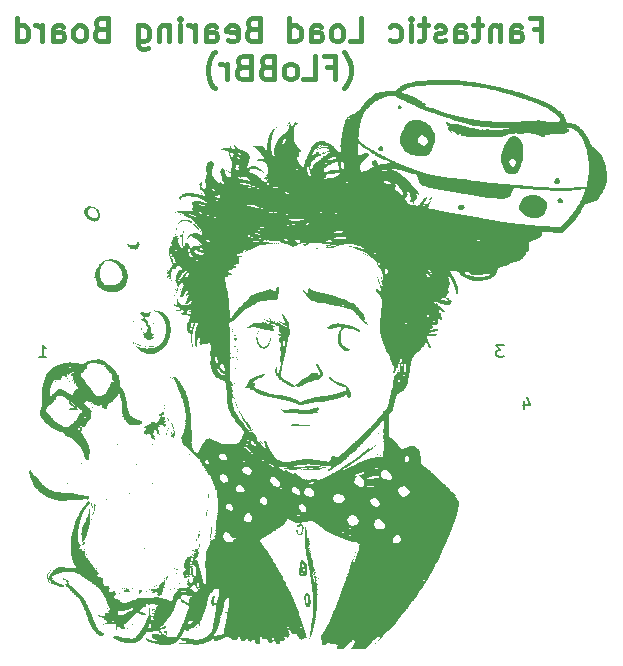
<source format=gbr>
%TF.GenerationSoftware,KiCad,Pcbnew,(6.0.11)*%
%TF.CreationDate,2023-03-01T11:44:21-05:00*%
%TF.ProjectId,DCT_HV_Widget,4443545f-4856-45f5-9769-646765742e6b,rev?*%
%TF.SameCoordinates,Original*%
%TF.FileFunction,Legend,Bot*%
%TF.FilePolarity,Positive*%
%FSLAX46Y46*%
G04 Gerber Fmt 4.6, Leading zero omitted, Abs format (unit mm)*
G04 Created by KiCad (PCBNEW (6.0.11)) date 2023-03-01 11:44:21*
%MOMM*%
%LPD*%
G01*
G04 APERTURE LIST*
%ADD10C,0.400000*%
%ADD11C,0.152400*%
G04 APERTURE END LIST*
D10*
X181289809Y-81305142D02*
X181956476Y-81305142D01*
X181956476Y-82352761D02*
X181956476Y-80352761D01*
X181004095Y-80352761D01*
X179385047Y-82352761D02*
X179385047Y-81305142D01*
X179480285Y-81114666D01*
X179670761Y-81019428D01*
X180051714Y-81019428D01*
X180242190Y-81114666D01*
X179385047Y-82257523D02*
X179575523Y-82352761D01*
X180051714Y-82352761D01*
X180242190Y-82257523D01*
X180337428Y-82067047D01*
X180337428Y-81876571D01*
X180242190Y-81686095D01*
X180051714Y-81590857D01*
X179575523Y-81590857D01*
X179385047Y-81495619D01*
X178432666Y-81019428D02*
X178432666Y-82352761D01*
X178432666Y-81209904D02*
X178337428Y-81114666D01*
X178146952Y-81019428D01*
X177861238Y-81019428D01*
X177670761Y-81114666D01*
X177575523Y-81305142D01*
X177575523Y-82352761D01*
X176908857Y-81019428D02*
X176146952Y-81019428D01*
X176623142Y-80352761D02*
X176623142Y-82067047D01*
X176527904Y-82257523D01*
X176337428Y-82352761D01*
X176146952Y-82352761D01*
X174623142Y-82352761D02*
X174623142Y-81305142D01*
X174718380Y-81114666D01*
X174908857Y-81019428D01*
X175289809Y-81019428D01*
X175480285Y-81114666D01*
X174623142Y-82257523D02*
X174813619Y-82352761D01*
X175289809Y-82352761D01*
X175480285Y-82257523D01*
X175575523Y-82067047D01*
X175575523Y-81876571D01*
X175480285Y-81686095D01*
X175289809Y-81590857D01*
X174813619Y-81590857D01*
X174623142Y-81495619D01*
X173766000Y-82257523D02*
X173575523Y-82352761D01*
X173194571Y-82352761D01*
X173004095Y-82257523D01*
X172908857Y-82067047D01*
X172908857Y-81971809D01*
X173004095Y-81781333D01*
X173194571Y-81686095D01*
X173480285Y-81686095D01*
X173670761Y-81590857D01*
X173766000Y-81400380D01*
X173766000Y-81305142D01*
X173670761Y-81114666D01*
X173480285Y-81019428D01*
X173194571Y-81019428D01*
X173004095Y-81114666D01*
X172337428Y-81019428D02*
X171575523Y-81019428D01*
X172051714Y-80352761D02*
X172051714Y-82067047D01*
X171956476Y-82257523D01*
X171766000Y-82352761D01*
X171575523Y-82352761D01*
X170908857Y-82352761D02*
X170908857Y-81019428D01*
X170908857Y-80352761D02*
X171004095Y-80448000D01*
X170908857Y-80543238D01*
X170813619Y-80448000D01*
X170908857Y-80352761D01*
X170908857Y-80543238D01*
X169099333Y-82257523D02*
X169289809Y-82352761D01*
X169670761Y-82352761D01*
X169861238Y-82257523D01*
X169956476Y-82162285D01*
X170051714Y-81971809D01*
X170051714Y-81400380D01*
X169956476Y-81209904D01*
X169861238Y-81114666D01*
X169670761Y-81019428D01*
X169289809Y-81019428D01*
X169099333Y-81114666D01*
X165766000Y-82352761D02*
X166718380Y-82352761D01*
X166718380Y-80352761D01*
X164813619Y-82352761D02*
X165004095Y-82257523D01*
X165099333Y-82162285D01*
X165194571Y-81971809D01*
X165194571Y-81400380D01*
X165099333Y-81209904D01*
X165004095Y-81114666D01*
X164813619Y-81019428D01*
X164527904Y-81019428D01*
X164337428Y-81114666D01*
X164242190Y-81209904D01*
X164146952Y-81400380D01*
X164146952Y-81971809D01*
X164242190Y-82162285D01*
X164337428Y-82257523D01*
X164527904Y-82352761D01*
X164813619Y-82352761D01*
X162432666Y-82352761D02*
X162432666Y-81305142D01*
X162527904Y-81114666D01*
X162718380Y-81019428D01*
X163099333Y-81019428D01*
X163289809Y-81114666D01*
X162432666Y-82257523D02*
X162623142Y-82352761D01*
X163099333Y-82352761D01*
X163289809Y-82257523D01*
X163385047Y-82067047D01*
X163385047Y-81876571D01*
X163289809Y-81686095D01*
X163099333Y-81590857D01*
X162623142Y-81590857D01*
X162432666Y-81495619D01*
X160623142Y-82352761D02*
X160623142Y-80352761D01*
X160623142Y-82257523D02*
X160813619Y-82352761D01*
X161194571Y-82352761D01*
X161385047Y-82257523D01*
X161480285Y-82162285D01*
X161575523Y-81971809D01*
X161575523Y-81400380D01*
X161480285Y-81209904D01*
X161385047Y-81114666D01*
X161194571Y-81019428D01*
X160813619Y-81019428D01*
X160623142Y-81114666D01*
X157480285Y-81305142D02*
X157194571Y-81400380D01*
X157099333Y-81495619D01*
X157004095Y-81686095D01*
X157004095Y-81971809D01*
X157099333Y-82162285D01*
X157194571Y-82257523D01*
X157385047Y-82352761D01*
X158146952Y-82352761D01*
X158146952Y-80352761D01*
X157480285Y-80352761D01*
X157289809Y-80448000D01*
X157194571Y-80543238D01*
X157099333Y-80733714D01*
X157099333Y-80924190D01*
X157194571Y-81114666D01*
X157289809Y-81209904D01*
X157480285Y-81305142D01*
X158146952Y-81305142D01*
X155385047Y-82257523D02*
X155575523Y-82352761D01*
X155956476Y-82352761D01*
X156146952Y-82257523D01*
X156242190Y-82067047D01*
X156242190Y-81305142D01*
X156146952Y-81114666D01*
X155956476Y-81019428D01*
X155575523Y-81019428D01*
X155385047Y-81114666D01*
X155289809Y-81305142D01*
X155289809Y-81495619D01*
X156242190Y-81686095D01*
X153575523Y-82352761D02*
X153575523Y-81305142D01*
X153670761Y-81114666D01*
X153861238Y-81019428D01*
X154242190Y-81019428D01*
X154432666Y-81114666D01*
X153575523Y-82257523D02*
X153766000Y-82352761D01*
X154242190Y-82352761D01*
X154432666Y-82257523D01*
X154527904Y-82067047D01*
X154527904Y-81876571D01*
X154432666Y-81686095D01*
X154242190Y-81590857D01*
X153766000Y-81590857D01*
X153575523Y-81495619D01*
X152623142Y-82352761D02*
X152623142Y-81019428D01*
X152623142Y-81400380D02*
X152527904Y-81209904D01*
X152432666Y-81114666D01*
X152242190Y-81019428D01*
X152051714Y-81019428D01*
X151385047Y-82352761D02*
X151385047Y-81019428D01*
X151385047Y-80352761D02*
X151480285Y-80448000D01*
X151385047Y-80543238D01*
X151289809Y-80448000D01*
X151385047Y-80352761D01*
X151385047Y-80543238D01*
X150432666Y-81019428D02*
X150432666Y-82352761D01*
X150432666Y-81209904D02*
X150337428Y-81114666D01*
X150146952Y-81019428D01*
X149861238Y-81019428D01*
X149670761Y-81114666D01*
X149575523Y-81305142D01*
X149575523Y-82352761D01*
X147766000Y-81019428D02*
X147766000Y-82638476D01*
X147861238Y-82828952D01*
X147956476Y-82924190D01*
X148146952Y-83019428D01*
X148432666Y-83019428D01*
X148623142Y-82924190D01*
X147766000Y-82257523D02*
X147956476Y-82352761D01*
X148337428Y-82352761D01*
X148527904Y-82257523D01*
X148623142Y-82162285D01*
X148718380Y-81971809D01*
X148718380Y-81400380D01*
X148623142Y-81209904D01*
X148527904Y-81114666D01*
X148337428Y-81019428D01*
X147956476Y-81019428D01*
X147766000Y-81114666D01*
X144623142Y-81305142D02*
X144337428Y-81400380D01*
X144242190Y-81495619D01*
X144146952Y-81686095D01*
X144146952Y-81971809D01*
X144242190Y-82162285D01*
X144337428Y-82257523D01*
X144527904Y-82352761D01*
X145289809Y-82352761D01*
X145289809Y-80352761D01*
X144623142Y-80352761D01*
X144432666Y-80448000D01*
X144337428Y-80543238D01*
X144242190Y-80733714D01*
X144242190Y-80924190D01*
X144337428Y-81114666D01*
X144432666Y-81209904D01*
X144623142Y-81305142D01*
X145289809Y-81305142D01*
X143004095Y-82352761D02*
X143194571Y-82257523D01*
X143289809Y-82162285D01*
X143385047Y-81971809D01*
X143385047Y-81400380D01*
X143289809Y-81209904D01*
X143194571Y-81114666D01*
X143004095Y-81019428D01*
X142718380Y-81019428D01*
X142527904Y-81114666D01*
X142432666Y-81209904D01*
X142337428Y-81400380D01*
X142337428Y-81971809D01*
X142432666Y-82162285D01*
X142527904Y-82257523D01*
X142718380Y-82352761D01*
X143004095Y-82352761D01*
X140623142Y-82352761D02*
X140623142Y-81305142D01*
X140718380Y-81114666D01*
X140908857Y-81019428D01*
X141289809Y-81019428D01*
X141480285Y-81114666D01*
X140623142Y-82257523D02*
X140813619Y-82352761D01*
X141289809Y-82352761D01*
X141480285Y-82257523D01*
X141575523Y-82067047D01*
X141575523Y-81876571D01*
X141480285Y-81686095D01*
X141289809Y-81590857D01*
X140813619Y-81590857D01*
X140623142Y-81495619D01*
X139670761Y-82352761D02*
X139670761Y-81019428D01*
X139670761Y-81400380D02*
X139575523Y-81209904D01*
X139480285Y-81114666D01*
X139289809Y-81019428D01*
X139099333Y-81019428D01*
X137575523Y-82352761D02*
X137575523Y-80352761D01*
X137575523Y-82257523D02*
X137766000Y-82352761D01*
X138146952Y-82352761D01*
X138337428Y-82257523D01*
X138432666Y-82162285D01*
X138527904Y-81971809D01*
X138527904Y-81400380D01*
X138432666Y-81209904D01*
X138337428Y-81114666D01*
X138146952Y-81019428D01*
X137766000Y-81019428D01*
X137575523Y-81114666D01*
X165242190Y-86334666D02*
X165337428Y-86239428D01*
X165527904Y-85953714D01*
X165623142Y-85763238D01*
X165718380Y-85477523D01*
X165813619Y-85001333D01*
X165813619Y-84620380D01*
X165718380Y-84144190D01*
X165623142Y-83858476D01*
X165527904Y-83668000D01*
X165337428Y-83382285D01*
X165242190Y-83287047D01*
X163813619Y-84525142D02*
X164480285Y-84525142D01*
X164480285Y-85572761D02*
X164480285Y-83572761D01*
X163527904Y-83572761D01*
X161813619Y-85572761D02*
X162766000Y-85572761D01*
X162766000Y-83572761D01*
X160861238Y-85572761D02*
X161051714Y-85477523D01*
X161146952Y-85382285D01*
X161242190Y-85191809D01*
X161242190Y-84620380D01*
X161146952Y-84429904D01*
X161051714Y-84334666D01*
X160861238Y-84239428D01*
X160575523Y-84239428D01*
X160385047Y-84334666D01*
X160289809Y-84429904D01*
X160194571Y-84620380D01*
X160194571Y-85191809D01*
X160289809Y-85382285D01*
X160385047Y-85477523D01*
X160575523Y-85572761D01*
X160861238Y-85572761D01*
X158670761Y-84525142D02*
X158385047Y-84620380D01*
X158289809Y-84715619D01*
X158194571Y-84906095D01*
X158194571Y-85191809D01*
X158289809Y-85382285D01*
X158385047Y-85477523D01*
X158575523Y-85572761D01*
X159337428Y-85572761D01*
X159337428Y-83572761D01*
X158670761Y-83572761D01*
X158480285Y-83668000D01*
X158385047Y-83763238D01*
X158289809Y-83953714D01*
X158289809Y-84144190D01*
X158385047Y-84334666D01*
X158480285Y-84429904D01*
X158670761Y-84525142D01*
X159337428Y-84525142D01*
X156670761Y-84525142D02*
X156385047Y-84620380D01*
X156289809Y-84715619D01*
X156194571Y-84906095D01*
X156194571Y-85191809D01*
X156289809Y-85382285D01*
X156385047Y-85477523D01*
X156575523Y-85572761D01*
X157337428Y-85572761D01*
X157337428Y-83572761D01*
X156670761Y-83572761D01*
X156480285Y-83668000D01*
X156385047Y-83763238D01*
X156289809Y-83953714D01*
X156289809Y-84144190D01*
X156385047Y-84334666D01*
X156480285Y-84429904D01*
X156670761Y-84525142D01*
X157337428Y-84525142D01*
X155337428Y-85572761D02*
X155337428Y-84239428D01*
X155337428Y-84620380D02*
X155242190Y-84429904D01*
X155146952Y-84334666D01*
X154956476Y-84239428D01*
X154766000Y-84239428D01*
X154289809Y-86334666D02*
X154194571Y-86239428D01*
X154004095Y-85953714D01*
X153908857Y-85763238D01*
X153813619Y-85477523D01*
X153718380Y-85001333D01*
X153718380Y-84620380D01*
X153813619Y-84144190D01*
X153908857Y-83858476D01*
X154004095Y-83668000D01*
X154194571Y-83382285D01*
X154289809Y-83287047D01*
D11*
%TO.C,U2*%
X139454714Y-109089619D02*
X140035285Y-109089619D01*
X139745000Y-109089619D02*
X139745000Y-108073619D01*
X139841761Y-108218761D01*
X139938523Y-108315523D01*
X140035285Y-108363904D01*
X161581476Y-126538619D02*
X161775000Y-126538619D01*
X161871761Y-126587000D01*
X161920142Y-126635380D01*
X162016904Y-126780523D01*
X162065285Y-126974047D01*
X162065285Y-127361095D01*
X162016904Y-127457857D01*
X161968523Y-127506238D01*
X161871761Y-127554619D01*
X161678238Y-127554619D01*
X161581476Y-127506238D01*
X161533095Y-127457857D01*
X161484714Y-127361095D01*
X161484714Y-127119190D01*
X161533095Y-127022428D01*
X161581476Y-126974047D01*
X161678238Y-126925666D01*
X161871761Y-126925666D01*
X161968523Y-126974047D01*
X162016904Y-127022428D01*
X162065285Y-127119190D01*
X180521476Y-112852285D02*
X180521476Y-113529619D01*
X180763380Y-112465238D02*
X181005285Y-113190952D01*
X180376333Y-113190952D01*
X158583095Y-93913619D02*
X159066904Y-93913619D01*
X159115285Y-94397428D01*
X159066904Y-94349047D01*
X158970142Y-94300666D01*
X158728238Y-94300666D01*
X158631476Y-94349047D01*
X158583095Y-94397428D01*
X158534714Y-94494190D01*
X158534714Y-94736095D01*
X158583095Y-94832857D01*
X158631476Y-94881238D01*
X158728238Y-94929619D01*
X158970142Y-94929619D01*
X159066904Y-94881238D01*
X159115285Y-94832857D01*
X142595285Y-112610380D02*
X142546904Y-112562000D01*
X142450142Y-112513619D01*
X142208238Y-112513619D01*
X142111476Y-112562000D01*
X142063095Y-112610380D01*
X142014714Y-112707142D01*
X142014714Y-112803904D01*
X142063095Y-112949047D01*
X142643666Y-113529619D01*
X142014714Y-113529619D01*
X178783666Y-108073619D02*
X178154714Y-108073619D01*
X178493380Y-108460666D01*
X178348238Y-108460666D01*
X178251476Y-108509047D01*
X178203095Y-108557428D01*
X178154714Y-108654190D01*
X178154714Y-108896095D01*
X178203095Y-108992857D01*
X178251476Y-109041238D01*
X178348238Y-109089619D01*
X178638523Y-109089619D01*
X178735285Y-109041238D01*
X178783666Y-108992857D01*
%TO.C,G\u002A\u002A\u002A*%
G36*
X146735140Y-114502353D02*
G01*
X146721911Y-114515583D01*
X146708681Y-114502353D01*
X146721911Y-114489124D01*
X146735140Y-114502353D01*
G37*
G36*
X152423681Y-131462145D02*
G01*
X152410452Y-131475374D01*
X152397223Y-131462145D01*
X152410452Y-131448916D01*
X152423681Y-131462145D01*
G37*
G36*
X183406333Y-93974233D02*
G01*
X183486197Y-94041518D01*
X183540685Y-94137041D01*
X183542157Y-94141320D01*
X183554086Y-94198019D01*
X183542148Y-94251352D01*
X183501684Y-94323613D01*
X183482606Y-94351196D01*
X183425771Y-94412076D01*
X183374222Y-94441609D01*
X183321853Y-94448234D01*
X183208531Y-94434663D01*
X183120143Y-94385444D01*
X183063644Y-94308436D01*
X183045986Y-94211496D01*
X183074123Y-94102481D01*
X183078679Y-94093314D01*
X183127386Y-94020456D01*
X183181800Y-93968053D01*
X183221870Y-93948581D01*
X183313941Y-93941238D01*
X183406333Y-93974233D01*
G37*
G36*
X163064522Y-113368253D02*
G01*
X163107741Y-113404946D01*
X163141044Y-113445614D01*
X163147794Y-113484694D01*
X163123583Y-113541448D01*
X163077947Y-113602955D01*
X163019434Y-113647641D01*
X162985711Y-113664407D01*
X162972393Y-113684177D01*
X163000863Y-113710858D01*
X163026370Y-113738460D01*
X163018293Y-113771426D01*
X162962105Y-113803477D01*
X162855450Y-113836651D01*
X162826688Y-113843703D01*
X162731589Y-113857235D01*
X162671731Y-113845029D01*
X162656108Y-113836613D01*
X162637427Y-113831656D01*
X162658346Y-113861059D01*
X162672087Y-113882335D01*
X162663213Y-113895416D01*
X162619777Y-113899496D01*
X162532669Y-113897194D01*
X162467076Y-113896328D01*
X162396836Y-113903024D01*
X162371610Y-113918647D01*
X162369373Y-113930749D01*
X162351766Y-113920270D01*
X162322761Y-113902485D01*
X162256754Y-113899016D01*
X162178963Y-113919771D01*
X162160474Y-113924790D01*
X162091734Y-113928970D01*
X162006984Y-113922485D01*
X161973269Y-113917733D01*
X161883512Y-113905260D01*
X161816390Y-113896166D01*
X161755934Y-113885777D01*
X161674644Y-113867214D01*
X161620849Y-113859466D01*
X161578790Y-113879733D01*
X161558187Y-113897285D01*
X161508869Y-113886898D01*
X161481468Y-113880409D01*
X161405978Y-113872758D01*
X161294846Y-113866641D01*
X161157914Y-113862565D01*
X161005021Y-113861035D01*
X160881054Y-113860557D01*
X160656343Y-113856581D01*
X160476586Y-113847825D01*
X160336461Y-113833379D01*
X160230643Y-113812333D01*
X160153809Y-113783778D01*
X160100637Y-113746804D01*
X160065803Y-113700500D01*
X160020931Y-113641406D01*
X159958330Y-113585285D01*
X159908647Y-113539597D01*
X159900887Y-113508513D01*
X159933199Y-113503054D01*
X159999474Y-113531246D01*
X160002659Y-113533048D01*
X160075423Y-113557566D01*
X160177376Y-113573326D01*
X160292303Y-113580004D01*
X160403989Y-113577276D01*
X160496218Y-113564818D01*
X160552773Y-113542306D01*
X160559561Y-113537935D01*
X160591825Y-113528504D01*
X160648939Y-113522372D01*
X160736502Y-113519427D01*
X160860114Y-113519556D01*
X161025373Y-113522648D01*
X161237879Y-113528590D01*
X161352369Y-113532095D01*
X161593052Y-113539113D01*
X161789926Y-113543875D01*
X161949404Y-113546056D01*
X162077896Y-113545331D01*
X162181815Y-113541376D01*
X162267573Y-113533867D01*
X162341581Y-113522478D01*
X162410251Y-113506885D01*
X162479994Y-113486763D01*
X162557223Y-113461788D01*
X162616259Y-113442841D01*
X162739969Y-113406454D01*
X162850847Y-113377834D01*
X162930369Y-113361937D01*
X162935567Y-113361235D01*
X163014327Y-113355427D01*
X163064522Y-113368253D01*
G37*
G36*
X159032114Y-107465563D02*
G01*
X159026124Y-107502364D01*
X159022610Y-107507884D01*
X158996923Y-107528746D01*
X158969592Y-107500036D01*
X158963155Y-107485250D01*
X158981260Y-107488368D01*
X158995330Y-107493396D01*
X159011806Y-107474818D01*
X159013193Y-107462988D01*
X159027685Y-107458267D01*
X159032114Y-107465563D01*
G37*
G36*
X154328681Y-122598603D02*
G01*
X154315452Y-122611833D01*
X154302223Y-122598603D01*
X154315452Y-122585374D01*
X154328681Y-122598603D01*
G37*
G36*
X172320348Y-87832353D02*
G01*
X172307119Y-87845583D01*
X172293890Y-87832353D01*
X172307119Y-87819124D01*
X172320348Y-87832353D01*
G37*
G36*
X148507848Y-130086312D02*
G01*
X148494619Y-130099541D01*
X148481390Y-130086312D01*
X148494619Y-130073083D01*
X148507848Y-130086312D01*
G37*
G36*
X143871025Y-112962048D02*
G01*
X143888066Y-112967159D01*
X143863585Y-112971430D01*
X143798265Y-112973071D01*
X143739139Y-112971806D01*
X143709090Y-112967816D01*
X143725504Y-112962048D01*
X143785562Y-112957619D01*
X143871025Y-112962048D01*
G37*
G36*
X145253473Y-114714020D02*
G01*
X145240244Y-114727249D01*
X145227015Y-114714020D01*
X145240244Y-114700791D01*
X145253473Y-114714020D01*
G37*
G36*
X152899931Y-99645999D02*
G01*
X152898022Y-99660006D01*
X152882293Y-99663638D01*
X152879126Y-99659760D01*
X152882293Y-99628360D01*
X152890251Y-99624221D01*
X152899931Y-99645999D01*
G37*
G36*
X147758195Y-99072735D02*
G01*
X147762335Y-99080693D01*
X147740556Y-99090374D01*
X147726550Y-99088465D01*
X147722918Y-99072735D01*
X147726796Y-99069569D01*
X147758195Y-99072735D01*
G37*
G36*
X149963056Y-112412145D02*
G01*
X149949827Y-112425374D01*
X149936598Y-112412145D01*
X149949827Y-112398916D01*
X149963056Y-112412145D01*
G37*
G36*
X143692431Y-96219645D02*
G01*
X143679202Y-96232874D01*
X143665973Y-96219645D01*
X143679202Y-96206416D01*
X143692431Y-96219645D01*
G37*
G36*
X150068890Y-111089228D02*
G01*
X150055661Y-111102458D01*
X150042431Y-111089228D01*
X150055661Y-111075999D01*
X150068890Y-111089228D01*
G37*
G36*
X149037015Y-130390583D02*
G01*
X149035105Y-130404589D01*
X149019376Y-130408221D01*
X149016209Y-130404343D01*
X149019376Y-130372944D01*
X149027334Y-130368804D01*
X149037015Y-130390583D01*
G37*
G36*
X149173251Y-130251652D02*
G01*
X149175159Y-130253592D01*
X149184364Y-130274858D01*
X149147108Y-130277795D01*
X149113490Y-130269670D01*
X149116705Y-130247392D01*
X149133547Y-130236678D01*
X149173251Y-130251652D01*
G37*
G36*
X152185556Y-132785062D02*
G01*
X152172327Y-132798291D01*
X152159098Y-132785062D01*
X152172327Y-132771833D01*
X152185556Y-132785062D01*
G37*
G36*
X158356467Y-116395141D02*
G01*
X158376806Y-116420583D01*
X158376503Y-116426570D01*
X158365139Y-116447041D01*
X158360895Y-116445823D01*
X158337119Y-116420583D01*
X158332985Y-116410334D01*
X158348787Y-116394124D01*
X158356467Y-116395141D01*
G37*
G36*
X144821320Y-109761902D02*
G01*
X144825460Y-109769860D01*
X144803681Y-109779541D01*
X144789675Y-109777631D01*
X144786043Y-109761902D01*
X144789921Y-109758735D01*
X144821320Y-109761902D01*
G37*
G36*
X151047848Y-104024853D02*
G01*
X151034619Y-104038083D01*
X151021390Y-104024853D01*
X151034619Y-104011624D01*
X151047848Y-104024853D01*
G37*
G36*
X153243890Y-132163291D02*
G01*
X153241980Y-132177298D01*
X153226251Y-132180930D01*
X153223084Y-132177052D01*
X153226251Y-132145652D01*
X153234209Y-132141513D01*
X153243890Y-132163291D01*
G37*
G36*
X161656632Y-118565164D02*
G01*
X161692941Y-118576948D01*
X161692984Y-118605173D01*
X161679566Y-118626610D01*
X161650903Y-118620470D01*
X161638273Y-118611434D01*
X161590946Y-118607266D01*
X161575997Y-118610079D01*
X161539692Y-118591970D01*
X161538224Y-118589113D01*
X161553335Y-118570325D01*
X161615560Y-118563708D01*
X161656632Y-118565164D01*
G37*
G36*
X162742431Y-126858395D02*
G01*
X162729202Y-126871624D01*
X162715973Y-126858395D01*
X162729202Y-126845166D01*
X162742431Y-126858395D01*
G37*
G36*
X150915556Y-128684020D02*
G01*
X150902327Y-128697249D01*
X150889098Y-128684020D01*
X150902327Y-128670791D01*
X150915556Y-128684020D01*
G37*
G36*
X151206598Y-104077770D02*
G01*
X151193369Y-104090999D01*
X151180140Y-104077770D01*
X151193369Y-104064541D01*
X151206598Y-104077770D01*
G37*
G36*
X153964589Y-124491143D02*
G01*
X153984723Y-124516833D01*
X153983954Y-124523157D01*
X153958265Y-124543291D01*
X153951941Y-124542522D01*
X153931806Y-124516833D01*
X153932575Y-124510508D01*
X153958265Y-124490374D01*
X153964589Y-124491143D01*
G37*
G36*
X153270348Y-119144229D02*
G01*
X153269331Y-119151909D01*
X153243890Y-119172249D01*
X153237902Y-119171946D01*
X153217431Y-119160581D01*
X153218649Y-119156337D01*
X153243890Y-119132562D01*
X153254139Y-119128427D01*
X153270348Y-119144229D01*
G37*
G36*
X142316598Y-111202621D02*
G01*
X142314890Y-111213950D01*
X142290140Y-111234749D01*
X142275898Y-111241730D01*
X142261593Y-111281051D01*
X142257407Y-111306582D01*
X142245292Y-111291682D01*
X142245565Y-111260964D01*
X142273840Y-111213252D01*
X142303176Y-111190526D01*
X142316598Y-111202621D01*
G37*
G36*
X145094723Y-109528187D02*
G01*
X145081494Y-109541416D01*
X145068265Y-109528187D01*
X145081494Y-109514958D01*
X145094723Y-109528187D01*
G37*
G36*
X147952223Y-124715270D02*
G01*
X147938994Y-124728499D01*
X147925765Y-124715270D01*
X147938994Y-124702041D01*
X147952223Y-124715270D01*
G37*
G36*
X158112223Y-106763291D02*
G01*
X158110314Y-106777298D01*
X158094584Y-106780930D01*
X158091418Y-106777052D01*
X158094584Y-106745652D01*
X158102542Y-106741513D01*
X158112223Y-106763291D01*
G37*
G36*
X148499029Y-129367527D02*
G01*
X148503168Y-129375485D01*
X148481390Y-129385166D01*
X148467383Y-129383256D01*
X148463751Y-129367527D01*
X148467629Y-129364360D01*
X148499029Y-129367527D01*
G37*
G36*
X146814515Y-98984541D02*
G01*
X146812605Y-98998548D01*
X146796876Y-99002180D01*
X146793709Y-98998302D01*
X146796876Y-98966902D01*
X146804834Y-98962763D01*
X146814515Y-98984541D01*
G37*
G36*
X147396598Y-100003187D02*
G01*
X147383369Y-100016416D01*
X147370140Y-100003187D01*
X147383369Y-99989958D01*
X147396598Y-100003187D01*
G37*
G36*
X156109068Y-107700586D02*
G01*
X156065827Y-107733531D01*
X156024551Y-107722802D01*
X156000656Y-107669938D01*
X156061204Y-107669938D01*
X156075762Y-107689333D01*
X156087543Y-107684862D01*
X156101390Y-107649645D01*
X156100241Y-107631563D01*
X156090991Y-107609958D01*
X156084143Y-107614832D01*
X156065363Y-107649645D01*
X156061204Y-107669938D01*
X156000656Y-107669938D01*
X156000331Y-107669218D01*
X155986615Y-107632907D01*
X155947414Y-107609552D01*
X155941378Y-107609462D01*
X155917761Y-107604055D01*
X155942640Y-107583499D01*
X155961096Y-107568830D01*
X155959244Y-107557446D01*
X155951823Y-107549949D01*
X155964237Y-107526026D01*
X155998927Y-107526026D01*
X155999832Y-107572319D01*
X156002776Y-107586058D01*
X156015310Y-107603797D01*
X156043143Y-107576746D01*
X156062016Y-107545132D01*
X156047998Y-107517059D01*
X156035949Y-107511245D01*
X156004687Y-107512633D01*
X155998927Y-107526026D01*
X155964237Y-107526026D01*
X155968136Y-107518512D01*
X155982929Y-107493427D01*
X155984174Y-107454195D01*
X155980377Y-107445039D01*
X155993297Y-107412917D01*
X156002999Y-107409227D01*
X156034977Y-107424318D01*
X156052158Y-107438849D01*
X156102951Y-107451208D01*
X156113345Y-107451719D01*
X156145460Y-107471503D01*
X156154306Y-107529338D01*
X156152559Y-107545132D01*
X156146977Y-107595609D01*
X156130927Y-107649645D01*
X156123131Y-107675890D01*
X156109068Y-107700586D01*
G37*
G36*
X143930556Y-121434437D02*
G01*
X143917327Y-121447666D01*
X143904098Y-121434437D01*
X143917327Y-121421208D01*
X143930556Y-121434437D01*
G37*
G36*
X154328681Y-120455478D02*
G01*
X154315452Y-120468708D01*
X154302223Y-120455478D01*
X154315452Y-120442249D01*
X154328681Y-120455478D01*
G37*
G36*
X150095348Y-113787978D02*
G01*
X150082119Y-113801208D01*
X150068890Y-113787978D01*
X150082119Y-113774749D01*
X150095348Y-113787978D01*
G37*
G36*
X150662723Y-115439231D02*
G01*
X150672577Y-115449648D01*
X150710214Y-115450945D01*
X150726184Y-115447461D01*
X150721615Y-115479135D01*
X150712619Y-115505962D01*
X150703890Y-115549621D01*
X150693981Y-115563733D01*
X150650973Y-115573916D01*
X150610660Y-115556553D01*
X150598467Y-115508785D01*
X150621613Y-115445414D01*
X150639040Y-115426315D01*
X150662723Y-115439231D01*
G37*
G36*
X156262376Y-109601157D02*
G01*
X156274811Y-109632010D01*
X156273239Y-109673917D01*
X156255503Y-109696039D01*
X156239160Y-109687213D01*
X156234486Y-109627405D01*
X156235634Y-109593989D01*
X156243120Y-109575307D01*
X156262376Y-109601157D01*
G37*
G36*
X149142848Y-125535478D02*
G01*
X149129619Y-125548708D01*
X149116390Y-125535478D01*
X149129619Y-125522249D01*
X149142848Y-125535478D01*
G37*
G36*
X160501752Y-89407869D02*
G01*
X160517307Y-89436744D01*
X160517774Y-89483697D01*
X160501852Y-89521718D01*
X160494199Y-89526579D01*
X160461297Y-89517323D01*
X160458900Y-89514580D01*
X160451335Y-89473737D01*
X160466828Y-89428185D01*
X160496304Y-89406624D01*
X160501752Y-89407869D01*
G37*
G36*
X150186121Y-132303599D02*
G01*
X150186334Y-132303879D01*
X150217451Y-132333291D01*
X150236108Y-132316829D01*
X150244932Y-132299944D01*
X150252009Y-132313865D01*
X150251521Y-132323416D01*
X150227640Y-132361728D01*
X150220490Y-132367135D01*
X150201181Y-132404539D01*
X150203110Y-132413309D01*
X150227241Y-132414891D01*
X150228161Y-132414353D01*
X150242112Y-132425322D01*
X150237163Y-132479476D01*
X150232745Y-132537316D01*
X150249960Y-132560166D01*
X150262830Y-132566334D01*
X150263209Y-132601046D01*
X150257128Y-132614624D01*
X150239245Y-132622265D01*
X150208763Y-132586589D01*
X150187534Y-132541936D01*
X150185289Y-132491419D01*
X150189999Y-132472252D01*
X150178369Y-132465308D01*
X150173266Y-132466786D01*
X150132740Y-132454601D01*
X150075274Y-132419355D01*
X150040882Y-132391814D01*
X150012108Y-132352355D01*
X150019821Y-132314226D01*
X150050385Y-132283888D01*
X150096761Y-132296338D01*
X150136627Y-132310469D01*
X150149106Y-132289899D01*
X150157599Y-132276990D01*
X150186121Y-132303599D01*
G37*
G36*
X151224237Y-128256277D02*
G01*
X151228376Y-128264235D01*
X151206598Y-128273916D01*
X151192591Y-128272006D01*
X151188959Y-128256277D01*
X151192837Y-128253110D01*
X151224237Y-128256277D01*
G37*
G36*
X150917297Y-115354985D02*
G01*
X150927243Y-115383338D01*
X150923558Y-115451749D01*
X150921503Y-115473020D01*
X150914186Y-115549610D01*
X150909461Y-115600374D01*
X150911188Y-115639867D01*
X150923723Y-115706208D01*
X150931816Y-115742982D01*
X150926337Y-115739280D01*
X150918663Y-115726618D01*
X150886893Y-115706208D01*
X150873520Y-115712084D01*
X150863011Y-115746972D01*
X150871068Y-115791461D01*
X150895713Y-115820029D01*
X150908440Y-115838599D01*
X150875869Y-115874309D01*
X150836978Y-115901553D01*
X150803109Y-115917033D01*
X150785903Y-115909308D01*
X150787917Y-115882006D01*
X150815212Y-115858718D01*
X150825149Y-115836084D01*
X150790248Y-115786983D01*
X150755368Y-115752791D01*
X150724812Y-115742716D01*
X150692155Y-115767079D01*
X150668008Y-115796647D01*
X150650973Y-115836609D01*
X150650955Y-115838281D01*
X150637982Y-115864485D01*
X150612304Y-115853882D01*
X150590645Y-115813014D01*
X150589392Y-115778800D01*
X150614017Y-115730399D01*
X150632696Y-115710959D01*
X150651992Y-115669895D01*
X150653268Y-115664388D01*
X150682504Y-115628629D01*
X150737982Y-115586800D01*
X150738596Y-115586414D01*
X150805481Y-115526517D01*
X150831042Y-115450594D01*
X150846242Y-115391816D01*
X150886622Y-115355230D01*
X150889095Y-115354602D01*
X150917297Y-115354985D01*
G37*
G36*
X141840348Y-119794020D02*
G01*
X141827119Y-119807249D01*
X141813890Y-119794020D01*
X141827119Y-119780791D01*
X141840348Y-119794020D01*
G37*
G36*
X152948840Y-107705860D02*
G01*
X152940707Y-107740489D01*
X152928263Y-107757924D01*
X152910489Y-107765160D01*
X152917260Y-107727879D01*
X152927196Y-107708588D01*
X152945537Y-107699660D01*
X152948840Y-107705860D01*
G37*
G36*
X151127223Y-125165062D02*
G01*
X151113994Y-125178291D01*
X151100765Y-125165062D01*
X151113994Y-125151833D01*
X151127223Y-125165062D01*
G37*
G36*
X147132015Y-119688187D02*
G01*
X147118786Y-119701416D01*
X147105556Y-119688187D01*
X147118786Y-119674958D01*
X147132015Y-119688187D01*
G37*
G36*
X144274515Y-121725478D02*
G01*
X144261286Y-121738708D01*
X144248056Y-121725478D01*
X144261286Y-121712249D01*
X144274515Y-121725478D01*
G37*
G36*
X167425556Y-116777770D02*
G01*
X167412327Y-116790999D01*
X167399098Y-116777770D01*
X167412327Y-116764541D01*
X167425556Y-116777770D01*
G37*
G36*
X140543890Y-111433187D02*
G01*
X140530661Y-111446416D01*
X140517431Y-111433187D01*
X140530661Y-111419958D01*
X140543890Y-111433187D01*
G37*
G36*
X142687015Y-111671312D02*
G01*
X142673786Y-111684541D01*
X142660556Y-111671312D01*
X142673786Y-111658083D01*
X142687015Y-111671312D01*
G37*
G36*
X158270973Y-96484228D02*
G01*
X158257744Y-96497458D01*
X158244515Y-96484228D01*
X158257744Y-96470999D01*
X158270973Y-96484228D01*
G37*
G36*
X162292640Y-125191520D02*
G01*
X162279411Y-125204749D01*
X162266181Y-125191520D01*
X162279411Y-125178291D01*
X162292640Y-125191520D01*
G37*
G36*
X168245765Y-117465687D02*
G01*
X168232536Y-117478916D01*
X168219306Y-117465687D01*
X168232536Y-117452458D01*
X168245765Y-117465687D01*
G37*
G36*
X145809098Y-120217353D02*
G01*
X145795869Y-120230583D01*
X145782640Y-120217353D01*
X145795869Y-120204124D01*
X145809098Y-120217353D01*
G37*
G36*
X147966981Y-99594273D02*
G01*
X147991911Y-99619541D01*
X147996839Y-99628908D01*
X147995034Y-99645999D01*
X147990382Y-99644809D01*
X147965452Y-99619541D01*
X147960524Y-99610173D01*
X147962329Y-99593083D01*
X147966981Y-99594273D01*
G37*
G36*
X145015348Y-131356312D02*
G01*
X145002119Y-131369541D01*
X144988890Y-131356312D01*
X145002119Y-131343083D01*
X145015348Y-131356312D01*
G37*
G36*
X149777848Y-113602770D02*
G01*
X149764619Y-113615999D01*
X149751390Y-113602770D01*
X149764619Y-113589541D01*
X149777848Y-113602770D01*
G37*
G36*
X153482015Y-122360478D02*
G01*
X153468786Y-122373708D01*
X153455556Y-122360478D01*
X153468786Y-122347249D01*
X153482015Y-122360478D01*
G37*
G36*
X146100140Y-128075478D02*
G01*
X146086911Y-128088708D01*
X146073681Y-128075478D01*
X146086911Y-128062249D01*
X146100140Y-128075478D01*
G37*
G36*
X141999098Y-118524020D02*
G01*
X141985869Y-118537249D01*
X141972640Y-118524020D01*
X141985869Y-118510791D01*
X141999098Y-118524020D01*
G37*
G36*
X144168681Y-121050791D02*
G01*
X144166772Y-121064798D01*
X144151043Y-121068430D01*
X144147876Y-121064552D01*
X144151043Y-121033152D01*
X144159001Y-121029013D01*
X144168681Y-121050791D01*
G37*
G36*
X147412649Y-99946294D02*
G01*
X147400304Y-99963499D01*
X147390748Y-99962299D01*
X147341770Y-99943311D01*
X147306779Y-99923812D01*
X147343681Y-99923812D01*
X147356911Y-99937041D01*
X147370140Y-99923812D01*
X147356911Y-99910583D01*
X147343681Y-99923812D01*
X147306779Y-99923812D01*
X147282548Y-99910309D01*
X147232628Y-99875100D01*
X147211557Y-99849490D01*
X147209533Y-99842663D01*
X147184745Y-99844552D01*
X147168443Y-99847014D01*
X147142226Y-99819655D01*
X147130759Y-99799555D01*
X147096755Y-99778291D01*
X147083711Y-99772860D01*
X147040619Y-99738205D01*
X146984426Y-99683291D01*
X146928154Y-99621930D01*
X146884828Y-99567934D01*
X146877138Y-99553395D01*
X146893890Y-99553395D01*
X146907119Y-99566624D01*
X146920348Y-99553395D01*
X146907119Y-99540166D01*
X146893890Y-99553395D01*
X146877138Y-99553395D01*
X146867468Y-99535113D01*
X146886117Y-99504929D01*
X146941744Y-99507902D01*
X147031053Y-99544867D01*
X147047218Y-99553395D01*
X147068597Y-99564674D01*
X147128864Y-99599249D01*
X147158473Y-99620399D01*
X147160232Y-99621786D01*
X147198352Y-99629305D01*
X147273021Y-99634055D01*
X147370140Y-99635058D01*
X147432811Y-99633720D01*
X147512835Y-99627773D01*
X147552770Y-99615908D01*
X147560881Y-99596451D01*
X147562485Y-99576930D01*
X147593954Y-99575777D01*
X147615348Y-99579770D01*
X147634723Y-99563264D01*
X147635075Y-99559599D01*
X147653134Y-99516490D01*
X147690121Y-99457306D01*
X147698683Y-99445072D01*
X147726492Y-99394645D01*
X147767015Y-99394645D01*
X147780244Y-99407874D01*
X147793473Y-99394645D01*
X147780244Y-99381416D01*
X147767015Y-99394645D01*
X147726492Y-99394645D01*
X147743420Y-99363950D01*
X147764990Y-99274598D01*
X147778942Y-99264870D01*
X147826212Y-99255926D01*
X147858691Y-99257572D01*
X147854067Y-99270837D01*
X147839439Y-99285976D01*
X147847786Y-99329197D01*
X147850847Y-99333885D01*
X147874235Y-99354702D01*
X147899876Y-99328499D01*
X147908811Y-99316728D01*
X147918953Y-99318609D01*
X147913818Y-99367304D01*
X147913622Y-99394645D01*
X147913386Y-99427516D01*
X147940317Y-99506210D01*
X147960691Y-99548239D01*
X147954616Y-99566624D01*
X147935413Y-99578455D01*
X147911426Y-99623037D01*
X147908723Y-99631240D01*
X147891208Y-99660824D01*
X147870361Y-99642880D01*
X147859320Y-99627493D01*
X147847664Y-99624126D01*
X147852805Y-99652726D01*
X147873981Y-99701033D01*
X147888298Y-99739729D01*
X147868569Y-99745596D01*
X147852553Y-99747090D01*
X147833161Y-99778291D01*
X147828548Y-99796349D01*
X147801599Y-99812268D01*
X147785739Y-99820549D01*
X147787546Y-99865185D01*
X147793062Y-99888571D01*
X147789937Y-99908676D01*
X147758374Y-99887499D01*
X147744089Y-99876257D01*
X147719376Y-99868212D01*
X147714098Y-99904866D01*
X147704383Y-99942296D01*
X147664830Y-99945661D01*
X147635082Y-99944499D01*
X147599515Y-99974597D01*
X147589400Y-99995479D01*
X147567846Y-100016416D01*
X147563330Y-100014638D01*
X147568577Y-99989958D01*
X147561986Y-99970997D01*
X147528381Y-99961701D01*
X147493269Y-99970114D01*
X147476161Y-99965170D01*
X147435273Y-99937041D01*
X147406749Y-99918268D01*
X147406549Y-99923812D01*
X147406310Y-99930426D01*
X147412649Y-99946294D01*
G37*
G36*
X150915556Y-98349541D02*
G01*
X150913647Y-98363548D01*
X150897918Y-98367180D01*
X150894751Y-98363302D01*
X150897918Y-98331902D01*
X150905876Y-98327763D01*
X150915556Y-98349541D01*
G37*
G36*
X167716598Y-116566103D02*
G01*
X167703369Y-116579333D01*
X167690140Y-116566103D01*
X167703369Y-116552874D01*
X167716598Y-116566103D01*
G37*
G36*
X158165140Y-106088603D02*
G01*
X158151911Y-106101833D01*
X158138681Y-106088603D01*
X158151911Y-106075374D01*
X158165140Y-106088603D01*
G37*
G36*
X167822431Y-116486728D02*
G01*
X167809202Y-116499958D01*
X167795973Y-116486728D01*
X167809202Y-116473499D01*
X167822431Y-116486728D01*
G37*
G36*
X150430487Y-115503360D02*
G01*
X150434626Y-115511318D01*
X150412848Y-115520999D01*
X150398841Y-115519090D01*
X150395209Y-115503360D01*
X150399087Y-115500194D01*
X150430487Y-115503360D01*
G37*
G36*
X143904098Y-114052562D02*
G01*
X143890869Y-114065791D01*
X143877640Y-114052562D01*
X143890869Y-114039333D01*
X143904098Y-114052562D01*
G37*
G36*
X163694931Y-99685687D02*
G01*
X163681702Y-99698916D01*
X163668473Y-99685687D01*
X163681702Y-99672458D01*
X163694931Y-99685687D01*
G37*
G36*
X156074931Y-112835478D02*
G01*
X156061702Y-112848708D01*
X156048473Y-112835478D01*
X156061702Y-112822249D01*
X156074931Y-112835478D01*
G37*
G36*
X149751390Y-113655687D02*
G01*
X149738161Y-113668916D01*
X149724931Y-113655687D01*
X149738161Y-113642458D01*
X149751390Y-113655687D01*
G37*
G36*
X168272223Y-101736208D02*
G01*
X168270314Y-101750214D01*
X168254584Y-101753846D01*
X168251418Y-101749968D01*
X168254584Y-101718569D01*
X168262542Y-101714429D01*
X168272223Y-101736208D01*
G37*
G36*
X149460348Y-128472353D02*
G01*
X149447119Y-128485583D01*
X149433890Y-128472353D01*
X149447119Y-128459124D01*
X149460348Y-128472353D01*
G37*
G36*
X143741204Y-122555791D02*
G01*
X143732861Y-122711051D01*
X143727955Y-122829181D01*
X143727460Y-122910369D01*
X143732833Y-122957175D01*
X143745200Y-122979017D01*
X143765690Y-122985318D01*
X143776491Y-122986110D01*
X143794845Y-122990710D01*
X143762548Y-123000997D01*
X143729631Y-123029846D01*
X143726688Y-123098518D01*
X143757331Y-123207145D01*
X143761399Y-123218434D01*
X143766660Y-123241864D01*
X143748249Y-123220374D01*
X143740630Y-123210220D01*
X143723587Y-123200098D01*
X143719295Y-123238013D01*
X143713192Y-123274168D01*
X143689409Y-123305167D01*
X143678062Y-123312872D01*
X143658556Y-123355706D01*
X143644248Y-123439454D01*
X143633888Y-123570082D01*
X143632236Y-123590787D01*
X143622734Y-123635349D01*
X143609902Y-123638604D01*
X143599567Y-123641372D01*
X143585456Y-123683958D01*
X143572710Y-123758881D01*
X143562713Y-123822986D01*
X143546360Y-123891189D01*
X143530589Y-123923431D01*
X143518338Y-123938350D01*
X143507223Y-123987022D01*
X143503204Y-124014752D01*
X143481600Y-124044992D01*
X143473003Y-124053943D01*
X143456045Y-124102671D01*
X143443954Y-124177447D01*
X143421462Y-124280466D01*
X143376973Y-124356041D01*
X143356575Y-124378579D01*
X143321928Y-124449102D01*
X143321895Y-124450687D01*
X143321349Y-124477145D01*
X143319983Y-124543291D01*
X143319063Y-124567173D01*
X143301159Y-124549009D01*
X143282518Y-124533760D01*
X143233910Y-124531996D01*
X143199019Y-124550555D01*
X143196164Y-124578643D01*
X143233511Y-124627197D01*
X143246266Y-124641751D01*
X143261464Y-124668981D01*
X143238803Y-124675583D01*
X143216209Y-124671523D01*
X143166316Y-124642510D01*
X143155558Y-124632848D01*
X143139381Y-124631830D01*
X143141194Y-124675583D01*
X143156608Y-124721392D01*
X143195119Y-124736750D01*
X143269098Y-124725044D01*
X143284724Y-124723839D01*
X143300802Y-124745439D01*
X143299603Y-124807798D01*
X143299221Y-124811485D01*
X143285380Y-124888578D01*
X143265599Y-124946704D01*
X143263336Y-124950846D01*
X143229666Y-124989209D01*
X143201445Y-124975275D01*
X143179611Y-124909451D01*
X143153841Y-124841177D01*
X143113611Y-124791307D01*
X143096351Y-124776358D01*
X143073449Y-124726841D01*
X143071071Y-124643428D01*
X143071886Y-124619177D01*
X143066546Y-124537438D01*
X143051255Y-124479642D01*
X143050400Y-124477145D01*
X143136806Y-124477145D01*
X143150036Y-124490374D01*
X143163265Y-124477145D01*
X143150036Y-124463916D01*
X143136806Y-124477145D01*
X143050400Y-124477145D01*
X143046504Y-124465766D01*
X143044046Y-124450687D01*
X143083890Y-124450687D01*
X143097119Y-124463916D01*
X143110348Y-124450687D01*
X143097119Y-124437458D01*
X143083890Y-124450687D01*
X143044046Y-124450687D01*
X143036575Y-124404854D01*
X143028157Y-124314068D01*
X143021799Y-124207170D01*
X143018049Y-124097923D01*
X143017454Y-124000088D01*
X143020562Y-123927427D01*
X143027922Y-123893703D01*
X143028462Y-123893095D01*
X143038369Y-123858021D01*
X143044319Y-123795222D01*
X143055839Y-123684029D01*
X143087576Y-123534358D01*
X143134090Y-123382159D01*
X143190422Y-123241231D01*
X143251612Y-123125376D01*
X143312702Y-123048395D01*
X143320033Y-123041749D01*
X143382715Y-122965971D01*
X143402403Y-122889645D01*
X143412634Y-122823695D01*
X143441071Y-122760070D01*
X143462426Y-122724050D01*
X143467336Y-122690885D01*
X143471690Y-122661906D01*
X143495727Y-122599381D01*
X143534330Y-122517961D01*
X143571801Y-122440420D01*
X143601625Y-122369386D01*
X143613056Y-122328819D01*
X143619761Y-122296813D01*
X143627332Y-122280572D01*
X143698084Y-122280572D01*
X143701251Y-122311971D01*
X143709209Y-122316111D01*
X143718890Y-122294333D01*
X143716980Y-122280326D01*
X143701251Y-122276694D01*
X143698084Y-122280572D01*
X143627332Y-122280572D01*
X143646129Y-122240250D01*
X143651950Y-122230556D01*
X143664951Y-122189618D01*
X143639515Y-122161639D01*
X143623811Y-122148812D01*
X143692431Y-122148812D01*
X143705661Y-122162041D01*
X143718890Y-122148812D01*
X143705661Y-122135583D01*
X143692431Y-122148812D01*
X143623811Y-122148812D01*
X143619200Y-122145046D01*
X143632900Y-122135988D01*
X143656393Y-122113372D01*
X143665973Y-122054646D01*
X143673410Y-121998981D01*
X143695986Y-121992259D01*
X143700171Y-121994491D01*
X143716392Y-121983739D01*
X143713627Y-121926509D01*
X143711606Y-121910572D01*
X143713223Y-121848990D01*
X143732093Y-121827226D01*
X143764072Y-121851447D01*
X143769163Y-121864181D01*
X143775582Y-121926673D01*
X143774996Y-122028897D01*
X143768076Y-122148812D01*
X143767313Y-122162041D01*
X143763627Y-122211120D01*
X143757911Y-122294333D01*
X143752108Y-122378812D01*
X143741204Y-122555791D01*
G37*
G36*
X162821806Y-127414020D02*
G01*
X162808577Y-127427249D01*
X162795348Y-127414020D01*
X162808577Y-127400791D01*
X162821806Y-127414020D01*
G37*
G36*
X162953233Y-127914835D02*
G01*
X162980556Y-127956416D01*
X162995468Y-127989887D01*
X162995647Y-128009333D01*
X162981422Y-127997996D01*
X162954098Y-127956416D01*
X162939187Y-127922944D01*
X162939007Y-127903499D01*
X162953233Y-127914835D01*
G37*
G36*
X151973890Y-121064020D02*
G01*
X151960661Y-121077249D01*
X151947431Y-121064020D01*
X151960661Y-121050791D01*
X151973890Y-121064020D01*
G37*
G36*
X151365348Y-103575062D02*
G01*
X151352119Y-103588291D01*
X151338890Y-103575062D01*
X151352119Y-103561833D01*
X151365348Y-103575062D01*
G37*
G36*
X146285348Y-113787978D02*
G01*
X146272119Y-113801208D01*
X146258890Y-113787978D01*
X146272119Y-113774749D01*
X146285348Y-113787978D01*
G37*
G36*
X148163890Y-119688187D02*
G01*
X148150661Y-119701416D01*
X148137431Y-119688187D01*
X148150661Y-119674958D01*
X148163890Y-119688187D01*
G37*
G36*
X164964931Y-106723603D02*
G01*
X164951702Y-106736833D01*
X164938473Y-106723603D01*
X164951702Y-106710374D01*
X164964931Y-106723603D01*
G37*
G36*
X141946181Y-110583280D02*
G01*
X141940807Y-110604784D01*
X141906494Y-110626208D01*
X141888414Y-110625104D01*
X141866806Y-110616218D01*
X141873611Y-110604994D01*
X141906494Y-110573291D01*
X141910340Y-110570139D01*
X141939223Y-110555204D01*
X141946181Y-110583280D01*
G37*
G36*
X141813890Y-118524020D02*
G01*
X141800661Y-118537249D01*
X141787431Y-118524020D01*
X141800661Y-118510791D01*
X141813890Y-118524020D01*
G37*
G36*
X156000194Y-109330737D02*
G01*
X156035244Y-109356208D01*
X156039483Y-109366364D01*
X156025138Y-109382666D01*
X156017377Y-109381678D01*
X155982327Y-109356208D01*
X155978089Y-109346051D01*
X155992434Y-109329749D01*
X156000194Y-109330737D01*
G37*
G36*
X151418265Y-97013395D02*
G01*
X151405036Y-97026624D01*
X151391806Y-97013395D01*
X151405036Y-97000166D01*
X151418265Y-97013395D01*
G37*
G36*
X151285973Y-128220999D02*
G01*
X151284064Y-128235006D01*
X151268334Y-128238638D01*
X151265168Y-128234760D01*
X151268334Y-128203360D01*
X151276292Y-128199221D01*
X151285973Y-128220999D01*
G37*
G36*
X145332848Y-130430270D02*
G01*
X145319619Y-130443499D01*
X145306390Y-130430270D01*
X145319619Y-130417041D01*
X145332848Y-130430270D01*
G37*
G36*
X147105556Y-120455478D02*
G01*
X147092327Y-120468708D01*
X147079098Y-120455478D01*
X147092327Y-120442249D01*
X147105556Y-120455478D01*
G37*
G36*
X167372640Y-100558812D02*
G01*
X167359411Y-100572041D01*
X167346181Y-100558812D01*
X167359411Y-100545583D01*
X167372640Y-100558812D01*
G37*
G36*
X158577771Y-93503578D02*
G01*
X158569603Y-93515331D01*
X158547224Y-93534124D01*
X158543525Y-93533867D01*
X158537699Y-93518551D01*
X158566103Y-93491910D01*
X158580889Y-93485472D01*
X158577771Y-93503578D01*
G37*
G36*
X149160487Y-115556277D02*
G01*
X149164626Y-115564235D01*
X149142848Y-115573916D01*
X149128841Y-115572006D01*
X149125209Y-115556277D01*
X149129087Y-115553110D01*
X149160487Y-115556277D01*
G37*
G36*
X145306390Y-114264228D02*
G01*
X145293161Y-114277458D01*
X145279931Y-114264228D01*
X145293161Y-114250999D01*
X145306390Y-114264228D01*
G37*
G36*
X147657173Y-107996902D02*
G01*
X147649040Y-108031531D01*
X147636596Y-108048966D01*
X147618823Y-108056202D01*
X147625593Y-108018921D01*
X147635529Y-107999630D01*
X147653870Y-107990702D01*
X147657173Y-107996902D01*
G37*
G36*
X145200556Y-116962978D02*
G01*
X145187327Y-116976208D01*
X145174098Y-116962978D01*
X145187327Y-116949749D01*
X145200556Y-116962978D01*
G37*
G36*
X148137431Y-108165583D02*
G01*
X148135522Y-108179589D01*
X148119793Y-108183221D01*
X148116626Y-108179343D01*
X148119793Y-108147944D01*
X148127751Y-108143804D01*
X148137431Y-108165583D01*
G37*
G36*
X150280556Y-129557145D02*
G01*
X150267327Y-129570374D01*
X150254098Y-129557145D01*
X150267327Y-129543916D01*
X150280556Y-129557145D01*
G37*
G36*
X162901181Y-127361103D02*
G01*
X162887952Y-127374333D01*
X162874723Y-127361103D01*
X162887952Y-127347874D01*
X162901181Y-127361103D01*
G37*
G36*
X156051186Y-109995731D02*
G01*
X156084500Y-110030895D01*
X156092569Y-110055667D01*
X156083452Y-110068848D01*
X156037408Y-110054523D01*
X156005103Y-110033365D01*
X155998943Y-110004815D01*
X156032413Y-109991208D01*
X156051186Y-109995731D01*
G37*
G36*
X146285348Y-120878812D02*
G01*
X146272119Y-120892041D01*
X146258890Y-120878812D01*
X146272119Y-120865583D01*
X146285348Y-120878812D01*
G37*
G36*
X142175487Y-110926069D02*
G01*
X142179626Y-110934027D01*
X142157848Y-110943708D01*
X142143841Y-110941798D01*
X142140209Y-110926069D01*
X142144087Y-110922902D01*
X142175487Y-110926069D01*
G37*
G36*
X158244515Y-105956312D02*
G01*
X158231286Y-105969541D01*
X158218056Y-105956312D01*
X158231286Y-105943083D01*
X158244515Y-105956312D01*
G37*
G36*
X150836181Y-98574437D02*
G01*
X150822952Y-98587666D01*
X150809723Y-98574437D01*
X150822952Y-98561208D01*
X150836181Y-98574437D01*
G37*
G36*
X146662379Y-129116858D02*
G01*
X146665685Y-129120222D01*
X146679326Y-129140300D01*
X146649150Y-129132548D01*
X146621413Y-129127209D01*
X146602848Y-129148620D01*
X146601059Y-129161404D01*
X146584768Y-129164239D01*
X146579954Y-129150643D01*
X146597997Y-129114850D01*
X146625652Y-129097412D01*
X146662379Y-129116858D01*
G37*
G36*
X155933820Y-109206277D02*
G01*
X155937960Y-109214235D01*
X155916181Y-109223916D01*
X155902175Y-109222006D01*
X155898543Y-109206277D01*
X155902421Y-109203110D01*
X155933820Y-109206277D01*
G37*
G36*
X144089306Y-113232353D02*
G01*
X144076077Y-113245583D01*
X144062848Y-113232353D01*
X144076077Y-113219124D01*
X144089306Y-113232353D01*
G37*
G36*
X151047848Y-101140895D02*
G01*
X151034619Y-101154124D01*
X151021390Y-101140895D01*
X151034619Y-101127666D01*
X151047848Y-101140895D01*
G37*
G36*
X151776981Y-114596148D02*
G01*
X151801911Y-114621416D01*
X151806839Y-114630783D01*
X151805034Y-114647874D01*
X151800382Y-114646684D01*
X151775452Y-114621416D01*
X151770524Y-114612048D01*
X151772329Y-114594958D01*
X151776981Y-114596148D01*
G37*
G36*
X161816390Y-126620270D02*
G01*
X161803161Y-126633499D01*
X161789931Y-126620270D01*
X161803161Y-126607041D01*
X161816390Y-126620270D01*
G37*
G36*
X162246047Y-124305935D02*
G01*
X162266181Y-124331624D01*
X162265413Y-124337948D01*
X162239723Y-124358083D01*
X162233399Y-124357314D01*
X162213265Y-124331624D01*
X162214034Y-124325300D01*
X162239723Y-124305166D01*
X162246047Y-124305935D01*
G37*
G36*
X151387798Y-115802110D02*
G01*
X151379665Y-115836739D01*
X151367221Y-115854174D01*
X151349448Y-115861410D01*
X151356218Y-115824129D01*
X151366154Y-115804838D01*
X151384495Y-115795910D01*
X151387798Y-115802110D01*
G37*
G36*
X168011459Y-116511624D02*
G01*
X167982976Y-116549871D01*
X167928559Y-116605513D01*
X167877237Y-116649745D01*
X167821948Y-116686906D01*
X167790147Y-116694794D01*
X167786553Y-116690641D01*
X167797159Y-116659904D01*
X167839425Y-116616217D01*
X167846947Y-116610015D01*
X167905675Y-116561416D01*
X167946992Y-116526936D01*
X167963179Y-116515665D01*
X168009793Y-116499958D01*
X168011459Y-116511624D01*
G37*
G36*
X140667362Y-111984402D02*
G01*
X140671501Y-111992360D01*
X140649723Y-112002041D01*
X140635716Y-112000131D01*
X140632084Y-111984402D01*
X140635962Y-111981235D01*
X140667362Y-111984402D01*
G37*
G36*
X145650348Y-122995478D02*
G01*
X145637119Y-123008708D01*
X145623890Y-122995478D01*
X145637119Y-122982249D01*
X145650348Y-122995478D01*
G37*
G36*
X146682223Y-128684020D02*
G01*
X146668994Y-128697249D01*
X146655765Y-128684020D01*
X146668994Y-128670791D01*
X146682223Y-128684020D01*
G37*
G36*
X145200556Y-116883603D02*
G01*
X145187327Y-116896833D01*
X145174098Y-116883603D01*
X145187327Y-116870374D01*
X145200556Y-116883603D01*
G37*
G36*
X153153176Y-98561208D02*
G01*
X153148228Y-98591382D01*
X153127095Y-98587288D01*
X153116666Y-98572597D01*
X153127095Y-98535127D01*
X153144656Y-98527461D01*
X153153176Y-98561208D01*
G37*
G36*
X147423056Y-98891937D02*
G01*
X147409827Y-98905166D01*
X147396598Y-98891937D01*
X147409827Y-98878708D01*
X147423056Y-98891937D01*
G37*
G36*
X171447223Y-87170895D02*
G01*
X171433994Y-87184124D01*
X171420765Y-87170895D01*
X171433994Y-87157666D01*
X171447223Y-87170895D01*
G37*
G36*
X148503671Y-114674333D02*
G01*
X148499982Y-114710729D01*
X148490325Y-114707405D01*
X148486831Y-114695429D01*
X148490325Y-114641260D01*
X148499513Y-114636771D01*
X148503671Y-114674333D01*
G37*
G36*
X162335714Y-124794645D02*
G01*
X162338942Y-124797840D01*
X162352159Y-124808366D01*
X162355086Y-124812649D01*
X162370355Y-124834996D01*
X162345556Y-124859883D01*
X162323086Y-124879360D01*
X162340442Y-124886844D01*
X162347441Y-124887343D01*
X162358412Y-124902508D01*
X162333828Y-124946053D01*
X162330359Y-124953395D01*
X162305892Y-125005186D01*
X162290002Y-125084959D01*
X162287346Y-125137234D01*
X162281071Y-125141596D01*
X162266181Y-125098916D01*
X162244998Y-125032770D01*
X162238331Y-125098916D01*
X162233377Y-125147577D01*
X162227432Y-125204749D01*
X162232990Y-125254873D01*
X162267225Y-125290134D01*
X162320137Y-125283568D01*
X162338187Y-125274539D01*
X162380373Y-125259632D01*
X162395427Y-125263032D01*
X162372015Y-125284529D01*
X162365566Y-125288851D01*
X162345669Y-125312565D01*
X162372015Y-125339537D01*
X162378976Y-125344668D01*
X162395646Y-125360868D01*
X162365400Y-125353596D01*
X162335934Y-125345569D01*
X162321013Y-125355036D01*
X162332235Y-125391519D01*
X162335158Y-125401023D01*
X162348248Y-125421381D01*
X162394689Y-125444963D01*
X162395177Y-125444987D01*
X162422565Y-125449528D01*
X162398473Y-125462159D01*
X162380409Y-125470971D01*
X162339347Y-125506373D01*
X162327231Y-125519999D01*
X162319503Y-125502405D01*
X162317496Y-125490261D01*
X162292640Y-125469333D01*
X162274852Y-125487465D01*
X162266181Y-125538718D01*
X162266507Y-125555541D01*
X162275296Y-125589396D01*
X162300345Y-125579751D01*
X162333466Y-125569049D01*
X162367356Y-125603996D01*
X162393151Y-125634469D01*
X162421387Y-125643502D01*
X162431238Y-125641727D01*
X162442570Y-125667770D01*
X162440255Y-125683644D01*
X162422350Y-125692633D01*
X162412163Y-125690261D01*
X162382984Y-125711114D01*
X162378795Y-125720687D01*
X162376309Y-125726368D01*
X162394385Y-125723213D01*
X162408305Y-125717881D01*
X162424931Y-125733916D01*
X162427512Y-125741500D01*
X162429031Y-125745964D01*
X162458004Y-125743628D01*
X162477604Y-125736126D01*
X162462685Y-125761910D01*
X162456400Y-125773603D01*
X162444819Y-125795149D01*
X162432529Y-125850081D01*
X162434291Y-125866208D01*
X162437379Y-125894483D01*
X162455312Y-125905895D01*
X162459762Y-125908727D01*
X162471079Y-125906659D01*
X162471069Y-125912491D01*
X162466029Y-125916623D01*
X162465954Y-125947743D01*
X162470749Y-125958812D01*
X162476639Y-125972410D01*
X162487184Y-126011728D01*
X162491958Y-126029528D01*
X162503362Y-126064645D01*
X162504049Y-126066760D01*
X162532363Y-126105320D01*
X162544274Y-126119103D01*
X162519754Y-126139508D01*
X162499297Y-126151933D01*
X162479937Y-126189492D01*
X162483411Y-126209127D01*
X162495371Y-126190322D01*
X162510877Y-126164821D01*
X162535622Y-126163803D01*
X162549828Y-126208566D01*
X162544261Y-126239426D01*
X162509156Y-126271642D01*
X162508147Y-126271911D01*
X162491288Y-126281328D01*
X162527019Y-126286472D01*
X162554282Y-126289371D01*
X162578181Y-126308764D01*
X162572242Y-126355687D01*
X162571657Y-126360307D01*
X162564830Y-126390519D01*
X162566776Y-126414322D01*
X162591766Y-126399644D01*
X162615070Y-126387288D01*
X162623628Y-126409161D01*
X162621688Y-126451414D01*
X162620633Y-126474399D01*
X162620056Y-126481668D01*
X162621083Y-126514437D01*
X162622385Y-126555955D01*
X162643958Y-126580988D01*
X162662735Y-126584426D01*
X162644017Y-126601896D01*
X162636592Y-126608722D01*
X162625659Y-126652338D01*
X162635490Y-126708669D01*
X162659853Y-126755853D01*
X162692515Y-126772025D01*
X162695984Y-126771586D01*
X162699102Y-126784393D01*
X162666740Y-126818327D01*
X162661428Y-126822959D01*
X162630861Y-126857479D01*
X162635228Y-126871624D01*
X162647295Y-126875039D01*
X162647301Y-126902171D01*
X162640995Y-126916253D01*
X162657140Y-126914968D01*
X162669417Y-126910248D01*
X162702593Y-126924296D01*
X162705226Y-126940773D01*
X162681153Y-126964228D01*
X162678115Y-126967188D01*
X162658939Y-126979088D01*
X162652335Y-127007973D01*
X162669128Y-127017040D01*
X162711714Y-126999458D01*
X162735067Y-126983560D01*
X162735759Y-126989412D01*
X162734408Y-127019886D01*
X162761515Y-127067915D01*
X162763394Y-127070190D01*
X162782798Y-127097381D01*
X162769511Y-127089905D01*
X162751824Y-127076786D01*
X162715258Y-127059560D01*
X162691529Y-127057435D01*
X162698105Y-127074242D01*
X162703085Y-127087110D01*
X162688001Y-127124803D01*
X162675072Y-127147196D01*
X162691188Y-127176929D01*
X162706099Y-127182030D01*
X162741111Y-127164803D01*
X162761186Y-127149725D01*
X162794309Y-127174643D01*
X162810350Y-127199174D01*
X162808560Y-127202353D01*
X162799527Y-127218395D01*
X162742431Y-127221249D01*
X162726820Y-127229278D01*
X162690382Y-127262839D01*
X162676365Y-127278510D01*
X162668284Y-127296113D01*
X162703611Y-127286700D01*
X162732370Y-127276964D01*
X162739842Y-127279353D01*
X162704919Y-127307670D01*
X162683813Y-127322961D01*
X162650294Y-127330307D01*
X162617919Y-127295206D01*
X162592273Y-127240076D01*
X162584293Y-127202353D01*
X162742431Y-127202353D01*
X162755661Y-127215583D01*
X162768890Y-127202353D01*
X162755661Y-127189124D01*
X162742431Y-127202353D01*
X162584293Y-127202353D01*
X162576057Y-127163418D01*
X162575960Y-127162067D01*
X162566708Y-127106443D01*
X162552549Y-127083343D01*
X162540841Y-127076109D01*
X162520863Y-127036989D01*
X162516165Y-127031779D01*
X162515709Y-127066111D01*
X162520957Y-127136208D01*
X162523281Y-127157905D01*
X162546671Y-127264189D01*
X162587130Y-127326802D01*
X162618560Y-127357736D01*
X162623124Y-127387562D01*
X162623402Y-127389376D01*
X162595282Y-127439250D01*
X162592933Y-127442893D01*
X162571380Y-127488026D01*
X162576970Y-127506624D01*
X162591004Y-127525841D01*
X162589374Y-127576867D01*
X162584145Y-127612307D01*
X162594763Y-127636794D01*
X162639345Y-127631100D01*
X162675888Y-127622499D01*
X162685291Y-127626892D01*
X162649827Y-127656497D01*
X162619216Y-127688233D01*
X162628950Y-127709958D01*
X162647272Y-127733690D01*
X162646353Y-127795195D01*
X162643839Y-127846989D01*
X162668374Y-127905783D01*
X162672104Y-127910114D01*
X162693930Y-127965804D01*
X162699991Y-128042405D01*
X162699375Y-128060467D01*
X162702603Y-128118305D01*
X162713031Y-128141624D01*
X162715270Y-128142344D01*
X162725510Y-128172528D01*
X162728068Y-128233374D01*
X162727918Y-128239155D01*
X162732311Y-128310487D01*
X162745533Y-128358310D01*
X162757643Y-128374935D01*
X162768732Y-128371200D01*
X162770924Y-128365988D01*
X162906834Y-128365988D01*
X162910001Y-128397388D01*
X162917959Y-128401527D01*
X162927640Y-128379749D01*
X162925730Y-128365742D01*
X162910001Y-128362110D01*
X162906834Y-128365988D01*
X162770924Y-128365988D01*
X162783617Y-128335801D01*
X162790773Y-128313603D01*
X162874723Y-128313603D01*
X162887952Y-128326833D01*
X162901181Y-128313603D01*
X162887952Y-128300374D01*
X162874723Y-128313603D01*
X162790773Y-128313603D01*
X162808274Y-128259312D01*
X162811139Y-128239445D01*
X162795045Y-128234416D01*
X162793756Y-128235160D01*
X162773813Y-128228140D01*
X162769136Y-128195500D01*
X162783651Y-128162141D01*
X162799051Y-128155427D01*
X162840206Y-128158604D01*
X162878044Y-128174306D01*
X162887807Y-128194776D01*
X162886743Y-128207144D01*
X162914563Y-128230626D01*
X162932671Y-128242303D01*
X162954098Y-128288098D01*
X162954100Y-128288740D01*
X162965659Y-128313603D01*
X162967314Y-128317163D01*
X163013629Y-128311863D01*
X163016829Y-128310869D01*
X163052266Y-128301592D01*
X163049407Y-128312046D01*
X163007015Y-128349230D01*
X162988993Y-128365198D01*
X162978145Y-128379749D01*
X162961097Y-128402615D01*
X162974495Y-128427417D01*
X162986647Y-128441485D01*
X162988232Y-128443320D01*
X162998696Y-128495758D01*
X162998488Y-128496838D01*
X162987891Y-128551728D01*
X162987783Y-128552288D01*
X162958289Y-128585609D01*
X162944160Y-128595067D01*
X162930202Y-128631103D01*
X162927640Y-128637718D01*
X162930036Y-128657069D01*
X162944019Y-128663231D01*
X162962092Y-128661504D01*
X163000320Y-128686775D01*
X163019240Y-128708692D01*
X163020764Y-128736937D01*
X163020835Y-128738260D01*
X162983941Y-128779150D01*
X162954877Y-128810765D01*
X162930852Y-128850908D01*
X162930712Y-128873781D01*
X162958186Y-128866702D01*
X162973424Y-128860224D01*
X162969138Y-128879528D01*
X162964138Y-128905050D01*
X162971237Y-128922145D01*
X162983895Y-128952625D01*
X162991530Y-128962344D01*
X163001527Y-128996547D01*
X162990554Y-129007733D01*
X162967886Y-129030841D01*
X162942779Y-129055408D01*
X162950603Y-129067666D01*
X162963032Y-129070156D01*
X162967327Y-129094124D01*
X162963689Y-129105859D01*
X162965854Y-129107353D01*
X162985610Y-129120988D01*
X163003391Y-129123980D01*
X162990594Y-129140831D01*
X162982202Y-129151669D01*
X162969449Y-129205740D01*
X162967666Y-129285947D01*
X162968697Y-129316059D01*
X162963026Y-129386890D01*
X162944398Y-129412029D01*
X162930328Y-129414550D01*
X162942153Y-129431873D01*
X162962073Y-129467777D01*
X162972201Y-129530687D01*
X162976314Y-129594878D01*
X162984146Y-129649749D01*
X162984251Y-129669227D01*
X162958746Y-129682167D01*
X162940976Y-129682769D01*
X162944746Y-129708625D01*
X162945068Y-129709150D01*
X162960659Y-129758716D01*
X162968026Y-129821728D01*
X162968959Y-129829704D01*
X162969273Y-129842484D01*
X162964726Y-129887016D01*
X162950291Y-129882621D01*
X162933706Y-129865734D01*
X162928045Y-129894489D01*
X162932874Y-129919118D01*
X162960713Y-129941632D01*
X162969341Y-129953650D01*
X162940869Y-129984879D01*
X162922636Y-129999876D01*
X162907707Y-130017369D01*
X162934254Y-130011327D01*
X162964884Y-130008030D01*
X162980462Y-130028084D01*
X162954455Y-130059633D01*
X162951142Y-130062582D01*
X162939979Y-130103647D01*
X162943311Y-130169878D01*
X162945629Y-130186460D01*
X162946920Y-130236938D01*
X162936339Y-130250441D01*
X162931465Y-130253436D01*
X162923149Y-130293560D01*
X162917840Y-130370234D01*
X162916517Y-130472487D01*
X162916430Y-130523449D01*
X162912891Y-130618115D01*
X162905647Y-130683614D01*
X162895742Y-130708083D01*
X162887141Y-130717857D01*
X162898404Y-130755810D01*
X162908492Y-130783393D01*
X162899741Y-130841800D01*
X162898774Y-130843323D01*
X162879698Y-130866276D01*
X162875128Y-130842579D01*
X162873162Y-130826753D01*
X162859661Y-130820159D01*
X162858222Y-130843265D01*
X162879254Y-130890714D01*
X162883231Y-130897228D01*
X162900613Y-130948634D01*
X162896256Y-130959437D01*
X162879134Y-131001893D01*
X162867790Y-131020558D01*
X162858119Y-131044836D01*
X162879384Y-131036501D01*
X162886692Y-131032217D01*
X162900717Y-131028923D01*
X162879152Y-131058921D01*
X162862561Y-131091089D01*
X162861091Y-131156604D01*
X162866355Y-131190598D01*
X162846808Y-131210791D01*
X162828824Y-131217433D01*
X162845938Y-131247675D01*
X162860595Y-131276937D01*
X162862375Y-131280491D01*
X162840437Y-131320672D01*
X162822909Y-131345928D01*
X162816498Y-131393304D01*
X162818820Y-131413311D01*
X162794651Y-131408797D01*
X162782952Y-131403232D01*
X162770391Y-131415692D01*
X162777158Y-131470411D01*
X162778866Y-131479444D01*
X162779362Y-131543830D01*
X162748215Y-131581894D01*
X162720505Y-131606777D01*
X162736921Y-131625004D01*
X162757500Y-131643269D01*
X162738843Y-131678136D01*
X162731759Y-131689230D01*
X162712141Y-131750314D01*
X162702056Y-131830359D01*
X162700510Y-131856117D01*
X162690132Y-131932004D01*
X162674928Y-131980279D01*
X162665684Y-131997723D01*
X162646837Y-132056992D01*
X162642078Y-132085507D01*
X162628223Y-132150062D01*
X162614703Y-132206205D01*
X162596958Y-132282353D01*
X162585139Y-132328639D01*
X162553976Y-132434452D01*
X162515197Y-132554877D01*
X162475961Y-132668021D01*
X162443424Y-132751989D01*
X162439875Y-132758603D01*
X162415942Y-132803204D01*
X162393576Y-132824749D01*
X162376002Y-132819325D01*
X162355275Y-132783890D01*
X162359935Y-132758603D01*
X162372015Y-132758603D01*
X162385244Y-132771833D01*
X162398473Y-132758603D01*
X162385244Y-132745374D01*
X162372015Y-132758603D01*
X162359935Y-132758603D01*
X162363591Y-132738760D01*
X162363736Y-132738528D01*
X162374758Y-132696194D01*
X162383417Y-132617922D01*
X162387849Y-132520478D01*
X162391684Y-132421858D01*
X162399925Y-132319754D01*
X162410498Y-132247209D01*
X162427058Y-132168711D01*
X162439816Y-132101688D01*
X162441793Y-132090161D01*
X162453116Y-132025164D01*
X162469916Y-131929464D01*
X162489341Y-131819333D01*
X162529438Y-131564013D01*
X162560283Y-131276937D01*
X162795348Y-131276937D01*
X162808577Y-131290166D01*
X162821806Y-131276937D01*
X162808577Y-131263708D01*
X162795348Y-131276937D01*
X162560283Y-131276937D01*
X162582284Y-131072180D01*
X162588312Y-130959437D01*
X162848265Y-130959437D01*
X162861494Y-130972666D01*
X162874723Y-130959437D01*
X162861494Y-130946208D01*
X162848265Y-130959437D01*
X162588312Y-130959437D01*
X162611042Y-130534317D01*
X162615728Y-129950054D01*
X162611789Y-129821728D01*
X162901181Y-129821728D01*
X162914411Y-129834958D01*
X162927640Y-129821728D01*
X162914411Y-129808499D01*
X162901181Y-129821728D01*
X162611789Y-129821728D01*
X162596357Y-129319020D01*
X162595711Y-129305565D01*
X162586557Y-129118876D01*
X162585945Y-129107353D01*
X162874723Y-129107353D01*
X162887952Y-129120583D01*
X162901181Y-129107353D01*
X162887952Y-129094124D01*
X162874723Y-129107353D01*
X162585945Y-129107353D01*
X162582433Y-129041208D01*
X162854263Y-129041208D01*
X162860954Y-129039623D01*
X162889067Y-129012945D01*
X162904592Y-129000671D01*
X162950160Y-129001284D01*
X162952921Y-129002326D01*
X162978646Y-129007733D01*
X162960524Y-128984378D01*
X162955541Y-128979581D01*
X162922662Y-128966845D01*
X162882094Y-128996039D01*
X162856656Y-129025799D01*
X162854263Y-129041208D01*
X162582433Y-129041208D01*
X162579044Y-128977371D01*
X162575599Y-128922145D01*
X162874723Y-128922145D01*
X162887952Y-128935374D01*
X162901181Y-128922145D01*
X162887952Y-128908916D01*
X162874723Y-128922145D01*
X162575599Y-128922145D01*
X162572585Y-128873820D01*
X162566589Y-128800995D01*
X162560469Y-128751666D01*
X162557424Y-128736937D01*
X162980556Y-128736937D01*
X162993786Y-128750166D01*
X163007015Y-128736937D01*
X162993786Y-128723708D01*
X162980556Y-128736937D01*
X162557424Y-128736937D01*
X162553634Y-128718605D01*
X162545498Y-128694582D01*
X162538026Y-128671482D01*
X162534984Y-128631103D01*
X162768890Y-128631103D01*
X162782119Y-128644333D01*
X162795348Y-128631103D01*
X162782119Y-128617874D01*
X162768890Y-128631103D01*
X162534984Y-128631103D01*
X162534783Y-128628436D01*
X162535571Y-128612967D01*
X162531783Y-128553953D01*
X162531557Y-128551728D01*
X162954098Y-128551728D01*
X162967327Y-128564958D01*
X162980556Y-128551728D01*
X162967327Y-128538499D01*
X162954098Y-128551728D01*
X162531557Y-128551728D01*
X162526138Y-128498280D01*
X162774543Y-128498280D01*
X162777709Y-128529680D01*
X162785667Y-128533819D01*
X162795348Y-128512041D01*
X162793439Y-128498034D01*
X162777709Y-128494402D01*
X162774543Y-128498280D01*
X162526138Y-128498280D01*
X162524881Y-128485886D01*
X162914598Y-128485886D01*
X162919782Y-128492825D01*
X162955660Y-128512041D01*
X162970498Y-128510644D01*
X162976737Y-128496838D01*
X162939495Y-128475487D01*
X162918857Y-128470850D01*
X162914598Y-128485886D01*
X162524881Y-128485886D01*
X162523056Y-128467891D01*
X162520813Y-128449443D01*
X162747112Y-128449443D01*
X162768890Y-128459124D01*
X162782897Y-128457215D01*
X162786529Y-128441485D01*
X162782651Y-128438319D01*
X162751251Y-128441485D01*
X162747112Y-128449443D01*
X162520813Y-128449443D01*
X162511254Y-128370816D01*
X162498240Y-128278764D01*
X162485879Y-128207770D01*
X162485561Y-128206215D01*
X162474996Y-128141814D01*
X162464894Y-128062249D01*
X162453899Y-127975448D01*
X162440627Y-127890270D01*
X162439167Y-127881975D01*
X162425831Y-127797047D01*
X162413293Y-127705062D01*
X162411593Y-127691580D01*
X162399335Y-127603879D01*
X162387732Y-127533083D01*
X162387209Y-127530263D01*
X162377103Y-127468554D01*
X162364994Y-127387562D01*
X162557223Y-127387562D01*
X162570452Y-127400791D01*
X162583681Y-127387562D01*
X162570452Y-127374333D01*
X162557223Y-127387562D01*
X162364994Y-127387562D01*
X162363105Y-127374931D01*
X162348079Y-127268499D01*
X162330399Y-127155471D01*
X162306529Y-127028215D01*
X162292090Y-126964228D01*
X162530765Y-126964228D01*
X162543994Y-126977458D01*
X162557223Y-126964228D01*
X162543994Y-126950999D01*
X162530765Y-126964228D01*
X162292090Y-126964228D01*
X162283134Y-126924541D01*
X162280184Y-126912904D01*
X162259649Y-126823881D01*
X162233295Y-126700318D01*
X162204202Y-126556973D01*
X162195959Y-126514437D01*
X162557223Y-126514437D01*
X162570452Y-126527666D01*
X162583681Y-126514437D01*
X162570452Y-126501208D01*
X162557223Y-126514437D01*
X162195959Y-126514437D01*
X162177409Y-126418710D01*
X162372015Y-126418710D01*
X162373003Y-126426470D01*
X162398473Y-126461520D01*
X162408630Y-126465759D01*
X162424931Y-126451414D01*
X162423944Y-126443653D01*
X162398473Y-126408603D01*
X162388317Y-126404365D01*
X162372015Y-126418710D01*
X162177409Y-126418710D01*
X162175450Y-126408603D01*
X162171199Y-126386157D01*
X162165311Y-126355687D01*
X162372015Y-126355687D01*
X162385244Y-126368916D01*
X162398473Y-126355687D01*
X162477848Y-126355687D01*
X162491077Y-126368916D01*
X162504306Y-126355687D01*
X162491077Y-126342458D01*
X162477848Y-126355687D01*
X162398473Y-126355687D01*
X162385244Y-126342458D01*
X162372015Y-126355687D01*
X162165311Y-126355687D01*
X162141760Y-126233824D01*
X162112244Y-126085775D01*
X162107884Y-126064645D01*
X162372015Y-126064645D01*
X162385244Y-126077874D01*
X162398473Y-126064645D01*
X162385244Y-126051416D01*
X162372015Y-126064645D01*
X162107884Y-126064645D01*
X162096966Y-126011728D01*
X162398473Y-126011728D01*
X162411702Y-126024958D01*
X162424931Y-126011728D01*
X162411702Y-125998499D01*
X162398473Y-126011728D01*
X162096966Y-126011728D01*
X162086049Y-125958812D01*
X162319098Y-125958812D01*
X162332327Y-125972041D01*
X162345556Y-125958812D01*
X162398473Y-125958812D01*
X162411702Y-125972041D01*
X162424931Y-125958812D01*
X162411702Y-125945583D01*
X162398473Y-125958812D01*
X162345556Y-125958812D01*
X162332327Y-125945583D01*
X162319098Y-125958812D01*
X162086049Y-125958812D01*
X162085867Y-125957930D01*
X162074509Y-125905895D01*
X162292640Y-125905895D01*
X162305869Y-125919124D01*
X162319098Y-125905895D01*
X162305869Y-125892666D01*
X162292640Y-125905895D01*
X162074509Y-125905895D01*
X162065847Y-125866208D01*
X162063769Y-125856527D01*
X162297320Y-125856527D01*
X162319098Y-125866208D01*
X162333105Y-125864298D01*
X162335842Y-125852447D01*
X162377668Y-125852447D01*
X162380834Y-125883846D01*
X162388792Y-125887986D01*
X162398473Y-125866208D01*
X162396564Y-125852201D01*
X162380834Y-125848569D01*
X162377668Y-125852447D01*
X162335842Y-125852447D01*
X162336737Y-125848569D01*
X162332859Y-125845402D01*
X162301459Y-125848569D01*
X162297320Y-125856527D01*
X162063769Y-125856527D01*
X162047425Y-125780372D01*
X162046462Y-125775165D01*
X162292640Y-125775165D01*
X162292897Y-125778864D01*
X162308213Y-125784690D01*
X162318612Y-125773603D01*
X162372015Y-125773603D01*
X162385244Y-125786833D01*
X162398473Y-125773603D01*
X162385244Y-125760374D01*
X162372015Y-125773603D01*
X162318612Y-125773603D01*
X162334854Y-125756286D01*
X162341292Y-125741500D01*
X162323186Y-125744618D01*
X162311433Y-125752786D01*
X162292640Y-125775165D01*
X162046462Y-125775165D01*
X162036387Y-125720687D01*
X162266181Y-125720687D01*
X162279411Y-125733916D01*
X162292640Y-125720687D01*
X162279411Y-125707458D01*
X162266181Y-125720687D01*
X162036387Y-125720687D01*
X162027398Y-125672086D01*
X162026780Y-125667770D01*
X162319098Y-125667770D01*
X162332327Y-125680999D01*
X162345556Y-125667770D01*
X162332327Y-125654541D01*
X162319098Y-125667770D01*
X162026780Y-125667770D01*
X162015409Y-125588395D01*
X162013057Y-125566192D01*
X162005014Y-125501743D01*
X161998989Y-125469333D01*
X161993906Y-125445253D01*
X161987191Y-125389958D01*
X161985642Y-125375167D01*
X162239723Y-125375167D01*
X162241836Y-125391363D01*
X162266181Y-125429645D01*
X162282455Y-125428103D01*
X162292640Y-125391519D01*
X162287471Y-125359268D01*
X162266181Y-125337041D01*
X162254517Y-125340971D01*
X162239723Y-125375167D01*
X161985642Y-125375167D01*
X161984503Y-125364286D01*
X161974622Y-125283669D01*
X161962065Y-125191520D01*
X161956888Y-125144900D01*
X161950005Y-125032789D01*
X161947592Y-124953395D01*
X162213265Y-124953395D01*
X162226494Y-124966624D01*
X162239723Y-124953395D01*
X162266181Y-124953395D01*
X162279411Y-124966624D01*
X162292640Y-124953395D01*
X162279411Y-124940166D01*
X162266181Y-124953395D01*
X162239723Y-124953395D01*
X162226494Y-124940166D01*
X162213265Y-124953395D01*
X161947592Y-124953395D01*
X161945585Y-124887382D01*
X161944927Y-124834333D01*
X162266181Y-124834333D01*
X162267013Y-124850565D01*
X162279285Y-124857435D01*
X162319098Y-124834333D01*
X162324166Y-124831018D01*
X162343122Y-124812649D01*
X162312484Y-124808279D01*
X162287997Y-124812095D01*
X162266181Y-124834333D01*
X161944927Y-124834333D01*
X161944435Y-124794645D01*
X162186806Y-124794645D01*
X162200036Y-124807874D01*
X162213265Y-124794645D01*
X162200036Y-124781416D01*
X162186806Y-124794645D01*
X161944435Y-124794645D01*
X161943779Y-124741728D01*
X162186806Y-124741728D01*
X162200036Y-124754958D01*
X162213265Y-124741728D01*
X162239723Y-124741728D01*
X162252952Y-124754958D01*
X162266181Y-124741728D01*
X162252952Y-124728499D01*
X162239723Y-124741728D01*
X162213265Y-124741728D01*
X162200036Y-124728499D01*
X162186806Y-124741728D01*
X161943779Y-124741728D01*
X161943466Y-124716517D01*
X161943468Y-124688812D01*
X161948681Y-124688812D01*
X161961911Y-124702041D01*
X161975140Y-124688812D01*
X162266181Y-124688812D01*
X162279411Y-124702041D01*
X162292640Y-124688812D01*
X162279411Y-124675583D01*
X162266181Y-124688812D01*
X161975140Y-124688812D01*
X161961911Y-124675583D01*
X161948681Y-124688812D01*
X161943468Y-124688812D01*
X161943483Y-124528030D01*
X161945474Y-124329758D01*
X161949275Y-124129539D01*
X161954722Y-123935209D01*
X161961653Y-123754607D01*
X161969904Y-123595568D01*
X161979312Y-123465931D01*
X161989713Y-123373531D01*
X162000943Y-123326208D01*
X162001950Y-123324494D01*
X162013176Y-123330579D01*
X162022981Y-123371772D01*
X162029518Y-123431722D01*
X162030938Y-123494080D01*
X162025393Y-123542497D01*
X162017188Y-123595018D01*
X162023860Y-123630692D01*
X162025802Y-123632670D01*
X162038444Y-123651745D01*
X162046103Y-123686765D01*
X162053067Y-123756155D01*
X162055951Y-123784960D01*
X162063336Y-123798629D01*
X162080973Y-123762770D01*
X162092868Y-123737190D01*
X162102369Y-123734348D01*
X162105572Y-123780450D01*
X162110672Y-123834930D01*
X162125157Y-123897238D01*
X162131471Y-123927124D01*
X162109288Y-123922667D01*
X162104039Y-123919549D01*
X162088484Y-123918368D01*
X162103861Y-123954536D01*
X162117115Y-123991143D01*
X162113115Y-124028116D01*
X162108121Y-124036068D01*
X162127275Y-124030034D01*
X162150678Y-124029043D01*
X162159943Y-124072094D01*
X162159617Y-124087481D01*
X162153063Y-124113909D01*
X162133890Y-124093499D01*
X162119013Y-124075885D01*
X162107837Y-124082475D01*
X162108058Y-124088622D01*
X162121861Y-124125567D01*
X162125046Y-124133491D01*
X162133008Y-124183820D01*
X162140859Y-124268521D01*
X162147287Y-124374717D01*
X162147318Y-124375375D01*
X162153769Y-124508596D01*
X162159330Y-124596196D01*
X162165582Y-124645383D01*
X162174107Y-124663363D01*
X162186487Y-124657344D01*
X162204303Y-124634534D01*
X162211843Y-124623696D01*
X162225619Y-124580468D01*
X162202197Y-124529647D01*
X162185458Y-124484957D01*
X162186704Y-124439066D01*
X162203334Y-124411685D01*
X162230904Y-124419819D01*
X162235782Y-124434788D01*
X162212499Y-124464949D01*
X162194193Y-124480018D01*
X162205089Y-124489969D01*
X162214312Y-124489072D01*
X162252952Y-124463916D01*
X162258616Y-124456710D01*
X162300816Y-124437863D01*
X162314403Y-124440272D01*
X162305869Y-124457706D01*
X162280554Y-124488009D01*
X162274048Y-124525660D01*
X162295880Y-124543291D01*
X162310350Y-124550102D01*
X162292640Y-124582978D01*
X162277986Y-124606807D01*
X162286316Y-124622666D01*
X162306789Y-124638690D01*
X162325421Y-124688011D01*
X162325469Y-124688812D01*
X162327867Y-124728517D01*
X162315276Y-124739366D01*
X162304243Y-124733608D01*
X162291839Y-124738369D01*
X162293570Y-124741728D01*
X162305354Y-124764594D01*
X162335714Y-124794645D01*
G37*
G36*
X152417472Y-125322071D02*
G01*
X152418680Y-125352252D01*
X152383994Y-125380389D01*
X152350923Y-125402099D01*
X152351690Y-125429954D01*
X152397223Y-125442874D01*
X152427980Y-125437913D01*
X152450140Y-125416416D01*
X152454617Y-125404244D01*
X152489827Y-125389958D01*
X152517079Y-125396981D01*
X152526806Y-125430687D01*
X152496442Y-125482672D01*
X152482980Y-125495601D01*
X152425431Y-125519968D01*
X152369719Y-125510633D01*
X152336640Y-125469333D01*
X152334643Y-125460927D01*
X152332080Y-125389740D01*
X152351519Y-125333456D01*
X152387080Y-125310583D01*
X152417472Y-125322071D01*
G37*
G36*
X155960279Y-112196069D02*
G01*
X155964418Y-112204027D01*
X155942640Y-112213708D01*
X155928633Y-112211798D01*
X155925001Y-112196069D01*
X155928879Y-112192902D01*
X155960279Y-112196069D01*
G37*
G36*
X150068890Y-111433187D02*
G01*
X150055661Y-111446416D01*
X150042431Y-111433187D01*
X150055661Y-111419958D01*
X150068890Y-111433187D01*
G37*
G36*
X150304926Y-115293898D02*
G01*
X150303055Y-115320734D01*
X150291030Y-115328625D01*
X150285787Y-115319264D01*
X150288941Y-115277913D01*
X150298464Y-115265667D01*
X150304926Y-115293898D01*
G37*
G36*
X153656521Y-131868161D02*
G01*
X153648353Y-131879915D01*
X153625974Y-131898708D01*
X153622275Y-131898450D01*
X153616449Y-131883134D01*
X153644853Y-131856493D01*
X153659639Y-131850056D01*
X153656521Y-131868161D01*
G37*
G36*
X181879723Y-87359353D02*
G01*
X181901542Y-87338478D01*
X181913736Y-87323814D01*
X181924318Y-87332241D01*
X181929607Y-87343065D01*
X181970040Y-87374269D01*
X182037171Y-87407718D01*
X182066173Y-87419858D01*
X182144217Y-87454004D01*
X182198919Y-87479979D01*
X182231170Y-87494439D01*
X182301762Y-87516129D01*
X182339537Y-87528931D01*
X182400129Y-87567006D01*
X182432162Y-87588501D01*
X182462652Y-87589876D01*
X182469572Y-87585428D01*
X182480348Y-87603048D01*
X182491023Y-87621346D01*
X182534826Y-87633916D01*
X182566696Y-87639651D01*
X182570426Y-87664462D01*
X182563942Y-87679874D01*
X182583761Y-87675099D01*
X182618830Y-87673898D01*
X182670002Y-87704084D01*
X182709503Y-87736264D01*
X182733874Y-87748682D01*
X182745251Y-87746628D01*
X182786421Y-87754659D01*
X182825654Y-87773242D01*
X182837959Y-87791981D01*
X182838808Y-87799502D01*
X182869961Y-87826530D01*
X182930861Y-87859137D01*
X182958989Y-87872642D01*
X183014082Y-87905437D01*
X183035973Y-87928976D01*
X183037018Y-87935038D01*
X183063983Y-87951416D01*
X183069434Y-87952452D01*
X183111434Y-87974525D01*
X183173653Y-88016434D01*
X183240189Y-88066386D01*
X183295140Y-88112585D01*
X183322605Y-88143239D01*
X183324278Y-88146311D01*
X183356941Y-88163083D01*
X183361643Y-88163939D01*
X183399720Y-88188328D01*
X183450170Y-88235843D01*
X183460699Y-88246590D01*
X183514910Y-88287844D01*
X183557395Y-88300219D01*
X183575980Y-88299838D01*
X183579463Y-88320063D01*
X183577304Y-88335883D01*
X183607676Y-88348291D01*
X183630278Y-88350776D01*
X183638326Y-88363299D01*
X183638432Y-88377317D01*
X183664685Y-88417124D01*
X183710999Y-88466772D01*
X183764080Y-88512569D01*
X183810639Y-88540820D01*
X183834556Y-88556076D01*
X183856181Y-88598815D01*
X183859302Y-88617845D01*
X183882640Y-88639333D01*
X183902020Y-88655873D01*
X183908516Y-88700966D01*
X183899483Y-88751105D01*
X183876025Y-88782404D01*
X183868546Y-88788911D01*
X183900257Y-88783533D01*
X183935403Y-88782442D01*
X183973114Y-88798899D01*
X183980206Y-88811312D01*
X183987565Y-88824191D01*
X183965297Y-88845495D01*
X183949560Y-88858915D01*
X183974148Y-88886744D01*
X183982206Y-88894376D01*
X183988372Y-88907779D01*
X184009334Y-88953341D01*
X184024000Y-89045885D01*
X184024874Y-89057705D01*
X184042394Y-89151420D01*
X184074909Y-89198383D01*
X184114819Y-89214217D01*
X184196498Y-89236767D01*
X184293552Y-89257935D01*
X184385205Y-89273296D01*
X184450679Y-89278425D01*
X184481992Y-89281895D01*
X184519205Y-89303324D01*
X184539584Y-89319637D01*
X184592781Y-89334205D01*
X184627552Y-89342488D01*
X184650337Y-89365953D01*
X184653757Y-89375189D01*
X184672516Y-89359070D01*
X184695698Y-89339048D01*
X184726000Y-89362953D01*
X184752524Y-89381916D01*
X184809654Y-89387578D01*
X184840719Y-89385307D01*
X184861598Y-89403538D01*
X184866102Y-89417167D01*
X184901286Y-89433083D01*
X184919543Y-89436068D01*
X184940973Y-89459541D01*
X184941598Y-89466022D01*
X184960817Y-89482866D01*
X184966748Y-89482034D01*
X185013989Y-89484798D01*
X185066584Y-89508808D01*
X185134521Y-89560120D01*
X185227782Y-89644789D01*
X185262853Y-89678391D01*
X185326900Y-89742513D01*
X185346199Y-89763812D01*
X185367126Y-89786907D01*
X185375993Y-89803499D01*
X185373950Y-89807048D01*
X185393842Y-89835494D01*
X185439757Y-89883104D01*
X185460969Y-89904290D01*
X185505373Y-89956482D01*
X185523056Y-89990373D01*
X185525751Y-90000374D01*
X185553804Y-90044916D01*
X185602501Y-90102590D01*
X185620835Y-90122898D01*
X185670009Y-90185919D01*
X185697010Y-90233831D01*
X185708884Y-90257907D01*
X185731822Y-90268313D01*
X185735702Y-90267572D01*
X185758533Y-90291287D01*
X185784547Y-90347304D01*
X185789780Y-90361000D01*
X185818000Y-90416145D01*
X185842269Y-90438499D01*
X185847486Y-90438965D01*
X185862398Y-90458343D01*
X185862364Y-90458492D01*
X185869720Y-90497838D01*
X185894695Y-90553127D01*
X185925573Y-90602403D01*
X185950637Y-90623708D01*
X185960297Y-90627493D01*
X185972848Y-90661505D01*
X185979952Y-90690007D01*
X186013008Y-90739463D01*
X186035649Y-90767265D01*
X186047780Y-90800884D01*
X186047322Y-90803822D01*
X186052164Y-90831513D01*
X186071200Y-90885255D01*
X186107228Y-90972314D01*
X186163051Y-91099958D01*
X186165774Y-91105422D01*
X186205198Y-91157491D01*
X186272020Y-91226269D01*
X186353423Y-91298395D01*
X186374519Y-91315782D01*
X186596575Y-91507931D01*
X186778222Y-91685034D01*
X186926050Y-91854591D01*
X187046650Y-92024103D01*
X187146613Y-92201071D01*
X187215089Y-92340157D01*
X187275744Y-92471176D01*
X187310142Y-92557573D01*
X187318535Y-92599931D01*
X187317852Y-92613098D01*
X187327516Y-92660999D01*
X187364540Y-92773609D01*
X187392624Y-92877684D01*
X187401598Y-92945743D01*
X187406571Y-92981215D01*
X187428488Y-93018453D01*
X187436816Y-93025822D01*
X187436939Y-93027469D01*
X187439439Y-93060861D01*
X187435260Y-93077671D01*
X187451614Y-93120525D01*
X187466268Y-93154230D01*
X187467744Y-93216624D01*
X187466296Y-93261687D01*
X187483782Y-93312613D01*
X187496728Y-93341867D01*
X187494605Y-93400563D01*
X187489576Y-93434040D01*
X187504500Y-93454749D01*
X187512449Y-93462464D01*
X187521657Y-93511933D01*
X187524807Y-93599030D01*
X187522647Y-93714222D01*
X187515928Y-93847976D01*
X187505399Y-93990759D01*
X187491808Y-94133040D01*
X187475907Y-94265283D01*
X187458443Y-94377958D01*
X187440166Y-94461530D01*
X187421825Y-94506468D01*
X187410501Y-94523392D01*
X187411639Y-94539541D01*
X187414127Y-94543244D01*
X187403962Y-94578298D01*
X187375191Y-94638368D01*
X187362502Y-94662585D01*
X187333716Y-94722810D01*
X187322223Y-94755780D01*
X187320982Y-94760859D01*
X187301543Y-94803515D01*
X187263038Y-94878111D01*
X187253288Y-94896212D01*
X187211310Y-94974147D01*
X187152207Y-95081121D01*
X187091574Y-95188532D01*
X187035256Y-95285880D01*
X186989098Y-95362663D01*
X186958947Y-95408380D01*
X186917120Y-95460997D01*
X186859093Y-95528755D01*
X186825026Y-95581372D01*
X186814731Y-95632259D01*
X186815748Y-95656191D01*
X186800114Y-95677249D01*
X186772233Y-95692598D01*
X186717560Y-95735507D01*
X186648980Y-95796312D01*
X186581947Y-95853446D01*
X186517255Y-95898222D01*
X186475123Y-95915374D01*
X186446880Y-95920960D01*
X186396620Y-95954533D01*
X186368361Y-95976072D01*
X186307391Y-95990634D01*
X186283161Y-95991777D01*
X186209693Y-96001575D01*
X186107417Y-96019224D01*
X185990627Y-96042388D01*
X185919022Y-96058376D01*
X185777347Y-96097154D01*
X185677199Y-96136042D01*
X185622302Y-96173398D01*
X185616379Y-96207578D01*
X185617366Y-96221549D01*
X185586354Y-96232874D01*
X185563918Y-96235677D01*
X185557400Y-96249579D01*
X185558730Y-96274435D01*
X185535352Y-96321612D01*
X185511313Y-96366139D01*
X185496598Y-96423970D01*
X185492400Y-96449127D01*
X185469712Y-96470999D01*
X185463948Y-96472612D01*
X185433253Y-96504257D01*
X185398666Y-96563603D01*
X185390037Y-96580690D01*
X185354747Y-96634659D01*
X185326333Y-96656613D01*
X185317400Y-96661568D01*
X185337848Y-96682666D01*
X185357358Y-96698978D01*
X185345238Y-96708719D01*
X185323132Y-96724745D01*
X185285409Y-96777650D01*
X185244098Y-96854645D01*
X185210092Y-96920817D01*
X185174093Y-96978119D01*
X185150718Y-97000166D01*
X185139448Y-97004628D01*
X185126181Y-97039853D01*
X185123011Y-97058136D01*
X185098162Y-97079541D01*
X185089066Y-97081259D01*
X185085674Y-97104672D01*
X185083297Y-97127126D01*
X185047548Y-97158519D01*
X185014777Y-97183133D01*
X184993890Y-97221004D01*
X184979511Y-97259518D01*
X184940973Y-97311570D01*
X184904175Y-97355041D01*
X184888057Y-97382403D01*
X184881380Y-97399400D01*
X184844092Y-97449613D01*
X184782314Y-97517535D01*
X184705527Y-97592270D01*
X184646814Y-97647300D01*
X184564319Y-97729759D01*
X184510458Y-97791124D01*
X184491182Y-97824935D01*
X184480760Y-97839099D01*
X184437881Y-97860184D01*
X184407470Y-97874099D01*
X184393533Y-97895039D01*
X184393746Y-97900448D01*
X184372946Y-97936110D01*
X184327771Y-97986816D01*
X184310131Y-98003733D01*
X184269349Y-98037654D01*
X184253057Y-98042424D01*
X184251251Y-98039413D01*
X184233907Y-98050757D01*
X184194796Y-98089759D01*
X184129793Y-98160677D01*
X184050255Y-98250322D01*
X184034775Y-98267769D01*
X184020625Y-98284882D01*
X183995409Y-98324727D01*
X183978830Y-98350925D01*
X183962015Y-98404476D01*
X183956439Y-98434106D01*
X183935556Y-98442145D01*
X183925308Y-98438011D01*
X183909098Y-98453813D01*
X183904037Y-98467219D01*
X183867849Y-98481832D01*
X183846969Y-98486583D01*
X183845633Y-98514905D01*
X183852367Y-98528996D01*
X183843834Y-98529184D01*
X183839439Y-98526706D01*
X183796357Y-98528204D01*
X183731991Y-98548416D01*
X183683154Y-98562437D01*
X183597072Y-98572884D01*
X183476641Y-98576398D01*
X183317334Y-98572962D01*
X183114627Y-98562559D01*
X182863994Y-98545172D01*
X182735814Y-98536778D01*
X182595089Y-98529677D01*
X182476056Y-98525671D01*
X182473814Y-98525625D01*
X182387884Y-98520938D01*
X182330044Y-98512203D01*
X182312706Y-98501274D01*
X182313834Y-98496842D01*
X182286126Y-98490743D01*
X182208671Y-98499505D01*
X182167954Y-98507052D01*
X182080964Y-98523176D01*
X182074114Y-98524629D01*
X182033824Y-98540959D01*
X182016747Y-98576672D01*
X182013989Y-98648398D01*
X182012377Y-98682088D01*
X182009783Y-98736280D01*
X181985424Y-98821143D01*
X181974328Y-98836129D01*
X181952596Y-98865478D01*
X181932873Y-98892114D01*
X181844596Y-98958765D01*
X181819694Y-98972377D01*
X181713056Y-99030669D01*
X181667925Y-99052774D01*
X181555153Y-99104797D01*
X181454096Y-99147358D01*
X181382327Y-99172899D01*
X181371184Y-99176122D01*
X181275505Y-99207560D01*
X181189385Y-99240991D01*
X181185434Y-99242713D01*
X181096331Y-99278994D01*
X181061859Y-99291792D01*
X181004176Y-99313207D01*
X180906077Y-99347285D01*
X180906077Y-100073649D01*
X180831842Y-100137637D01*
X180822132Y-100145762D01*
X180764539Y-100185466D01*
X180722604Y-100201624D01*
X180718484Y-100202158D01*
X180684843Y-100230165D01*
X180652136Y-100287614D01*
X180632514Y-100329593D01*
X180611953Y-100373580D01*
X180560983Y-100459915D01*
X180512983Y-100520853D01*
X180476129Y-100544463D01*
X180458254Y-100552691D01*
X180443056Y-100593309D01*
X180427953Y-100636401D01*
X180376147Y-100702386D01*
X180298762Y-100774550D01*
X180269036Y-100796937D01*
X180207618Y-100843192D01*
X180114537Y-100898614D01*
X180031339Y-100931117D01*
X179969266Y-100951107D01*
X179918792Y-100977225D01*
X179895591Y-100988834D01*
X179828279Y-101008247D01*
X179741685Y-101024009D01*
X179718336Y-101027997D01*
X179617510Y-101055011D01*
X179599158Y-101061520D01*
X179497544Y-101097561D01*
X179379595Y-101148378D01*
X179339831Y-101167353D01*
X179305469Y-101183750D01*
X179146904Y-101258712D01*
X179026930Y-101313989D01*
X178939191Y-101352279D01*
X178877333Y-101376285D01*
X178835001Y-101388708D01*
X178805840Y-101392249D01*
X178773700Y-101396717D01*
X178736494Y-101418708D01*
X178704408Y-101436849D01*
X178643890Y-101445166D01*
X178587548Y-101451538D01*
X178553330Y-101468317D01*
X178528588Y-101483182D01*
X178472797Y-101491468D01*
X178381599Y-101511888D01*
X178302344Y-101578443D01*
X178259664Y-101665652D01*
X178249146Y-101687143D01*
X178238251Y-101719295D01*
X178221045Y-101770068D01*
X178159914Y-101913794D01*
X178093716Y-102040346D01*
X178088034Y-102051209D01*
X178013527Y-102167373D01*
X177944520Y-102247345D01*
X177934600Y-102255980D01*
X177834138Y-102328906D01*
X177705200Y-102405328D01*
X177567320Y-102474472D01*
X177440036Y-102525565D01*
X177366968Y-102547958D01*
X177114705Y-102601884D01*
X176838943Y-102631031D01*
X176553831Y-102635586D01*
X176273517Y-102615737D01*
X176012149Y-102571673D01*
X175783874Y-102503580D01*
X175708772Y-102473264D01*
X175534141Y-102392665D01*
X175376222Y-102306037D01*
X175241691Y-102218005D01*
X175137220Y-102133193D01*
X175069482Y-102056225D01*
X175045151Y-101991724D01*
X175041306Y-101954343D01*
X175035510Y-101937100D01*
X175473126Y-101937100D01*
X175499995Y-101990100D01*
X175575367Y-102056219D01*
X175691017Y-102120066D01*
X175840078Y-102177980D01*
X176015684Y-102226303D01*
X176155011Y-102254136D01*
X176385457Y-102285928D01*
X176618520Y-102302608D01*
X176845221Y-102304508D01*
X177056578Y-102291961D01*
X177243611Y-102265300D01*
X177397340Y-102224858D01*
X177508783Y-102170967D01*
X177536067Y-102151062D01*
X177592951Y-102102112D01*
X177622113Y-102065554D01*
X177625112Y-102040346D01*
X177602734Y-102009100D01*
X177562402Y-102011978D01*
X177547890Y-102017428D01*
X177490241Y-102029732D01*
X177410267Y-102041194D01*
X177374280Y-102045768D01*
X177277517Y-102061277D01*
X177201147Y-102077613D01*
X177129365Y-102089980D01*
X177049011Y-102091452D01*
X176999620Y-102091130D01*
X176977006Y-102101815D01*
X176970538Y-102105964D01*
X176923826Y-102113093D01*
X176841869Y-102118017D01*
X176736410Y-102119853D01*
X176682582Y-102120354D01*
X176584233Y-102124198D01*
X176513666Y-102131008D01*
X176483443Y-102139794D01*
X176456553Y-102148635D01*
X176401219Y-102142205D01*
X176374867Y-102136836D01*
X176291774Y-102126069D01*
X176197788Y-102119393D01*
X176152565Y-102117502D01*
X176071164Y-102113581D01*
X176018931Y-102110368D01*
X175974312Y-102092908D01*
X175922648Y-102050550D01*
X175884415Y-102000506D01*
X175875822Y-101959827D01*
X175876235Y-101958743D01*
X175879386Y-101941728D01*
X175867212Y-101930026D01*
X175830348Y-101921382D01*
X175759429Y-101913540D01*
X175645088Y-101904244D01*
X175635515Y-101903508D01*
X175543982Y-101897981D01*
X175493519Y-101900379D01*
X175473457Y-101912739D01*
X175473126Y-101937100D01*
X175035510Y-101937100D01*
X175023358Y-101900944D01*
X174989555Y-101878402D01*
X174912541Y-101855962D01*
X174806865Y-101838870D01*
X174685426Y-101829140D01*
X174561121Y-101828786D01*
X174495052Y-101829638D01*
X174413759Y-101819735D01*
X174365893Y-101793597D01*
X174339558Y-101771613D01*
X174311548Y-101774345D01*
X174272510Y-101816119D01*
X174257908Y-101834955D01*
X174238641Y-101873532D01*
X174256072Y-101891440D01*
X174299625Y-101921068D01*
X174305966Y-101934645D01*
X174330680Y-101987562D01*
X174338460Y-102008069D01*
X174369625Y-102053708D01*
X174392833Y-102087372D01*
X174422561Y-102153310D01*
X174440316Y-102188531D01*
X174465378Y-102198051D01*
X174467205Y-102197150D01*
X174483316Y-102213274D01*
X174489931Y-102265374D01*
X174489956Y-102269286D01*
X174495337Y-102305062D01*
X174497745Y-102321076D01*
X174516390Y-102331520D01*
X174532123Y-102331907D01*
X174542848Y-102366406D01*
X174549488Y-102399536D01*
X174584663Y-102452348D01*
X174606905Y-102482915D01*
X174615252Y-102545777D01*
X174614399Y-102550429D01*
X174615980Y-102589418D01*
X174646198Y-102589472D01*
X174666485Y-102584758D01*
X174668937Y-102595886D01*
X174665654Y-102614330D01*
X174692023Y-102648420D01*
X174710794Y-102672825D01*
X174718473Y-102724719D01*
X174718111Y-102725900D01*
X174703608Y-102773154D01*
X174669789Y-102794541D01*
X174666289Y-102795210D01*
X174673207Y-102814027D01*
X174712868Y-102850643D01*
X174715757Y-102852950D01*
X174760549Y-102902759D01*
X174768663Y-102940062D01*
X174769655Y-102944621D01*
X174765531Y-102962143D01*
X174778504Y-102968046D01*
X174786541Y-102964954D01*
X174810698Y-102981097D01*
X174813904Y-102992978D01*
X174822516Y-103024892D01*
X174815334Y-103076694D01*
X174809591Y-103103948D01*
X174831163Y-103100497D01*
X174848949Y-103093972D01*
X174857875Y-103116000D01*
X174861612Y-103151728D01*
X174862827Y-103163346D01*
X174883643Y-103229051D01*
X174903298Y-103301776D01*
X174898957Y-103322877D01*
X174891967Y-103356858D01*
X174846388Y-103376624D01*
X174826763Y-103380358D01*
X174819947Y-103401927D01*
X174835270Y-103412973D01*
X174881039Y-103411597D01*
X174896273Y-103406873D01*
X174905487Y-103410915D01*
X174873577Y-103441370D01*
X174857786Y-103455300D01*
X174840863Y-103476271D01*
X174864988Y-103472976D01*
X174866211Y-103472602D01*
X174898514Y-103475298D01*
X174903019Y-103518238D01*
X174900899Y-103529494D01*
X174895536Y-103557966D01*
X174874447Y-103613342D01*
X174864919Y-103633946D01*
X174882718Y-103630505D01*
X174896472Y-103624856D01*
X174913265Y-103638085D01*
X174911832Y-103647270D01*
X174885003Y-103682010D01*
X174873596Y-103694500D01*
X174871471Y-103737862D01*
X174875382Y-103755932D01*
X174860045Y-103760083D01*
X174843966Y-103761732D01*
X174833890Y-103798396D01*
X174828721Y-103830647D01*
X174807431Y-103852874D01*
X174794787Y-103847826D01*
X174780973Y-103811625D01*
X174777166Y-103792726D01*
X174754515Y-103786728D01*
X174754006Y-103787041D01*
X174736883Y-103791781D01*
X174726280Y-103773490D01*
X174719693Y-103722209D01*
X174714621Y-103627978D01*
X174713648Y-103608391D01*
X174707505Y-103539784D01*
X174796928Y-103539784D01*
X174799536Y-103543739D01*
X174820661Y-103561833D01*
X174822695Y-103561475D01*
X174844394Y-103539784D01*
X174846407Y-103529494D01*
X174820661Y-103517735D01*
X174804811Y-103520300D01*
X174796928Y-103539784D01*
X174707505Y-103539784D01*
X174703276Y-103492547D01*
X174686885Y-103385996D01*
X174668193Y-103307648D01*
X174807431Y-103307648D01*
X174812306Y-103314496D01*
X174847119Y-103333276D01*
X174867412Y-103337435D01*
X174886806Y-103322877D01*
X174882336Y-103311096D01*
X174847119Y-103297249D01*
X174829037Y-103298398D01*
X174807431Y-103307648D01*
X174668193Y-103307648D01*
X174667147Y-103303265D01*
X174646736Y-103258885D01*
X174633036Y-103235284D01*
X174622223Y-103178187D01*
X174618932Y-103151728D01*
X174648681Y-103151728D01*
X174661911Y-103164958D01*
X174675140Y-103151728D01*
X174661911Y-103138499D01*
X174648681Y-103151728D01*
X174618932Y-103151728D01*
X174617818Y-103142770D01*
X174596522Y-103096923D01*
X174581373Y-103075299D01*
X174560809Y-103018871D01*
X174554705Y-102992978D01*
X174701598Y-102992978D01*
X174714827Y-103006208D01*
X174728056Y-102992978D01*
X174714827Y-102979749D01*
X174701598Y-102992978D01*
X174554705Y-102992978D01*
X174553390Y-102987399D01*
X174537517Y-102940062D01*
X174648681Y-102940062D01*
X174661911Y-102953291D01*
X174675140Y-102940062D01*
X174661911Y-102926833D01*
X174648681Y-102940062D01*
X174537517Y-102940062D01*
X174531556Y-102922284D01*
X174522134Y-102897749D01*
X174506578Y-102838964D01*
X174499780Y-102815152D01*
X174469158Y-102761703D01*
X174465970Y-102756458D01*
X174627298Y-102756458D01*
X174632922Y-102765421D01*
X174675140Y-102741624D01*
X174693749Y-102725900D01*
X174683316Y-102715571D01*
X174674093Y-102716468D01*
X174635452Y-102741624D01*
X174627298Y-102756458D01*
X174465970Y-102756458D01*
X174454582Y-102737721D01*
X174454883Y-102706117D01*
X174457242Y-102696696D01*
X174428195Y-102688707D01*
X174406160Y-102685823D01*
X174389538Y-102668864D01*
X174389871Y-102666128D01*
X174378943Y-102626688D01*
X174350906Y-102566385D01*
X174345438Y-102555747D01*
X174323559Y-102499016D01*
X174323417Y-102467166D01*
X174327252Y-102460076D01*
X174306302Y-102450582D01*
X174290304Y-102444646D01*
X174288360Y-102409521D01*
X174292997Y-102388883D01*
X174277962Y-102384624D01*
X174265248Y-102387605D01*
X174251806Y-102362371D01*
X174247297Y-102342909D01*
X174212119Y-102308723D01*
X174205608Y-102305062D01*
X174357640Y-102305062D01*
X174370869Y-102318291D01*
X174384098Y-102305062D01*
X174370869Y-102291833D01*
X174357640Y-102305062D01*
X174205608Y-102305062D01*
X174193601Y-102298310D01*
X174172431Y-102265050D01*
X174171834Y-102260596D01*
X174149847Y-102219379D01*
X174106009Y-102165001D01*
X174096468Y-102154247D01*
X174060074Y-102100334D01*
X174051520Y-102062257D01*
X174051922Y-102040541D01*
X174025338Y-101999486D01*
X174018888Y-101994304D01*
X173993442Y-101985531D01*
X173990888Y-102000791D01*
X173987223Y-102022695D01*
X173979431Y-102057836D01*
X173940921Y-102105968D01*
X173938887Y-102107223D01*
X173913225Y-102127632D01*
X173934306Y-102130606D01*
X173994836Y-102128216D01*
X174045921Y-102137619D01*
X174053158Y-102159883D01*
X174052296Y-102172770D01*
X174051412Y-102185988D01*
X174054116Y-102199228D01*
X174064489Y-102250013D01*
X174073736Y-102278603D01*
X174091284Y-102332855D01*
X174106598Y-102373981D01*
X174110308Y-102384437D01*
X174133475Y-102449726D01*
X174143090Y-102488209D01*
X174136829Y-102498119D01*
X174116082Y-102488149D01*
X174100948Y-102483007D01*
X174098983Y-102506431D01*
X174114584Y-102525593D01*
X174161947Y-102535851D01*
X174186479Y-102532723D01*
X174196888Y-102538240D01*
X174164415Y-102566252D01*
X174136775Y-102595598D01*
X174149305Y-102614853D01*
X174157610Y-102621370D01*
X174175172Y-102668734D01*
X174176099Y-102675478D01*
X174183371Y-102728395D01*
X174186035Y-102747785D01*
X174188485Y-102807770D01*
X174189939Y-102843381D01*
X174186633Y-102940062D01*
X174186622Y-102940383D01*
X174175825Y-103023648D01*
X174172751Y-103032666D01*
X174157286Y-103078037D01*
X174132824Y-103123004D01*
X174131236Y-103128124D01*
X174119515Y-103165916D01*
X174112384Y-103189741D01*
X174079827Y-103234883D01*
X174050149Y-103282242D01*
X174044882Y-103364669D01*
X174082187Y-103451339D01*
X174104489Y-103495653D01*
X174103543Y-103556445D01*
X174092850Y-103582789D01*
X174080840Y-103628190D01*
X174073695Y-103653110D01*
X174044828Y-103710241D01*
X174041734Y-103716364D01*
X173994606Y-103791830D01*
X173943781Y-103861683D01*
X173900725Y-103908101D01*
X173881814Y-103924593D01*
X173863711Y-103959756D01*
X173884842Y-104007320D01*
X173913876Y-104044505D01*
X173924328Y-104051312D01*
X173944642Y-104064541D01*
X173961310Y-104067032D01*
X174022188Y-104090323D01*
X174048982Y-104104228D01*
X174099326Y-104130355D01*
X174176573Y-104177562D01*
X174237777Y-104222385D01*
X174250250Y-104236520D01*
X174266785Y-104255259D01*
X174270613Y-104262426D01*
X174280453Y-104280850D01*
X174316651Y-104302666D01*
X174337641Y-104315895D01*
X174342674Y-104319067D01*
X174364116Y-104368812D01*
X174365224Y-104395270D01*
X174365967Y-104412993D01*
X174351140Y-104434958D01*
X174340534Y-104439637D01*
X174339796Y-104472159D01*
X174341846Y-104485851D01*
X174322140Y-104532754D01*
X174300197Y-104554020D01*
X174278328Y-104575215D01*
X174264095Y-104580478D01*
X174228318Y-104593708D01*
X174215456Y-104597166D01*
X174214646Y-104624254D01*
X174221123Y-104639492D01*
X174201819Y-104635205D01*
X174180379Y-104629434D01*
X174133930Y-104645640D01*
X174128996Y-104648684D01*
X174077378Y-104659384D01*
X173990254Y-104663456D01*
X173881688Y-104661121D01*
X173765747Y-104652602D01*
X173656494Y-104638119D01*
X173564838Y-104621977D01*
X173467778Y-104602780D01*
X173407653Y-104586662D01*
X173394890Y-104580478D01*
X173537431Y-104580478D01*
X173550661Y-104593708D01*
X173563890Y-104580478D01*
X173550661Y-104567249D01*
X173537431Y-104580478D01*
X173394890Y-104580478D01*
X173375266Y-104570970D01*
X173362167Y-104554020D01*
X173484515Y-104554020D01*
X173497744Y-104567249D01*
X173510973Y-104554020D01*
X173497744Y-104540791D01*
X173484515Y-104554020D01*
X173362167Y-104554020D01*
X173361420Y-104553054D01*
X173348475Y-104537029D01*
X173306006Y-104533729D01*
X173282139Y-104538894D01*
X173283111Y-104519132D01*
X173288339Y-104502142D01*
X173260993Y-104504237D01*
X173239284Y-104508110D01*
X173219931Y-104490705D01*
X173208673Y-104473108D01*
X173164184Y-104461416D01*
X173130476Y-104454991D01*
X173122081Y-104425859D01*
X173118524Y-104401602D01*
X173073575Y-104402183D01*
X173019195Y-104398160D01*
X173014943Y-104395270D01*
X173960765Y-104395270D01*
X173973994Y-104408499D01*
X173987223Y-104395270D01*
X173973994Y-104382041D01*
X173960765Y-104395270D01*
X173014943Y-104395270D01*
X172945302Y-104347942D01*
X172936334Y-104338668D01*
X172918848Y-104315895D01*
X172981806Y-104315895D01*
X172995036Y-104329124D01*
X173008265Y-104315895D01*
X172995036Y-104302666D01*
X172981806Y-104315895D01*
X172918848Y-104315895D01*
X172901122Y-104292810D01*
X172895216Y-104265785D01*
X172896437Y-104256942D01*
X172865592Y-104249749D01*
X172843043Y-104245349D01*
X172836098Y-104223594D01*
X172836904Y-104219507D01*
X173458462Y-104219507D01*
X173464112Y-104237290D01*
X173499118Y-104239654D01*
X173519756Y-104235017D01*
X173524015Y-104250052D01*
X173520711Y-104260785D01*
X173542612Y-104278965D01*
X173596963Y-104279341D01*
X173607598Y-104284839D01*
X173615524Y-104315895D01*
X173617212Y-104322510D01*
X173617297Y-104328441D01*
X173622761Y-104353448D01*
X173643265Y-104329124D01*
X173657846Y-104310341D01*
X173669318Y-104310211D01*
X173683388Y-104316433D01*
X173725833Y-104300957D01*
X173764345Y-104284910D01*
X173763959Y-104300026D01*
X173759597Y-104313177D01*
X173780610Y-104331067D01*
X173785863Y-104331386D01*
X173840201Y-104335430D01*
X173914963Y-104341623D01*
X173946597Y-104343451D01*
X174007482Y-104334505D01*
X174026011Y-104315895D01*
X174066598Y-104315895D01*
X174079827Y-104329124D01*
X174093056Y-104315895D01*
X174079827Y-104302666D01*
X174066598Y-104315895D01*
X174026011Y-104315895D01*
X174041252Y-104300588D01*
X174046972Y-104289540D01*
X174053310Y-104262426D01*
X174023270Y-104268037D01*
X174015257Y-104270898D01*
X173989721Y-104268564D01*
X173992868Y-104236520D01*
X174198890Y-104236520D01*
X174212119Y-104249749D01*
X174225348Y-104236520D01*
X174212119Y-104223291D01*
X174198890Y-104236520D01*
X173992868Y-104236520D01*
X173993732Y-104227717D01*
X173997771Y-104194133D01*
X173984977Y-104184991D01*
X173983270Y-104185831D01*
X173948337Y-104176418D01*
X173900023Y-104138726D01*
X173842450Y-104104228D01*
X173934306Y-104104228D01*
X173947536Y-104117458D01*
X173960765Y-104104228D01*
X173947536Y-104090999D01*
X173934306Y-104104228D01*
X173842450Y-104104228D01*
X173832685Y-104098377D01*
X173736969Y-104079378D01*
X173643265Y-104090925D01*
X173621606Y-104095179D01*
X173568073Y-104102191D01*
X173557720Y-104104228D01*
X173544471Y-104106835D01*
X173482475Y-104148350D01*
X173458462Y-104219507D01*
X172836904Y-104219507D01*
X172838514Y-104211346D01*
X172811202Y-104213195D01*
X172786143Y-104224700D01*
X172773873Y-104244907D01*
X172790146Y-104281257D01*
X172837413Y-104346183D01*
X172877860Y-104395270D01*
X172901911Y-104424459D01*
X172990458Y-104513206D01*
X173069822Y-104572152D01*
X173130856Y-104593585D01*
X173176703Y-104613610D01*
X173213437Y-104666684D01*
X173223110Y-104731662D01*
X173224871Y-104734819D01*
X173227278Y-104739133D01*
X173259936Y-104735445D01*
X173280086Y-104731868D01*
X173299306Y-104749627D01*
X173300593Y-104758452D01*
X173326871Y-104778916D01*
X173362065Y-104790641D01*
X173407736Y-104828719D01*
X173440207Y-104875707D01*
X173443553Y-104913269D01*
X173436156Y-104929400D01*
X173451835Y-104928282D01*
X173476631Y-104925723D01*
X173520179Y-104950652D01*
X173546699Y-104974068D01*
X173576335Y-104990582D01*
X173605690Y-105002186D01*
X173647089Y-105041264D01*
X173677678Y-105088889D01*
X173681678Y-105124936D01*
X173674716Y-105139675D01*
X173686742Y-105141937D01*
X173697325Y-105136418D01*
X173738434Y-105138378D01*
X173759195Y-105176433D01*
X173750802Y-105237455D01*
X173723928Y-105282319D01*
X173676662Y-105298694D01*
X173608977Y-105272630D01*
X173516225Y-105203454D01*
X173476452Y-105171157D01*
X173422243Y-105133005D01*
X173392955Y-105120579D01*
X173373307Y-105113826D01*
X173337426Y-105078334D01*
X173313418Y-105053469D01*
X173299743Y-105056728D01*
X173294714Y-105064824D01*
X173273882Y-105044265D01*
X173258131Y-105026001D01*
X173232820Y-105021791D01*
X173231048Y-105040748D01*
X173248800Y-105095880D01*
X173255157Y-105109645D01*
X173283983Y-105172064D01*
X173290304Y-105183665D01*
X173329631Y-105255839D01*
X173378783Y-105333742D01*
X173379406Y-105334541D01*
X173424474Y-105392310D01*
X173429654Y-105397927D01*
X173471994Y-105463747D01*
X173474599Y-105467796D01*
X173479335Y-105543048D01*
X173478753Y-105547201D01*
X173478286Y-105596510D01*
X173492137Y-105607643D01*
X173504052Y-105610573D01*
X173498796Y-105648727D01*
X173494288Y-105676516D01*
X173492964Y-105684678D01*
X173512276Y-105704958D01*
X173528699Y-105714740D01*
X173528764Y-105717356D01*
X173529772Y-105757848D01*
X173526547Y-105791496D01*
X173541639Y-105826620D01*
X173546515Y-105851524D01*
X173522796Y-105890994D01*
X173483607Y-105927211D01*
X173443372Y-105943083D01*
X173427203Y-105937827D01*
X173378014Y-105904450D01*
X173317827Y-105850478D01*
X173263020Y-105800430D01*
X173210070Y-105764482D01*
X173180285Y-105760318D01*
X173180355Y-105767147D01*
X173180598Y-105790947D01*
X173189484Y-105831894D01*
X173191397Y-105850478D01*
X173197023Y-105905148D01*
X173198196Y-105929853D01*
X173201060Y-105990175D01*
X173201241Y-106070862D01*
X173200791Y-106077591D01*
X173197211Y-106131091D01*
X173188615Y-106154749D01*
X173186127Y-106154883D01*
X173170148Y-106174593D01*
X173170893Y-106179670D01*
X173160582Y-106264653D01*
X173102072Y-106328373D01*
X173058607Y-106351647D01*
X172999032Y-106369136D01*
X172913836Y-106380739D01*
X172898395Y-106381777D01*
X172789374Y-106389106D01*
X172716003Y-106392874D01*
X172759259Y-106459020D01*
X172762915Y-106464611D01*
X172769055Y-106474287D01*
X172774404Y-106485478D01*
X172786851Y-106511519D01*
X172776754Y-106515966D01*
X172760560Y-106509491D01*
X172743681Y-106523604D01*
X172748669Y-106536949D01*
X172784732Y-106551624D01*
X172795618Y-106553104D01*
X172796300Y-106572670D01*
X172778985Y-106591312D01*
X172754410Y-106617770D01*
X172748549Y-106623176D01*
X172692847Y-106670492D01*
X172668321Y-106682314D01*
X172677660Y-106657257D01*
X172678212Y-106656314D01*
X172668592Y-106647553D01*
X172624410Y-106662367D01*
X172602029Y-106671932D01*
X172557747Y-106679743D01*
X172530525Y-106655953D01*
X172511493Y-106632723D01*
X172505962Y-106653674D01*
X172500596Y-106670178D01*
X172467216Y-106674865D01*
X172445151Y-106671536D01*
X172443202Y-106697485D01*
X172455091Y-106716507D01*
X172482837Y-106735110D01*
X172501386Y-106747547D01*
X172506078Y-106748791D01*
X172561339Y-106757547D01*
X172635132Y-106764114D01*
X172703799Y-106766869D01*
X172743681Y-106764186D01*
X172745696Y-106763632D01*
X172784186Y-106757414D01*
X172849515Y-106749287D01*
X172870808Y-106746869D01*
X172965709Y-106735857D01*
X173064583Y-106724129D01*
X173086433Y-106721621D01*
X173152684Y-106718447D01*
X173185812Y-106730794D01*
X173201064Y-106763004D01*
X173203004Y-106781921D01*
X173202343Y-106783423D01*
X173179069Y-106836280D01*
X173122623Y-106878581D01*
X173048680Y-106895746D01*
X172987670Y-106907919D01*
X172916310Y-106936959D01*
X172914103Y-106938095D01*
X172845753Y-106962602D01*
X172790596Y-106965722D01*
X172764416Y-106963130D01*
X172761215Y-106981921D01*
X172764235Y-106997226D01*
X172732405Y-106992597D01*
X172704079Y-106986102D01*
X172655769Y-106993463D01*
X172644188Y-107000062D01*
X172614595Y-107011300D01*
X172564795Y-107022058D01*
X172478685Y-107036225D01*
X172445951Y-107046039D01*
X172413399Y-107067562D01*
X172392695Y-107081251D01*
X172382867Y-107092465D01*
X172375762Y-107104494D01*
X172406338Y-107082890D01*
X172436322Y-107065801D01*
X172452640Y-107075930D01*
X172453782Y-107080901D01*
X172490154Y-107102578D01*
X172575023Y-107120259D01*
X172577188Y-107120478D01*
X172704819Y-107133391D01*
X172875973Y-107141423D01*
X172891673Y-107141929D01*
X172987030Y-107148182D01*
X173058325Y-107158144D01*
X173091131Y-107169903D01*
X173088696Y-107199381D01*
X173056584Y-107244139D01*
X173045743Y-107252770D01*
X173028295Y-107266661D01*
X172990093Y-107281261D01*
X172931350Y-107289252D01*
X172841289Y-107292096D01*
X172709134Y-107291252D01*
X172671142Y-107290717D01*
X172520594Y-107288797D01*
X172413992Y-107288684D01*
X172343928Y-107291428D01*
X172302994Y-107298079D01*
X172283783Y-107309690D01*
X172278887Y-107327309D01*
X172280896Y-107351989D01*
X172284039Y-107374976D01*
X172286191Y-107390718D01*
X172294543Y-107424749D01*
X172295685Y-107426985D01*
X172306638Y-107464437D01*
X172307124Y-107467136D01*
X172334148Y-107573456D01*
X172340428Y-107592319D01*
X172359514Y-107649645D01*
X172377131Y-107702562D01*
X172380487Y-107712641D01*
X172405251Y-107777527D01*
X172440985Y-107871157D01*
X172510486Y-108035469D01*
X172583833Y-108192041D01*
X172592394Y-108252557D01*
X172568719Y-108310043D01*
X172522058Y-108339803D01*
X172485876Y-108329872D01*
X172449442Y-108275904D01*
X172426544Y-108221508D01*
X172387159Y-108135269D01*
X172341440Y-108039905D01*
X172330645Y-108018051D01*
X172288871Y-107939434D01*
X172255615Y-107896346D01*
X172220011Y-107878233D01*
X172171195Y-107874541D01*
X172145622Y-107874788D01*
X172101956Y-107882670D01*
X172085045Y-107913081D01*
X172082223Y-107981205D01*
X172080017Y-108000045D01*
X172072576Y-108063583D01*
X172042688Y-108103039D01*
X172024952Y-108114204D01*
X172019043Y-108143923D01*
X172014352Y-108176434D01*
X171979204Y-108221556D01*
X171978021Y-108222652D01*
X171939455Y-108250319D01*
X171923473Y-108245988D01*
X171917061Y-108225185D01*
X171887176Y-108218315D01*
X171848506Y-108239294D01*
X171818617Y-108282075D01*
X171796618Y-108326639D01*
X171787648Y-108337319D01*
X171765763Y-108363377D01*
X171741835Y-108391809D01*
X171735415Y-108402146D01*
X171702602Y-108454975D01*
X171694587Y-108469853D01*
X171668457Y-108518360D01*
X171657917Y-108537927D01*
X171608548Y-108627244D01*
X171564815Y-108677614D01*
X171514362Y-108697599D01*
X171444328Y-108696763D01*
X171415346Y-108707978D01*
X171401950Y-108713162D01*
X171357729Y-108759862D01*
X171314965Y-108806615D01*
X171308958Y-108809402D01*
X171270936Y-108827041D01*
X171221762Y-108846606D01*
X171176698Y-108899148D01*
X171157023Y-108964027D01*
X171140656Y-109006856D01*
X171100800Y-109051937D01*
X171096650Y-109056631D01*
X171055631Y-109102593D01*
X171032582Y-109157770D01*
X171024237Y-109198874D01*
X171001389Y-109277376D01*
X170969971Y-109369437D01*
X170945582Y-109444390D01*
X170944774Y-109446872D01*
X170922606Y-109537712D01*
X170915460Y-109601782D01*
X170911251Y-109660982D01*
X170891151Y-109727459D01*
X170876599Y-109765095D01*
X170892229Y-109779541D01*
X170903839Y-109783544D01*
X170901027Y-109812149D01*
X170893680Y-109824706D01*
X170883452Y-109849211D01*
X170874505Y-109887572D01*
X170874450Y-109887917D01*
X170864141Y-109952661D01*
X170849666Y-110057353D01*
X170842291Y-110102816D01*
X170824221Y-110178390D01*
X170805523Y-110222718D01*
X170793689Y-110241919D01*
X170806685Y-110255791D01*
X170820947Y-110271687D01*
X170811470Y-110328551D01*
X170805848Y-110346776D01*
X170774506Y-110453451D01*
X170748644Y-110549453D01*
X170731683Y-110621499D01*
X170727045Y-110656307D01*
X170726252Y-110679468D01*
X170718998Y-110742598D01*
X170706607Y-110828286D01*
X170697774Y-110887147D01*
X170691826Y-110930478D01*
X170684176Y-110986208D01*
X170680484Y-111013106D01*
X170673460Y-111070857D01*
X170666812Y-111125509D01*
X170660384Y-111168603D01*
X170659722Y-111173038D01*
X170633438Y-111280490D01*
X170599589Y-111368938D01*
X170586482Y-111395767D01*
X170543260Y-111495106D01*
X170505437Y-111595330D01*
X170477192Y-111656342D01*
X170424929Y-111739448D01*
X170360860Y-111824857D01*
X170294721Y-111900638D01*
X170236250Y-111954858D01*
X170195181Y-111975583D01*
X170188116Y-111976929D01*
X170143836Y-111999335D01*
X170083767Y-112040584D01*
X170063900Y-112054970D01*
X170011154Y-112085057D01*
X169982051Y-112089091D01*
X169975852Y-112085117D01*
X169965556Y-112102785D01*
X169965509Y-112103886D01*
X169942541Y-112136361D01*
X169890254Y-112171914D01*
X169846777Y-112198140D01*
X169767099Y-112261489D01*
X169694390Y-112335240D01*
X169641029Y-112406180D01*
X169619393Y-112461093D01*
X169617267Y-112497900D01*
X169610248Y-112570895D01*
X169606404Y-112600851D01*
X169596773Y-112677576D01*
X169585413Y-112769333D01*
X169565420Y-112895023D01*
X169516072Y-113098355D01*
X169452104Y-113278655D01*
X169442048Y-113302992D01*
X169424213Y-113356523D01*
X169424306Y-113377874D01*
X169423288Y-113394172D01*
X169398203Y-113436678D01*
X169372317Y-113487902D01*
X169357015Y-113559276D01*
X169352528Y-113584356D01*
X169310422Y-113657929D01*
X169226211Y-113751826D01*
X169220987Y-113756977D01*
X169159179Y-113819447D01*
X169118132Y-113863748D01*
X169106494Y-113880583D01*
X169107912Y-113896129D01*
X169094052Y-113942465D01*
X169079675Y-113988343D01*
X169062224Y-114079530D01*
X169049795Y-114201433D01*
X169042819Y-114343603D01*
X169042036Y-114359569D01*
X169041286Y-114403182D01*
X169038597Y-114559460D01*
X169039127Y-114806624D01*
X169039270Y-114822871D01*
X169041193Y-115024445D01*
X169043161Y-115180079D01*
X169045494Y-115296284D01*
X169048511Y-115379575D01*
X169052532Y-115436463D01*
X169057876Y-115473461D01*
X169064863Y-115497082D01*
X169073811Y-115513838D01*
X169080862Y-115543404D01*
X169067125Y-115598222D01*
X169054745Y-115632395D01*
X169063418Y-115664941D01*
X169074832Y-115683910D01*
X169073432Y-115733460D01*
X169071444Y-115756918D01*
X169094641Y-115807873D01*
X169159189Y-115872340D01*
X169167998Y-115879910D01*
X169250815Y-115954225D01*
X169351270Y-116048601D01*
X169463153Y-116156742D01*
X169580258Y-116272355D01*
X169696378Y-116389147D01*
X169805304Y-116500821D01*
X169900830Y-116601085D01*
X169976748Y-116683645D01*
X170026851Y-116742205D01*
X170044931Y-116770472D01*
X170045995Y-116787550D01*
X170075180Y-116840833D01*
X170143567Y-116859531D01*
X170250163Y-116843293D01*
X170286548Y-116832833D01*
X170375555Y-116802703D01*
X170441806Y-116774343D01*
X170483028Y-116754841D01*
X170580820Y-116715584D01*
X170701296Y-116672419D01*
X170826874Y-116631531D01*
X170939976Y-116599103D01*
X170990733Y-116588616D01*
X171138717Y-116591081D01*
X171277217Y-116645452D01*
X171406729Y-116751891D01*
X171457066Y-116808384D01*
X171495263Y-116858843D01*
X171504773Y-116883380D01*
X171502147Y-116888812D01*
X171524078Y-116896833D01*
X171581747Y-116917527D01*
X171632252Y-116983490D01*
X171666145Y-117087835D01*
X171680038Y-117223473D01*
X171682991Y-117287701D01*
X171693510Y-117387446D01*
X171708360Y-117461598D01*
X171722008Y-117510378D01*
X171757242Y-117685079D01*
X171761269Y-117720878D01*
X171778697Y-117875791D01*
X171784930Y-117951959D01*
X171803253Y-118081167D01*
X171829421Y-118166418D01*
X171864949Y-118213637D01*
X171893773Y-118235513D01*
X171949931Y-118280223D01*
X171979073Y-118302869D01*
X172043208Y-118350081D01*
X172120732Y-118405398D01*
X172142755Y-118420904D01*
X172242939Y-118492586D01*
X172243270Y-118492837D01*
X172311549Y-118544653D01*
X172359113Y-118585429D01*
X172396154Y-118623239D01*
X172428960Y-118651432D01*
X172473311Y-118669541D01*
X172487513Y-118672439D01*
X172492212Y-118696186D01*
X172490070Y-118713019D01*
X172518400Y-118739200D01*
X172524071Y-118741677D01*
X172574659Y-118774673D01*
X172634045Y-118825002D01*
X172683586Y-118870586D01*
X172762465Y-118940699D01*
X172846485Y-119013499D01*
X172914401Y-119071777D01*
X172978431Y-119127712D01*
X173041608Y-119184420D01*
X173042754Y-119185478D01*
X173071404Y-119211937D01*
X173110383Y-119247935D01*
X173191205Y-119324290D01*
X173290526Y-119419522D01*
X173414797Y-119539664D01*
X173522839Y-119644524D01*
X173570469Y-119690751D01*
X173611240Y-119730256D01*
X173738381Y-119852177D01*
X173856640Y-119963777D01*
X173880745Y-119986093D01*
X173958804Y-120058359D01*
X174037667Y-120129225D01*
X174086016Y-120169677D01*
X174106484Y-120185597D01*
X174185905Y-120255437D01*
X174250775Y-120323187D01*
X174332248Y-120414309D01*
X174417187Y-120497659D01*
X174467306Y-120546841D01*
X174604191Y-120663459D01*
X174611018Y-120668906D01*
X174665469Y-120724958D01*
X174697612Y-120780198D01*
X174702489Y-120822346D01*
X174675140Y-120839124D01*
X174673539Y-120839144D01*
X174649930Y-120855955D01*
X174668246Y-120903468D01*
X174728105Y-120980657D01*
X174745597Y-121002077D01*
X174776452Y-121050791D01*
X174795801Y-121081340D01*
X174824016Y-121153557D01*
X174824799Y-121157296D01*
X174846561Y-121213007D01*
X174874995Y-121235999D01*
X174905524Y-121245409D01*
X174954123Y-121280637D01*
X174959577Y-121286347D01*
X174982056Y-121324622D01*
X174987877Y-121381120D01*
X174979213Y-121472460D01*
X174977352Y-121487051D01*
X174971658Y-121531689D01*
X174961638Y-121618758D01*
X174956309Y-121676981D01*
X174950675Y-121713869D01*
X174933109Y-121754151D01*
X174919811Y-121786481D01*
X174919735Y-121787184D01*
X174913265Y-121847389D01*
X174906202Y-121901208D01*
X174886375Y-121937412D01*
X174877954Y-121944373D01*
X174872424Y-121974967D01*
X174872946Y-121975962D01*
X174873095Y-121980520D01*
X174874261Y-122016246D01*
X174864426Y-122095068D01*
X174845733Y-122200587D01*
X174820473Y-122320962D01*
X174790937Y-122444351D01*
X174759417Y-122558916D01*
X174756441Y-122568720D01*
X174724828Y-122664827D01*
X174706250Y-122717666D01*
X174679938Y-122792503D01*
X174663750Y-122836728D01*
X174654065Y-122863187D01*
X174627316Y-122936266D01*
X174572510Y-123080636D01*
X174555578Y-123124591D01*
X174508857Y-123248669D01*
X174471037Y-123353246D01*
X174470492Y-123354859D01*
X174445636Y-123428418D01*
X174436173Y-123464282D01*
X174427379Y-123496083D01*
X174396486Y-123549546D01*
X174372642Y-123588717D01*
X174357640Y-123636987D01*
X174356526Y-123647527D01*
X174337510Y-123709853D01*
X174336683Y-123712562D01*
X174327102Y-123736312D01*
X174300084Y-123803288D01*
X174292508Y-123822068D01*
X174283564Y-123842145D01*
X174271778Y-123868603D01*
X174258664Y-123898042D01*
X174224633Y-123974437D01*
X174212401Y-124002599D01*
X174202294Y-124027353D01*
X174182412Y-124076049D01*
X174148390Y-124162958D01*
X174112119Y-124254839D01*
X174032568Y-124444145D01*
X173982905Y-124554897D01*
X173946585Y-124635895D01*
X173932845Y-124666116D01*
X173897149Y-124746431D01*
X173851014Y-124851549D01*
X173800975Y-124966624D01*
X173767771Y-125041945D01*
X173723210Y-125138494D01*
X173688005Y-125209408D01*
X173667733Y-125243114D01*
X173656759Y-125259132D01*
X173643265Y-125312634D01*
X173638297Y-125338733D01*
X173605646Y-125388241D01*
X173599029Y-125395024D01*
X173570802Y-125448809D01*
X173550403Y-125523772D01*
X173545979Y-125546516D01*
X173527759Y-125604748D01*
X173508648Y-125628083D01*
X173499792Y-125630397D01*
X173484374Y-125661155D01*
X173482533Y-125672229D01*
X173470042Y-125708272D01*
X173444009Y-125769585D01*
X173402400Y-125860577D01*
X173343179Y-125985653D01*
X173264314Y-126149220D01*
X173163770Y-126355687D01*
X173162252Y-126358787D01*
X173118340Y-126446076D01*
X173057430Y-126564088D01*
X172987373Y-126697738D01*
X172916016Y-126831937D01*
X172902082Y-126857956D01*
X172838432Y-126977433D01*
X172831438Y-126990687D01*
X172783456Y-127081610D01*
X172775697Y-127096520D01*
X172742631Y-127160059D01*
X172721433Y-127202353D01*
X172710814Y-127223502D01*
X172675407Y-127289058D01*
X172624661Y-127380004D01*
X172605278Y-127414020D01*
X172565739Y-127483410D01*
X172530216Y-127545345D01*
X172477074Y-127638871D01*
X172437072Y-127710384D01*
X172416897Y-127747994D01*
X172412425Y-127756716D01*
X172405053Y-127769485D01*
X172381974Y-127809462D01*
X172356687Y-127850187D01*
X172340012Y-127877041D01*
X172316520Y-127913796D01*
X172259146Y-128003985D01*
X172205030Y-128089444D01*
X172201286Y-128095357D01*
X172157476Y-128163994D01*
X172149908Y-128175667D01*
X172082520Y-128279600D01*
X172042900Y-128340062D01*
X171994534Y-128413870D01*
X171899505Y-128557801D01*
X171803418Y-128702394D01*
X171712261Y-128838646D01*
X171632020Y-128957558D01*
X171568681Y-129050127D01*
X171528230Y-129107353D01*
X171506919Y-129137034D01*
X171450054Y-129222970D01*
X171407033Y-129296837D01*
X171384261Y-129334979D01*
X171326941Y-129414038D01*
X171260110Y-129493062D01*
X171215812Y-129543032D01*
X171172809Y-129597126D01*
X171156181Y-129626330D01*
X171155475Y-129631009D01*
X171152152Y-129636520D01*
X171131811Y-129670252D01*
X171087292Y-129720431D01*
X171039274Y-129763657D01*
X171005113Y-129782041D01*
X170978858Y-129791444D01*
X170937573Y-129828498D01*
X170906792Y-129875065D01*
X170902667Y-129910837D01*
X170906652Y-129921303D01*
X170891598Y-129954020D01*
X170882912Y-129961607D01*
X170879499Y-129995536D01*
X170877310Y-130010641D01*
X170840243Y-130020166D01*
X170808672Y-130024143D01*
X170791007Y-130040010D01*
X170792028Y-130057399D01*
X170779835Y-130108256D01*
X170756622Y-130157088D01*
X170732848Y-130178916D01*
X170717551Y-130187127D01*
X170694524Y-130227537D01*
X170673482Y-130264651D01*
X170624317Y-130328508D01*
X170559675Y-130400789D01*
X170502958Y-130464858D01*
X170464031Y-130519074D01*
X170454426Y-130548346D01*
X170457425Y-130554629D01*
X170448586Y-130580146D01*
X170442984Y-130584228D01*
X170407937Y-130619397D01*
X170351566Y-130681666D01*
X170283056Y-130760999D01*
X170260939Y-130787088D01*
X170191609Y-130868232D01*
X170135344Y-130933173D01*
X170102640Y-130969764D01*
X170067089Y-131013154D01*
X170023265Y-131075586D01*
X169984133Y-131133318D01*
X169926502Y-131208075D01*
X169846494Y-131301644D01*
X169831656Y-131318990D01*
X169782185Y-131378460D01*
X169710482Y-131465747D01*
X169623701Y-131572128D01*
X169528994Y-131688879D01*
X169521022Y-131698722D01*
X169385986Y-131861661D01*
X169261156Y-132005386D01*
X169150894Y-132125314D01*
X169059560Y-132216860D01*
X168991514Y-132275437D01*
X168978227Y-132282353D01*
X168951118Y-132296463D01*
X168918045Y-132308736D01*
X168873662Y-132338343D01*
X168866790Y-132342927D01*
X168821128Y-132383328D01*
X168801390Y-132413980D01*
X168799887Y-132418594D01*
X168772650Y-132451467D01*
X168755166Y-132467562D01*
X168722015Y-132498080D01*
X168707242Y-132510952D01*
X168703783Y-132514511D01*
X168661193Y-132558326D01*
X168642640Y-132590109D01*
X168628371Y-132613631D01*
X168595710Y-132652770D01*
X168583364Y-132667565D01*
X168569910Y-132682301D01*
X168514942Y-132742505D01*
X168448389Y-132811520D01*
X168430624Y-132829942D01*
X168384236Y-132876124D01*
X168293337Y-132960499D01*
X168230333Y-133009242D01*
X168197086Y-133021415D01*
X168195458Y-132996080D01*
X168227312Y-132932301D01*
X168250980Y-132891420D01*
X168267834Y-132849765D01*
X168251817Y-132832568D01*
X168199463Y-132826682D01*
X168195637Y-132826433D01*
X168120908Y-132821244D01*
X168063471Y-132820191D01*
X168015622Y-132828139D01*
X167969652Y-132849947D01*
X167917857Y-132890478D01*
X167852530Y-132954593D01*
X167765964Y-133047154D01*
X167650452Y-133173021D01*
X167644648Y-133179331D01*
X167582278Y-133247026D01*
X167495985Y-133340564D01*
X167396389Y-133448438D01*
X167294112Y-133559137D01*
X167043604Y-133830166D01*
X166758330Y-133830166D01*
X166650429Y-133829523D01*
X166559605Y-133826264D01*
X166505645Y-133819043D01*
X166479734Y-133806540D01*
X166473056Y-133787435D01*
X166470807Y-133763800D01*
X166453788Y-133760198D01*
X166407842Y-133787435D01*
X166394505Y-133795200D01*
X166332723Y-133815600D01*
X166239213Y-133826768D01*
X166103571Y-133830166D01*
X166024504Y-133829785D01*
X165939616Y-133826784D01*
X165891274Y-133819062D01*
X165869550Y-133804593D01*
X165864515Y-133781350D01*
X165875952Y-133740149D01*
X165915014Y-133686833D01*
X165957634Y-133635449D01*
X165997599Y-133563670D01*
X165998788Y-133560836D01*
X166027758Y-133508032D01*
X166052933Y-133486208D01*
X166061599Y-133483783D01*
X166076181Y-133452743D01*
X166077495Y-133442891D01*
X166095900Y-133389940D01*
X166129098Y-133320547D01*
X166141113Y-133297381D01*
X166170327Y-133232905D01*
X166182015Y-133193226D01*
X166175709Y-133175133D01*
X166140867Y-133127330D01*
X166089498Y-133072995D01*
X166037669Y-133028435D01*
X166001448Y-133009958D01*
X165990841Y-133013920D01*
X165950747Y-133047403D01*
X165900194Y-133103871D01*
X165804321Y-133217387D01*
X165696804Y-133331861D01*
X165597237Y-133425229D01*
X165513373Y-133490281D01*
X165452963Y-133519808D01*
X165391476Y-133546421D01*
X165339395Y-133617543D01*
X165333494Y-133629648D01*
X165281420Y-133700309D01*
X165212662Y-133761355D01*
X165206181Y-133765698D01*
X165152270Y-133795351D01*
X165090676Y-133813589D01*
X165006335Y-133823471D01*
X164884188Y-133828056D01*
X164781750Y-133828817D01*
X164698624Y-133824643D01*
X164651803Y-133813781D01*
X164632296Y-133795051D01*
X164630322Y-133785317D01*
X164635597Y-133728486D01*
X164654538Y-133648201D01*
X164681390Y-133563345D01*
X164710397Y-133492802D01*
X164735803Y-133455458D01*
X164737374Y-133449572D01*
X164705606Y-133441965D01*
X164639744Y-133439788D01*
X164604957Y-133439091D01*
X164527710Y-133428826D01*
X164479270Y-133410000D01*
X164435246Y-133392716D01*
X164365696Y-133393695D01*
X164252526Y-133415846D01*
X164177932Y-133426554D01*
X164130160Y-133425350D01*
X164096740Y-133411910D01*
X164065198Y-133385913D01*
X164022412Y-133322485D01*
X163994433Y-133204218D01*
X163989667Y-133160452D01*
X163981766Y-133097995D01*
X163976706Y-133071438D01*
X163967872Y-133079597D01*
X163932402Y-133120965D01*
X163876425Y-133189607D01*
X163807007Y-133276965D01*
X163744607Y-133355127D01*
X163685822Y-133422865D01*
X163643572Y-133460092D01*
X163609627Y-133473701D01*
X163575752Y-133470585D01*
X163531482Y-133465761D01*
X163509723Y-133483339D01*
X163508570Y-133493852D01*
X163486104Y-133512396D01*
X163447071Y-133498220D01*
X163407475Y-133455659D01*
X163387954Y-133418537D01*
X163364689Y-133301493D01*
X163390986Y-133177723D01*
X163410262Y-133121208D01*
X163403009Y-133079609D01*
X163360465Y-133032904D01*
X163317132Y-132978166D01*
X163309713Y-132914199D01*
X163312366Y-132876526D01*
X163282946Y-132840917D01*
X163266658Y-132829083D01*
X163265743Y-132811520D01*
X168378056Y-132811520D01*
X168391286Y-132824749D01*
X168404515Y-132811520D01*
X168391286Y-132798291D01*
X168378056Y-132811520D01*
X163265743Y-132811520D01*
X163265184Y-132800804D01*
X163286045Y-132747659D01*
X163309527Y-132702614D01*
X168387047Y-132702614D01*
X168401392Y-132718916D01*
X168409153Y-132717928D01*
X168444202Y-132692458D01*
X168448441Y-132682301D01*
X168434096Y-132665999D01*
X168426335Y-132666987D01*
X168391286Y-132692458D01*
X168387047Y-132702614D01*
X163309527Y-132702614D01*
X163331968Y-132659565D01*
X163335686Y-132652770D01*
X168483890Y-132652770D01*
X168497119Y-132665999D01*
X168510348Y-132652770D01*
X168497119Y-132639541D01*
X168483890Y-132652770D01*
X163335686Y-132652770D01*
X163378612Y-132574326D01*
X168483890Y-132574326D01*
X168485725Y-132583217D01*
X168504394Y-132580174D01*
X168551593Y-132545477D01*
X168579472Y-132522723D01*
X168584031Y-132514511D01*
X168543421Y-132533179D01*
X168504670Y-132554939D01*
X168483890Y-132574326D01*
X163378612Y-132574326D01*
X163389271Y-132554848D01*
X163437910Y-132467562D01*
X168589723Y-132467562D01*
X168602952Y-132480791D01*
X168616181Y-132467562D01*
X168602952Y-132454333D01*
X168589723Y-132467562D01*
X163437910Y-132467562D01*
X163453472Y-132439635D01*
X163500257Y-132359552D01*
X163500838Y-132358656D01*
X168678089Y-132358656D01*
X168692434Y-132374958D01*
X168700194Y-132373970D01*
X168735244Y-132348499D01*
X168739483Y-132338343D01*
X168725138Y-132322041D01*
X168717377Y-132323029D01*
X168682327Y-132348499D01*
X168678089Y-132358656D01*
X163500838Y-132358656D01*
X163533894Y-132307710D01*
X163554485Y-132282353D01*
X168774931Y-132282353D01*
X168788161Y-132295583D01*
X168801390Y-132282353D01*
X168788161Y-132269124D01*
X168774931Y-132282353D01*
X163554485Y-132282353D01*
X163558653Y-132277221D01*
X163578802Y-132261195D01*
X163595314Y-132248108D01*
X163615556Y-132206653D01*
X163630532Y-132167553D01*
X163669504Y-132115363D01*
X163671308Y-132113417D01*
X163703134Y-132073828D01*
X163706839Y-132057458D01*
X163704860Y-132055045D01*
X163719887Y-132026482D01*
X163758725Y-131976052D01*
X163771495Y-131960230D01*
X163811219Y-131900423D01*
X163827223Y-131857795D01*
X163827658Y-131852161D01*
X163844039Y-131800729D01*
X163876769Y-131734148D01*
X163903954Y-131685697D01*
X163965283Y-131570494D01*
X164019665Y-131460828D01*
X164062380Y-131366859D01*
X164088708Y-131298751D01*
X164093927Y-131266666D01*
X164093431Y-131261786D01*
X164115337Y-131239059D01*
X164135526Y-131213396D01*
X164154289Y-131156726D01*
X164168808Y-131115563D01*
X164194645Y-131098343D01*
X164204605Y-131099398D01*
X164219645Y-131085114D01*
X164218514Y-131073046D01*
X164224945Y-131016858D01*
X164241266Y-130946385D01*
X164261695Y-130883852D01*
X164280446Y-130851483D01*
X164286487Y-130846523D01*
X164290244Y-130813916D01*
X164287046Y-130805055D01*
X164303042Y-130774495D01*
X164317881Y-130756509D01*
X164329931Y-130705148D01*
X164330899Y-130693286D01*
X164348912Y-130629339D01*
X164382502Y-130554574D01*
X164411682Y-130498686D01*
X164459293Y-130401548D01*
X164500917Y-130310162D01*
X164530403Y-130238255D01*
X164541598Y-130199555D01*
X164542418Y-130193158D01*
X164556558Y-130146546D01*
X164582699Y-130078847D01*
X164591702Y-130057017D01*
X164613908Y-129999852D01*
X164621851Y-129973587D01*
X164621805Y-129973027D01*
X164632805Y-129944662D01*
X164659269Y-129890564D01*
X164670776Y-129865829D01*
X164702243Y-129787620D01*
X164740831Y-129682699D01*
X164756694Y-129636520D01*
X171103265Y-129636520D01*
X171116494Y-129649749D01*
X171129723Y-129636520D01*
X171116494Y-129623291D01*
X171103265Y-129636520D01*
X164756694Y-129636520D01*
X164780669Y-129566727D01*
X164803282Y-129500213D01*
X164839253Y-129401457D01*
X164868880Y-129328586D01*
X164887358Y-129293885D01*
X164901139Y-129270282D01*
X164912015Y-129213187D01*
X164915781Y-129177845D01*
X164933963Y-129132489D01*
X164948983Y-129106701D01*
X164979120Y-129040251D01*
X165016287Y-128949784D01*
X165054904Y-128849829D01*
X165089395Y-128754914D01*
X165114180Y-128679571D01*
X165123681Y-128638329D01*
X165130756Y-128606547D01*
X165158482Y-128551001D01*
X165168383Y-128533954D01*
X165199062Y-128464098D01*
X165227552Y-128379749D01*
X165238910Y-128343454D01*
X165240255Y-128340062D01*
X171791181Y-128340062D01*
X171804411Y-128353291D01*
X171817640Y-128340062D01*
X171804411Y-128326833D01*
X171791181Y-128340062D01*
X165240255Y-128340062D01*
X165264800Y-128278185D01*
X165286058Y-128245462D01*
X165304874Y-128210914D01*
X165305163Y-128209331D01*
X171870556Y-128209331D01*
X171870814Y-128213030D01*
X171886130Y-128218857D01*
X171912771Y-128190453D01*
X171919208Y-128175667D01*
X171901103Y-128178785D01*
X171889349Y-128186953D01*
X171870556Y-128209331D01*
X165305163Y-128209331D01*
X165316207Y-128148821D01*
X165316537Y-128144593D01*
X165325431Y-128092974D01*
X165337746Y-128077519D01*
X171928904Y-128077519D01*
X171929102Y-128118824D01*
X171940676Y-128138750D01*
X171960966Y-128118717D01*
X171969957Y-128089444D01*
X171959392Y-128063250D01*
X171933946Y-128069415D01*
X171928904Y-128077519D01*
X165337746Y-128077519D01*
X165338017Y-128077179D01*
X165344021Y-128075213D01*
X165363746Y-128040379D01*
X165373918Y-128011343D01*
X171966898Y-128011343D01*
X171968626Y-128045666D01*
X172007164Y-128061847D01*
X172046116Y-128028894D01*
X172085400Y-127944207D01*
X172103259Y-127893597D01*
X172115050Y-127850187D01*
X172107153Y-127839797D01*
X172078851Y-127852387D01*
X172071620Y-127856761D01*
X172028820Y-127898611D01*
X171990438Y-127956231D01*
X171966898Y-128011343D01*
X165373918Y-128011343D01*
X165386516Y-127975383D01*
X165418367Y-127867397D01*
X165455041Y-127748144D01*
X165464719Y-127720014D01*
X165500585Y-127720014D01*
X165507327Y-127744749D01*
X165512763Y-127752581D01*
X165536909Y-127771208D01*
X165540528Y-127769485D01*
X165533786Y-127744749D01*
X165528350Y-127736917D01*
X165504204Y-127718291D01*
X165500585Y-127720014D01*
X165464719Y-127720014D01*
X165482150Y-127669350D01*
X165502214Y-127624703D01*
X165517751Y-127607889D01*
X165531280Y-127612597D01*
X165542680Y-127622174D01*
X165584057Y-127638916D01*
X165593450Y-127633690D01*
X165578765Y-127607166D01*
X165558864Y-127583568D01*
X165550719Y-127546905D01*
X165586927Y-127533083D01*
X165596763Y-127532720D01*
X165613218Y-127520472D01*
X165594204Y-127480826D01*
X165574846Y-127432914D01*
X165584682Y-127414020D01*
X165679306Y-127414020D01*
X165692536Y-127427249D01*
X165705765Y-127414020D01*
X165692536Y-127400791D01*
X165679306Y-127414020D01*
X165584682Y-127414020D01*
X165593979Y-127396160D01*
X165614376Y-127360727D01*
X165626553Y-127296280D01*
X165637346Y-127229719D01*
X165666100Y-127153298D01*
X165667595Y-127150394D01*
X165688103Y-127096520D01*
X165811598Y-127096520D01*
X165824827Y-127109749D01*
X165838056Y-127096520D01*
X165824827Y-127083291D01*
X165811598Y-127096520D01*
X165688103Y-127096520D01*
X165689918Y-127091753D01*
X165690834Y-127054079D01*
X165687545Y-127045480D01*
X165705765Y-127030374D01*
X165716135Y-127028162D01*
X165718786Y-127003579D01*
X165717295Y-127000362D01*
X165717929Y-126990687D01*
X165864515Y-126990687D01*
X165877744Y-127003916D01*
X165890973Y-126990687D01*
X165877744Y-126977458D01*
X165864515Y-126990687D01*
X165717929Y-126990687D01*
X165720175Y-126956404D01*
X165743683Y-126893681D01*
X165745714Y-126889550D01*
X165773627Y-126818502D01*
X165785140Y-126761726D01*
X165789116Y-126734870D01*
X165809121Y-126712874D01*
X165820608Y-126703520D01*
X165820045Y-126662944D01*
X165817675Y-126632153D01*
X165835752Y-126595236D01*
X165855618Y-126561285D01*
X165864515Y-126499646D01*
X165873552Y-126444766D01*
X165895383Y-126421833D01*
X165906027Y-126420521D01*
X165909543Y-126405125D01*
X165904821Y-126385579D01*
X165919293Y-126338979D01*
X165936008Y-126315724D01*
X165980328Y-126290991D01*
X166020731Y-126300086D01*
X166038384Y-126342458D01*
X166031050Y-126373314D01*
X165997751Y-126395779D01*
X165972741Y-126400061D01*
X165992152Y-126418396D01*
X166008778Y-126434398D01*
X166010824Y-126469676D01*
X165987789Y-126534895D01*
X165980639Y-126552903D01*
X165962886Y-126612516D01*
X165963141Y-126643931D01*
X165966025Y-126658331D01*
X165946375Y-126696650D01*
X165929927Y-126724048D01*
X165943681Y-126752433D01*
X165957815Y-126775493D01*
X165955746Y-126827549D01*
X165946723Y-126861880D01*
X165953494Y-126863172D01*
X165984645Y-126822443D01*
X166001822Y-126797526D01*
X166014805Y-126760699D01*
X165993709Y-126735969D01*
X165989413Y-126733062D01*
X165973406Y-126710078D01*
X166003978Y-126684306D01*
X166028725Y-126663041D01*
X166035373Y-126631686D01*
X166033388Y-126616341D01*
X166061123Y-126590852D01*
X166080794Y-126580226D01*
X166091623Y-126557704D01*
X166090383Y-126553273D01*
X166097976Y-126511724D01*
X166121837Y-126448029D01*
X166127100Y-126435974D01*
X166155045Y-126365607D01*
X166170513Y-126315999D01*
X166187593Y-126238655D01*
X166227110Y-126110230D01*
X166271222Y-126021778D01*
X166299234Y-125967597D01*
X166314306Y-125901569D01*
X166318908Y-125863593D01*
X166337289Y-125828668D01*
X166342954Y-125822608D01*
X166361717Y-125776808D01*
X166377678Y-125705616D01*
X166381155Y-125686866D01*
X166409850Y-125585916D01*
X166449402Y-125490295D01*
X166477492Y-125416849D01*
X166505618Y-125302988D01*
X166524406Y-125178635D01*
X166526481Y-125158764D01*
X166539039Y-125059640D01*
X166552293Y-124982749D01*
X166563698Y-124943342D01*
X166569120Y-124930641D01*
X166569517Y-124879471D01*
X166551278Y-124830032D01*
X166522225Y-124807874D01*
X166513694Y-124811572D01*
X166483948Y-124848903D01*
X166451248Y-124913438D01*
X166438807Y-124941379D01*
X166408453Y-124997024D01*
X166387067Y-125019272D01*
X166383969Y-125019194D01*
X166369601Y-125008103D01*
X166372045Y-124970237D01*
X166391732Y-124894046D01*
X166400335Y-124843180D01*
X166392709Y-124796752D01*
X166369789Y-124782630D01*
X166338212Y-124811099D01*
X166328756Y-124823059D01*
X166311819Y-124820629D01*
X166310552Y-124776666D01*
X166295536Y-124767738D01*
X166247539Y-124770569D01*
X166203961Y-124771804D01*
X166181610Y-124748860D01*
X166178973Y-124733538D01*
X166161766Y-124742614D01*
X166158482Y-124746553D01*
X166114699Y-124765158D01*
X166069567Y-124756479D01*
X166069080Y-124756185D01*
X166038322Y-124749331D01*
X165978185Y-124740299D01*
X165940504Y-124733260D01*
X165850877Y-124709148D01*
X165783655Y-124686363D01*
X169372539Y-124686363D01*
X169389978Y-124754958D01*
X169392947Y-124760283D01*
X169448643Y-124811004D01*
X169521865Y-124825915D01*
X169590542Y-124800055D01*
X169616282Y-124785864D01*
X169645574Y-124803857D01*
X169663683Y-124818872D01*
X169714043Y-124817503D01*
X169744801Y-124810376D01*
X169743440Y-124829836D01*
X169742681Y-124831061D01*
X169731298Y-124851277D01*
X169737899Y-124856288D01*
X169772844Y-124844556D01*
X169846494Y-124814545D01*
X169916244Y-124782338D01*
X169992516Y-124730146D01*
X170018473Y-124680712D01*
X170024809Y-124661873D01*
X170058074Y-124622738D01*
X170066106Y-124614212D01*
X170085486Y-124554897D01*
X170083255Y-124471332D01*
X170061491Y-124381946D01*
X170022271Y-124305166D01*
X169967353Y-124247447D01*
X169871135Y-124192082D01*
X169766845Y-124170791D01*
X169668519Y-124185720D01*
X169605879Y-124228346D01*
X169590193Y-124239020D01*
X169587406Y-124242184D01*
X169538791Y-124286772D01*
X169500779Y-124305166D01*
X169492246Y-124306297D01*
X169452453Y-124339614D01*
X169417066Y-124408572D01*
X169389603Y-124498878D01*
X169373587Y-124596239D01*
X169372539Y-124686363D01*
X165783655Y-124686363D01*
X165755792Y-124676919D01*
X165698179Y-124656764D01*
X165631985Y-124638894D01*
X165598080Y-124637039D01*
X165591009Y-124639547D01*
X165568638Y-124621390D01*
X165561015Y-124608919D01*
X165520076Y-124586536D01*
X165503832Y-124583419D01*
X165389253Y-124550533D01*
X165259232Y-124498666D01*
X165248278Y-124493757D01*
X165182686Y-124466189D01*
X165140170Y-124451225D01*
X165139194Y-124450994D01*
X165092716Y-124440136D01*
X165024463Y-124424293D01*
X165017190Y-124422521D01*
X164961360Y-124401715D01*
X164938473Y-124379672D01*
X164936478Y-124371516D01*
X164912015Y-124371312D01*
X164901674Y-124375336D01*
X164885556Y-124358083D01*
X164883874Y-124348339D01*
X164861231Y-124343535D01*
X164842790Y-124346384D01*
X164801700Y-124325253D01*
X164776040Y-124306841D01*
X164713577Y-124282898D01*
X164682109Y-124273552D01*
X164651841Y-124249825D01*
X164632235Y-124234697D01*
X164580396Y-124225791D01*
X164536568Y-124216119D01*
X164499065Y-124186103D01*
X164515140Y-124186103D01*
X164528369Y-124199333D01*
X164541598Y-124186103D01*
X164528369Y-124172874D01*
X164515140Y-124186103D01*
X164499065Y-124186103D01*
X164490801Y-124179489D01*
X164474119Y-124155962D01*
X164463028Y-124156073D01*
X164445964Y-124161095D01*
X164402692Y-124140168D01*
X164353006Y-124116971D01*
X164294434Y-124108682D01*
X164269011Y-124110023D01*
X164261193Y-124100502D01*
X164258718Y-124075917D01*
X164223908Y-124049043D01*
X164175772Y-124030355D01*
X164133344Y-124030305D01*
X164133046Y-124030419D01*
X164103867Y-124032483D01*
X164108630Y-123997226D01*
X164110190Y-123992748D01*
X164115270Y-123964208D01*
X164092989Y-123978471D01*
X164092728Y-123978711D01*
X164055930Y-123993025D01*
X164008862Y-123965242D01*
X163971143Y-123937753D01*
X163938813Y-123925226D01*
X163928704Y-123924892D01*
X163885688Y-123904840D01*
X163846580Y-123875218D01*
X165044786Y-123875218D01*
X165055359Y-123885756D01*
X165104744Y-123916146D01*
X165185241Y-123959567D01*
X165286592Y-124010867D01*
X165398536Y-124064896D01*
X165510812Y-124116504D01*
X165613161Y-124160539D01*
X165675942Y-124186103D01*
X165701105Y-124196349D01*
X165774728Y-124224969D01*
X165816003Y-124238005D01*
X165834066Y-124238213D01*
X165838056Y-124228346D01*
X165837476Y-124225488D01*
X165809369Y-124200014D01*
X165752067Y-124171214D01*
X165701014Y-124148984D01*
X165611438Y-124107670D01*
X165499509Y-124054634D01*
X165443113Y-124027353D01*
X166949306Y-124027353D01*
X166962536Y-124040583D01*
X166975765Y-124027353D01*
X166962536Y-124014124D01*
X166949306Y-124027353D01*
X165443113Y-124027353D01*
X165378351Y-123996025D01*
X165308463Y-123962038D01*
X166817015Y-123962038D01*
X166821486Y-123973819D01*
X166856702Y-123987666D01*
X166874784Y-123986517D01*
X166896390Y-123977267D01*
X166894375Y-123974437D01*
X166922848Y-123974437D01*
X166936077Y-123987666D01*
X166949306Y-123974437D01*
X166936077Y-123961208D01*
X166922848Y-123974437D01*
X166894375Y-123974437D01*
X166891515Y-123970419D01*
X166856702Y-123951639D01*
X166836409Y-123947480D01*
X166817015Y-123962038D01*
X165308463Y-123962038D01*
X165298385Y-123957137D01*
X165188480Y-123905131D01*
X165165156Y-123895062D01*
X166552431Y-123895062D01*
X166565661Y-123908291D01*
X166737640Y-123908291D01*
X166737943Y-123914279D01*
X166749308Y-123934749D01*
X166753552Y-123933532D01*
X166777327Y-123908291D01*
X166781462Y-123898042D01*
X166765660Y-123881833D01*
X166757980Y-123882849D01*
X166748216Y-123895062D01*
X166737640Y-123908291D01*
X166565661Y-123908291D01*
X166578890Y-123895062D01*
X166565661Y-123881833D01*
X166552431Y-123895062D01*
X165165156Y-123895062D01*
X165115002Y-123873411D01*
X165099832Y-123868603D01*
X166658265Y-123868603D01*
X166671494Y-123881833D01*
X166684723Y-123868603D01*
X166671494Y-123855374D01*
X166658265Y-123868603D01*
X165099832Y-123868603D01*
X165071117Y-123859502D01*
X165049989Y-123860930D01*
X165044786Y-123875218D01*
X163846580Y-123875218D01*
X163836546Y-123867618D01*
X163812301Y-123842145D01*
X166605348Y-123842145D01*
X166618577Y-123855374D01*
X166631806Y-123842145D01*
X166711181Y-123842145D01*
X166724411Y-123855374D01*
X166737640Y-123842145D01*
X166724411Y-123828916D01*
X166711181Y-123842145D01*
X166631806Y-123842145D01*
X166618577Y-123828916D01*
X166605348Y-123842145D01*
X163812301Y-123842145D01*
X163798605Y-123827756D01*
X163793617Y-123812931D01*
X164866264Y-123812931D01*
X164866674Y-123821962D01*
X164900991Y-123826827D01*
X164926998Y-123822590D01*
X164923523Y-123818517D01*
X166367223Y-123818517D01*
X166370994Y-123822590D01*
X166371610Y-123823255D01*
X166406911Y-123828916D01*
X166425155Y-123826029D01*
X166446598Y-123803288D01*
X166440980Y-123792340D01*
X166406911Y-123792889D01*
X166387912Y-123801457D01*
X166367223Y-123818517D01*
X164923523Y-123818517D01*
X164916976Y-123810842D01*
X164901676Y-123806615D01*
X164866264Y-123812931D01*
X163793617Y-123812931D01*
X163789191Y-123799779D01*
X163792356Y-123788943D01*
X163769659Y-123781958D01*
X163753039Y-123780218D01*
X163741617Y-123749541D01*
X163742753Y-123742544D01*
X163742218Y-123739860D01*
X166371903Y-123739860D01*
X166393681Y-123749541D01*
X166407688Y-123747631D01*
X166410302Y-123736312D01*
X166446598Y-123736312D01*
X166459827Y-123749541D01*
X166473056Y-123736312D01*
X166459827Y-123723083D01*
X166446598Y-123736312D01*
X166410302Y-123736312D01*
X166411320Y-123731902D01*
X166407442Y-123728735D01*
X166376043Y-123731902D01*
X166371903Y-123739860D01*
X163742218Y-123739860D01*
X163739526Y-123726358D01*
X163714274Y-123753376D01*
X163712678Y-123755381D01*
X163677208Y-123782256D01*
X163634927Y-123763989D01*
X163610602Y-123741267D01*
X163603880Y-123717120D01*
X163604542Y-123709853D01*
X163642015Y-123709853D01*
X163655244Y-123723083D01*
X163668473Y-123709853D01*
X163655244Y-123696624D01*
X163642015Y-123709853D01*
X163604542Y-123709853D01*
X163604785Y-123707178D01*
X163575636Y-123686967D01*
X163550394Y-123681813D01*
X163552585Y-123703542D01*
X163553260Y-123704729D01*
X163549296Y-123712148D01*
X163516056Y-123687524D01*
X163483228Y-123647332D01*
X163476774Y-123594919D01*
X163480643Y-123584116D01*
X163481108Y-123565127D01*
X163450887Y-123585461D01*
X163422463Y-123602677D01*
X163391455Y-123592076D01*
X163386988Y-123580652D01*
X163403372Y-123564333D01*
X163416013Y-123558383D01*
X163411812Y-123551103D01*
X165573473Y-123551103D01*
X165576458Y-123569361D01*
X165599931Y-123590791D01*
X165604177Y-123589229D01*
X165652848Y-123589229D01*
X165661789Y-123605069D01*
X165703560Y-123617249D01*
X165732836Y-123620940D01*
X165763091Y-123639614D01*
X165790097Y-123660197D01*
X165846888Y-123680362D01*
X165897120Y-123686850D01*
X165906254Y-123673486D01*
X165902406Y-123665107D01*
X165904809Y-123656937D01*
X166023265Y-123656937D01*
X166036494Y-123670166D01*
X166049723Y-123656937D01*
X166036494Y-123643708D01*
X166023265Y-123656937D01*
X165904809Y-123656937D01*
X165910652Y-123637075D01*
X165914667Y-123634027D01*
X166107320Y-123634027D01*
X166129098Y-123643708D01*
X166143105Y-123641798D01*
X166146737Y-123626069D01*
X166142859Y-123622902D01*
X166111459Y-123626069D01*
X166107879Y-123632953D01*
X166107320Y-123634027D01*
X165914667Y-123634027D01*
X165916082Y-123632953D01*
X165897588Y-123633984D01*
X165880392Y-123636712D01*
X165827571Y-123626453D01*
X165801910Y-123604020D01*
X166023265Y-123604020D01*
X166036494Y-123617249D01*
X166049723Y-123604020D01*
X166036494Y-123590791D01*
X166023265Y-123604020D01*
X165801910Y-123604020D01*
X165792767Y-123596027D01*
X165786230Y-123559000D01*
X165795197Y-123550572D01*
X165896626Y-123550572D01*
X165899793Y-123581971D01*
X165907751Y-123586111D01*
X165911551Y-123577562D01*
X166129098Y-123577562D01*
X166142327Y-123590791D01*
X166155556Y-123577562D01*
X166142327Y-123564333D01*
X166129098Y-123577562D01*
X165911551Y-123577562D01*
X165917431Y-123564333D01*
X165915522Y-123550326D01*
X165899793Y-123546694D01*
X165896626Y-123550572D01*
X165795197Y-123550572D01*
X165818213Y-123528939D01*
X165823548Y-123526146D01*
X165978844Y-123526146D01*
X165983577Y-123537064D01*
X166001489Y-123533805D01*
X166021223Y-123524645D01*
X166182015Y-123524645D01*
X166195244Y-123537874D01*
X166208473Y-123524645D01*
X166195244Y-123511416D01*
X166182015Y-123524645D01*
X166021223Y-123524645D01*
X166049723Y-123511416D01*
X166067685Y-123496686D01*
X166062952Y-123485768D01*
X166045041Y-123489027D01*
X166025307Y-123498187D01*
X165996806Y-123511416D01*
X165978844Y-123526146D01*
X165823548Y-123526146D01*
X165834978Y-123520162D01*
X165820103Y-123513505D01*
X165793812Y-123520235D01*
X165749943Y-123551103D01*
X165747545Y-123552790D01*
X165716837Y-123574538D01*
X165679509Y-123577687D01*
X165669085Y-123573488D01*
X165652848Y-123589229D01*
X165604177Y-123589229D01*
X165612103Y-123586313D01*
X165626390Y-123551103D01*
X165623405Y-123532846D01*
X165599931Y-123511416D01*
X165587760Y-123515893D01*
X165573473Y-123551103D01*
X163411812Y-123551103D01*
X163398458Y-123527960D01*
X163374688Y-123510740D01*
X163327993Y-123505589D01*
X163302981Y-123505597D01*
X163266359Y-123474656D01*
X163263630Y-123471728D01*
X163298056Y-123471728D01*
X163311286Y-123484958D01*
X163324515Y-123471728D01*
X163321965Y-123469178D01*
X165373573Y-123469178D01*
X165379680Y-123471728D01*
X165400168Y-123480283D01*
X165419520Y-123487239D01*
X165441181Y-123513356D01*
X165445350Y-123524370D01*
X165480039Y-123537874D01*
X165501445Y-123531136D01*
X165501936Y-123498187D01*
X165917431Y-123498187D01*
X165930661Y-123511416D01*
X165943890Y-123498187D01*
X165930661Y-123484958D01*
X165917431Y-123498187D01*
X165501936Y-123498187D01*
X165502001Y-123493846D01*
X165496252Y-123468730D01*
X165514232Y-123467820D01*
X165528347Y-123472507D01*
X165535361Y-123468880D01*
X165679306Y-123468880D01*
X165683273Y-123472078D01*
X165717830Y-123476138D01*
X165734624Y-123473353D01*
X165742460Y-123453658D01*
X165732899Y-123446338D01*
X165699014Y-123448229D01*
X165679306Y-123468880D01*
X165535361Y-123468880D01*
X165562504Y-123454843D01*
X165566693Y-123445270D01*
X165599931Y-123445270D01*
X165613161Y-123458499D01*
X165626390Y-123445270D01*
X165613161Y-123432041D01*
X165605612Y-123439589D01*
X165599931Y-123445270D01*
X165566693Y-123445270D01*
X165569179Y-123439589D01*
X165551103Y-123442743D01*
X165537266Y-123448236D01*
X165520556Y-123433602D01*
X165519467Y-123425878D01*
X165492537Y-123405583D01*
X165482967Y-123407660D01*
X165480869Y-123432041D01*
X165482663Y-123446348D01*
X165453141Y-123458499D01*
X165426004Y-123450540D01*
X165425187Y-123412197D01*
X165429947Y-123397458D01*
X165427712Y-123386869D01*
X165422994Y-123392353D01*
X165400233Y-123418812D01*
X165382066Y-123443347D01*
X165381434Y-123445270D01*
X165373573Y-123469178D01*
X163321965Y-123469178D01*
X163311286Y-123458499D01*
X163298056Y-123471728D01*
X163263630Y-123471728D01*
X163243136Y-123449739D01*
X163197867Y-123445270D01*
X165308890Y-123445270D01*
X165322119Y-123458499D01*
X165335348Y-123445270D01*
X165322119Y-123432041D01*
X165308890Y-123445270D01*
X163197867Y-123445270D01*
X163183645Y-123443866D01*
X163153884Y-123449401D01*
X163159150Y-123442821D01*
X163189516Y-123409429D01*
X163187065Y-123392353D01*
X165176598Y-123392353D01*
X165189827Y-123405583D01*
X165203056Y-123392353D01*
X165189827Y-123379124D01*
X165176598Y-123392353D01*
X163187065Y-123392353D01*
X163183976Y-123370827D01*
X163179769Y-123368726D01*
X165229515Y-123368726D01*
X165233901Y-123373463D01*
X165269202Y-123379124D01*
X165287447Y-123376237D01*
X165308890Y-123353496D01*
X165303272Y-123342548D01*
X165269202Y-123343098D01*
X165250204Y-123351665D01*
X165229515Y-123368726D01*
X163179769Y-123368726D01*
X163145921Y-123351824D01*
X163125222Y-123348230D01*
X163080536Y-123330050D01*
X163038257Y-123305017D01*
X163013606Y-123282794D01*
X163020144Y-123275014D01*
X163066419Y-123275014D01*
X163073161Y-123299749D01*
X163078597Y-123307581D01*
X163102742Y-123326208D01*
X163106361Y-123324485D01*
X163105206Y-123320248D01*
X165468045Y-123320248D01*
X165470573Y-123324485D01*
X165485707Y-123349850D01*
X165491774Y-123353496D01*
X165535508Y-123379779D01*
X165575124Y-123393685D01*
X165616059Y-123403196D01*
X165617368Y-123395376D01*
X165573473Y-123371451D01*
X165525104Y-123344582D01*
X165487889Y-123313710D01*
X165477111Y-123302871D01*
X165468045Y-123320248D01*
X163105206Y-123320248D01*
X163099619Y-123299749D01*
X163094183Y-123291917D01*
X163070038Y-123273291D01*
X163066419Y-123275014D01*
X163020144Y-123275014D01*
X163021802Y-123273041D01*
X163021688Y-123266921D01*
X163013029Y-123260062D01*
X165070765Y-123260062D01*
X165083994Y-123273291D01*
X165097223Y-123260062D01*
X165083994Y-123246833D01*
X165070765Y-123260062D01*
X163013029Y-123260062D01*
X162989158Y-123241153D01*
X162935536Y-123207145D01*
X165123681Y-123207145D01*
X165136911Y-123220374D01*
X165150140Y-123207145D01*
X165136911Y-123193916D01*
X165123681Y-123207145D01*
X162935536Y-123207145D01*
X162927640Y-123202137D01*
X162886913Y-123176651D01*
X162812282Y-123123469D01*
X162762275Y-123079276D01*
X162729560Y-123051181D01*
X162715973Y-123060507D01*
X162715789Y-123063099D01*
X162699203Y-123064909D01*
X162663937Y-123031482D01*
X162660656Y-123027588D01*
X162625836Y-122992656D01*
X162611020Y-122989894D01*
X162596047Y-122990906D01*
X162558369Y-122962537D01*
X162531776Y-122941961D01*
X162449617Y-122911137D01*
X162366071Y-122914936D01*
X162320251Y-122942562D01*
X162301244Y-122954022D01*
X162266172Y-122985126D01*
X162235004Y-122992561D01*
X162229182Y-122989748D01*
X162213255Y-123000531D01*
X162204416Y-123008582D01*
X162156602Y-123020466D01*
X162081177Y-123027506D01*
X162038269Y-123030537D01*
X161954147Y-123043166D01*
X161937201Y-123048395D01*
X161897717Y-123060579D01*
X161889031Y-123064615D01*
X161822443Y-123081311D01*
X161740316Y-123088083D01*
X161669943Y-123092650D01*
X161624723Y-123113077D01*
X161628256Y-123152237D01*
X161679296Y-123212677D01*
X161726546Y-123262065D01*
X161780683Y-123340660D01*
X161809805Y-123429001D01*
X161817622Y-123540860D01*
X161807843Y-123690010D01*
X161800865Y-123767969D01*
X161794562Y-123855374D01*
X161794513Y-123856190D01*
X161783661Y-123911701D01*
X161764304Y-123934749D01*
X161752492Y-123926689D01*
X161753570Y-123888447D01*
X161755182Y-123883377D01*
X161759969Y-123858566D01*
X161741357Y-123880407D01*
X161730489Y-123903061D01*
X161738861Y-123964657D01*
X161755382Y-123998504D01*
X161759537Y-124031952D01*
X161730150Y-124040583D01*
X161702480Y-124051947D01*
X161663780Y-124093499D01*
X161634851Y-124125939D01*
X161589708Y-124146416D01*
X161570902Y-124149780D01*
X161563511Y-124170407D01*
X161561193Y-124182292D01*
X161525385Y-124180550D01*
X161494401Y-124168697D01*
X161472431Y-124146999D01*
X161457111Y-124137088D01*
X161409387Y-124139347D01*
X161359277Y-124140753D01*
X161327814Y-124115974D01*
X161339991Y-124067282D01*
X161344227Y-124060971D01*
X161374680Y-124043827D01*
X161428186Y-124060150D01*
X161462801Y-124072921D01*
X161532655Y-124078904D01*
X161579468Y-124056048D01*
X161590401Y-124008447D01*
X161594616Y-123966395D01*
X161635206Y-123910352D01*
X161667104Y-123868768D01*
X161695030Y-123779289D01*
X161703167Y-123667212D01*
X161690787Y-123548229D01*
X161657161Y-123438025D01*
X161631328Y-123385140D01*
X161596658Y-123340764D01*
X161563073Y-123336529D01*
X161541071Y-123343876D01*
X161495164Y-123352666D01*
X161486525Y-123354689D01*
X161486129Y-123365895D01*
X161485661Y-123379124D01*
X161488150Y-123392756D01*
X161460764Y-123405583D01*
X161441008Y-123409184D01*
X161419515Y-123434872D01*
X161427268Y-123448813D01*
X161465817Y-123446533D01*
X161471940Y-123444242D01*
X161496796Y-123439432D01*
X161478030Y-123463239D01*
X161432806Y-123491313D01*
X161375113Y-123492740D01*
X161335385Y-123458499D01*
X161334764Y-123457133D01*
X161320229Y-123434029D01*
X161315541Y-123462283D01*
X161310056Y-123484344D01*
X161273994Y-123520984D01*
X161246763Y-123523693D01*
X161234861Y-123502803D01*
X161259609Y-123472442D01*
X161269434Y-123461443D01*
X161270624Y-123419571D01*
X161266544Y-123398074D01*
X161273468Y-123365895D01*
X161313681Y-123365895D01*
X161326911Y-123379124D01*
X161340140Y-123365895D01*
X161326911Y-123352666D01*
X161313681Y-123365895D01*
X161273468Y-123365895D01*
X161278395Y-123343000D01*
X161295311Y-123321224D01*
X161350644Y-123272482D01*
X161422091Y-123222371D01*
X161491258Y-123183245D01*
X161539752Y-123167458D01*
X161556919Y-123164666D01*
X161578265Y-123140999D01*
X161558576Y-123128236D01*
X161498870Y-123117427D01*
X161412900Y-123112516D01*
X161332818Y-123110647D01*
X161206126Y-123101316D01*
X161125672Y-123083572D01*
X161087248Y-123056197D01*
X161087125Y-123048395D01*
X161128473Y-123048395D01*
X161141702Y-123061624D01*
X161154931Y-123048395D01*
X161141702Y-123035166D01*
X161128473Y-123048395D01*
X161087125Y-123048395D01*
X161086646Y-123017971D01*
X161087619Y-123015410D01*
X161092274Y-122989417D01*
X161066287Y-123005422D01*
X161041899Y-123018251D01*
X160996334Y-123021006D01*
X160962054Y-123005507D01*
X160959618Y-122977194D01*
X160955037Y-122961253D01*
X160913164Y-122956437D01*
X160902056Y-122957314D01*
X160808834Y-122959465D01*
X160753825Y-122950247D01*
X160749948Y-122942562D01*
X160996181Y-122942562D01*
X161009411Y-122955791D01*
X161022640Y-122942562D01*
X161009411Y-122929333D01*
X160996181Y-122942562D01*
X160749948Y-122942562D01*
X160743973Y-122930716D01*
X160741955Y-122917408D01*
X160705847Y-122915967D01*
X160673739Y-122917510D01*
X160655391Y-122905254D01*
X165530490Y-122905254D01*
X165533851Y-122969325D01*
X165557784Y-123006666D01*
X165572665Y-123023917D01*
X165606883Y-123085293D01*
X165639067Y-123165796D01*
X165656139Y-123207145D01*
X165673101Y-123248228D01*
X165683057Y-123260062D01*
X165720739Y-123304853D01*
X165799788Y-123353395D01*
X165856007Y-123380540D01*
X165900092Y-123395376D01*
X165954337Y-123413631D01*
X166026964Y-123411634D01*
X166082796Y-123375236D01*
X166124794Y-123344976D01*
X166191636Y-123326208D01*
X166201134Y-123325394D01*
X166258447Y-123302161D01*
X166321610Y-123257626D01*
X166338419Y-123240734D01*
X167804229Y-123240734D01*
X167809176Y-123321580D01*
X167831374Y-123391073D01*
X167861823Y-123445270D01*
X167866535Y-123453658D01*
X167872018Y-123463417D01*
X167895126Y-123496686D01*
X167904581Y-123510299D01*
X167916516Y-123524645D01*
X167960539Y-123577562D01*
X167965591Y-123583634D01*
X167988171Y-123604020D01*
X168012592Y-123626069D01*
X168018319Y-123631240D01*
X168048982Y-123646787D01*
X168085080Y-123656937D01*
X168138188Y-123671870D01*
X168244187Y-123685835D01*
X168344775Y-123686448D01*
X168417744Y-123671471D01*
X168423720Y-123668988D01*
X168490104Y-123653073D01*
X168571662Y-123645567D01*
X168635647Y-123641061D01*
X168660230Y-123625403D01*
X168655869Y-123590791D01*
X168650800Y-123558563D01*
X168663853Y-123537874D01*
X168677777Y-123527375D01*
X168695682Y-123481004D01*
X168706935Y-123416513D01*
X168708398Y-123354859D01*
X168696932Y-123316999D01*
X168688364Y-123303851D01*
X168687226Y-123256838D01*
X168690324Y-123239344D01*
X168671929Y-123220374D01*
X168659259Y-123216673D01*
X168642640Y-123182995D01*
X168640549Y-123174793D01*
X168612168Y-123129989D01*
X168557539Y-123063367D01*
X168485549Y-122986068D01*
X168392619Y-122900481D01*
X168335047Y-122863187D01*
X169965556Y-122863187D01*
X169978786Y-122876416D01*
X169992015Y-122863187D01*
X169978786Y-122849958D01*
X169965556Y-122863187D01*
X168335047Y-122863187D01*
X168294201Y-122836728D01*
X169859723Y-122836728D01*
X169872952Y-122849958D01*
X169886181Y-122836728D01*
X169872952Y-122823499D01*
X169859723Y-122836728D01*
X168294201Y-122836728D01*
X168278724Y-122826702D01*
X168175714Y-122801489D01*
X168100939Y-122819089D01*
X168079615Y-122824108D01*
X168062751Y-122836728D01*
X167986452Y-122893824D01*
X167961736Y-122911621D01*
X167947314Y-122915753D01*
X167899917Y-122929333D01*
X167870846Y-122932797D01*
X167856549Y-122942562D01*
X167846865Y-122949176D01*
X167844077Y-122968991D01*
X167841399Y-122984377D01*
X167834860Y-123021937D01*
X167815339Y-123134337D01*
X167804229Y-123240734D01*
X166338419Y-123240734D01*
X166372672Y-123206313D01*
X166393681Y-123162743D01*
X166408358Y-123130472D01*
X166446598Y-123081987D01*
X166463772Y-123061461D01*
X166495538Y-122984377D01*
X166488957Y-122942562D01*
X167795973Y-122942562D01*
X167809202Y-122955791D01*
X167822431Y-122942562D01*
X167809202Y-122929333D01*
X167795973Y-122942562D01*
X166488957Y-122942562D01*
X166481559Y-122895559D01*
X166480847Y-122894295D01*
X167626095Y-122894295D01*
X167661561Y-122909986D01*
X167664359Y-122910709D01*
X167703133Y-122915753D01*
X167696266Y-122898417D01*
X167681533Y-122887874D01*
X167633606Y-122882031D01*
X167626095Y-122894295D01*
X166480847Y-122894295D01*
X166438472Y-122819089D01*
X167372640Y-122819089D01*
X167376674Y-122828883D01*
X167411163Y-122841138D01*
X167427966Y-122838416D01*
X167428673Y-122836728D01*
X167557848Y-122836728D01*
X167571077Y-122849958D01*
X167584306Y-122836728D01*
X167571077Y-122823499D01*
X167557848Y-122836728D01*
X167428673Y-122836728D01*
X167436060Y-122819089D01*
X167433903Y-122815996D01*
X167397537Y-122797041D01*
X167392685Y-122797464D01*
X167372640Y-122819089D01*
X166438472Y-122819089D01*
X166421281Y-122788579D01*
X166367630Y-122717666D01*
X167028681Y-122717666D01*
X167033159Y-122729837D01*
X167068369Y-122744124D01*
X167086626Y-122741139D01*
X167108056Y-122717666D01*
X167103579Y-122705494D01*
X167068369Y-122691208D01*
X167050112Y-122694193D01*
X167028681Y-122717666D01*
X166367630Y-122717666D01*
X166334153Y-122673417D01*
X166209371Y-122540514D01*
X166092487Y-122457692D01*
X165981852Y-122423889D01*
X165875816Y-122438046D01*
X165849646Y-122447835D01*
X165718142Y-122512525D01*
X165703380Y-122525921D01*
X165628394Y-122593967D01*
X165575863Y-122694390D01*
X165571036Y-122703618D01*
X165536706Y-122852934D01*
X165530490Y-122905254D01*
X160655391Y-122905254D01*
X160652223Y-122903138D01*
X160640365Y-122885212D01*
X160595811Y-122862077D01*
X160564658Y-122846272D01*
X160568297Y-122826312D01*
X160577396Y-122807970D01*
X160545334Y-122776064D01*
X160510762Y-122759654D01*
X160493473Y-122771920D01*
X160491376Y-122781604D01*
X160466965Y-122783781D01*
X160466037Y-122783262D01*
X160438645Y-122794718D01*
X160409983Y-122841751D01*
X160389044Y-122895044D01*
X160375137Y-122946646D01*
X160385846Y-122965675D01*
X160422106Y-122961363D01*
X160441518Y-122956623D01*
X160462011Y-122958397D01*
X160439276Y-122987719D01*
X160410821Y-123009086D01*
X160367935Y-123015791D01*
X160350090Y-123015762D01*
X160334723Y-123047126D01*
X160330493Y-123068347D01*
X160308265Y-123074853D01*
X160289430Y-123083833D01*
X160281401Y-123132823D01*
X160280900Y-123153923D01*
X160273953Y-123184330D01*
X160256366Y-123168199D01*
X160253352Y-123163513D01*
X160232140Y-123144520D01*
X160214312Y-123174662D01*
X160200189Y-123197343D01*
X160171431Y-123204338D01*
X160160186Y-123201161D01*
X160151918Y-123224334D01*
X160153154Y-123238431D01*
X160146817Y-123273291D01*
X160143697Y-123290453D01*
X160120484Y-123330259D01*
X160093826Y-123337723D01*
X160084194Y-123334589D01*
X160070140Y-123355514D01*
X160068697Y-123367344D01*
X160053761Y-123371565D01*
X160036468Y-123369435D01*
X159998711Y-123393856D01*
X159970467Y-123412996D01*
X159929101Y-123414813D01*
X159916620Y-123408891D01*
X159916870Y-123417845D01*
X159910356Y-123441182D01*
X159906163Y-123445270D01*
X159871802Y-123478770D01*
X159815718Y-123519064D01*
X159757308Y-123551205D01*
X159711777Y-123564333D01*
X159694611Y-123567124D01*
X159673265Y-123590791D01*
X159668217Y-123603435D01*
X159632016Y-123617249D01*
X159611136Y-123621999D01*
X159609799Y-123650322D01*
X159616534Y-123664413D01*
X159608006Y-123664606D01*
X159584992Y-123659292D01*
X159527447Y-123678107D01*
X159452884Y-123722848D01*
X159373780Y-123786996D01*
X159359413Y-123799734D01*
X159336629Y-123815687D01*
X159308731Y-123835221D01*
X159277334Y-123842728D01*
X159266019Y-123840460D01*
X159241904Y-123864588D01*
X159237924Y-123871668D01*
X159197627Y-123907704D01*
X159133299Y-123945052D01*
X159113881Y-123954799D01*
X159059933Y-123989100D01*
X159038265Y-124015366D01*
X159037137Y-124022401D01*
X159009959Y-124040583D01*
X158991215Y-124046263D01*
X158936581Y-124075035D01*
X158866286Y-124119958D01*
X158821307Y-124150058D01*
X158763841Y-124185512D01*
X158734556Y-124199333D01*
X158733437Y-124199487D01*
X158701131Y-124215744D01*
X158638706Y-124253526D01*
X158558542Y-124305376D01*
X158549568Y-124311288D01*
X158469534Y-124359624D01*
X158406855Y-124390086D01*
X158374433Y-124396303D01*
X158359737Y-124394286D01*
X158334488Y-124421544D01*
X158323881Y-124438865D01*
X158321623Y-124442553D01*
X158274254Y-124476104D01*
X158272761Y-124476611D01*
X158228362Y-124509661D01*
X158184190Y-124567020D01*
X158167085Y-124596921D01*
X158154122Y-124636635D01*
X158169288Y-124673138D01*
X158216803Y-124727157D01*
X158236010Y-124749379D01*
X158272773Y-124806774D01*
X158280807Y-124846869D01*
X158286571Y-124887410D01*
X158321844Y-124938120D01*
X158328407Y-124945655D01*
X158359911Y-124981826D01*
X158376806Y-125013197D01*
X158377468Y-125016748D01*
X158399469Y-125052762D01*
X158427063Y-125085687D01*
X158442952Y-125104646D01*
X158452500Y-125115125D01*
X158455708Y-125119048D01*
X158492761Y-125164364D01*
X158509098Y-125193438D01*
X158509882Y-125196377D01*
X158531315Y-125231615D01*
X158556228Y-125266485D01*
X158576116Y-125294322D01*
X158598614Y-125323812D01*
X158636283Y-125373187D01*
X158640109Y-125378081D01*
X158709931Y-125471125D01*
X158772569Y-125560713D01*
X158814877Y-125628083D01*
X158825281Y-125646571D01*
X158859713Y-125704161D01*
X158880790Y-125733916D01*
X158890796Y-125745069D01*
X158892362Y-125747145D01*
X158927376Y-125793555D01*
X158975982Y-125862840D01*
X159025477Y-125936846D01*
X159064723Y-125999491D01*
X159082887Y-126030106D01*
X159132506Y-126113007D01*
X159197246Y-126220619D01*
X159269175Y-126339772D01*
X159321331Y-126425872D01*
X159340365Y-126457294D01*
X159345893Y-126466431D01*
X159366542Y-126501208D01*
X159396032Y-126550875D01*
X159446198Y-126637344D01*
X159456205Y-126654816D01*
X159501599Y-126733590D01*
X159527897Y-126779020D01*
X159560314Y-126835021D01*
X159622230Y-126941615D01*
X159674556Y-127034000D01*
X159748433Y-127169153D01*
X159826965Y-127316693D01*
X159900042Y-127457836D01*
X159962388Y-127579921D01*
X160038177Y-127727332D01*
X160109356Y-127864836D01*
X160166296Y-127973773D01*
X160168974Y-127978861D01*
X160224730Y-128086425D01*
X160294575Y-128223437D01*
X160366678Y-128366520D01*
X160369856Y-128372826D01*
X160441920Y-128517523D01*
X160463590Y-128560962D01*
X160523729Y-128677448D01*
X160575971Y-128772915D01*
X160615327Y-128838463D01*
X160636806Y-128865191D01*
X160649178Y-128875289D01*
X160686177Y-128929866D01*
X160737057Y-129025172D01*
X160799092Y-129155163D01*
X160869555Y-129313795D01*
X160945717Y-129495025D01*
X160989834Y-129605286D01*
X161024853Y-129692809D01*
X161104236Y-129901103D01*
X161116768Y-129934791D01*
X161153479Y-130032978D01*
X161182666Y-130110332D01*
X161198906Y-130152458D01*
X161227367Y-130225946D01*
X161274655Y-130354191D01*
X161332656Y-130515947D01*
X161398170Y-130701995D01*
X161450810Y-130853603D01*
X161468000Y-130903110D01*
X161538948Y-131110071D01*
X161585301Y-131247103D01*
X161607814Y-131313657D01*
X161671402Y-131504644D01*
X161726512Y-131673812D01*
X161735058Y-131700408D01*
X161784864Y-131854363D01*
X161834723Y-132006963D01*
X161879269Y-132141849D01*
X161913136Y-132242666D01*
X161939473Y-132321677D01*
X161961056Y-132391236D01*
X161987326Y-132475902D01*
X162013324Y-132569136D01*
X162026603Y-132616758D01*
X162055014Y-132735122D01*
X162067674Y-132807110D01*
X162070270Y-132821873D01*
X162070080Y-132867890D01*
X162035541Y-132898367D01*
X161979513Y-132899921D01*
X161925734Y-132871051D01*
X161923671Y-132869049D01*
X161891278Y-132853988D01*
X161857994Y-132884280D01*
X161832214Y-132911393D01*
X161793629Y-132930583D01*
X161783992Y-132932125D01*
X161763473Y-132959872D01*
X161758418Y-132972487D01*
X161725495Y-132974587D01*
X161706059Y-132971481D01*
X161677009Y-132991538D01*
X161672497Y-133000092D01*
X161638632Y-133007413D01*
X161585208Y-132982356D01*
X161522211Y-132932450D01*
X161459625Y-132865227D01*
X161425632Y-132815068D01*
X161821070Y-132815068D01*
X161842848Y-132824749D01*
X161856855Y-132822840D01*
X161860487Y-132807110D01*
X161856609Y-132803944D01*
X161825209Y-132807110D01*
X161821070Y-132815068D01*
X161425632Y-132815068D01*
X161407434Y-132788216D01*
X161363344Y-132713770D01*
X161294382Y-132626494D01*
X161226812Y-132582739D01*
X161154468Y-132577365D01*
X161133316Y-132578455D01*
X161048677Y-132560690D01*
X160942381Y-132514801D01*
X160929082Y-132507822D01*
X160867374Y-132472088D01*
X160864532Y-132469767D01*
X161763878Y-132469767D01*
X161767459Y-132499335D01*
X161791140Y-132560166D01*
X161799144Y-132570884D01*
X161808289Y-132569136D01*
X161800242Y-132520478D01*
X161796283Y-132503305D01*
X161779051Y-132443882D01*
X161767695Y-132431929D01*
X161763878Y-132469767D01*
X160864532Y-132469767D01*
X160820412Y-132433730D01*
X160778882Y-132381432D01*
X160733471Y-132303878D01*
X160674864Y-132189749D01*
X160620052Y-132081897D01*
X160549621Y-131949852D01*
X160496328Y-131860206D01*
X160457852Y-131809168D01*
X160431873Y-131792950D01*
X160421699Y-131805780D01*
X160417250Y-131853140D01*
X160421744Y-131916306D01*
X160433411Y-131974801D01*
X160450479Y-132008147D01*
X160467670Y-132036821D01*
X160481361Y-132095400D01*
X160493157Y-132148602D01*
X160518740Y-132201542D01*
X160535242Y-132227066D01*
X160558483Y-132289684D01*
X160562845Y-132308784D01*
X160582533Y-132378536D01*
X160609256Y-132461915D01*
X160632876Y-132572836D01*
X160617313Y-132693801D01*
X160551986Y-132798379D01*
X160534730Y-132814016D01*
X160460939Y-132839611D01*
X160373702Y-132819940D01*
X160281539Y-132756326D01*
X160225504Y-132717496D01*
X160181068Y-132715767D01*
X160160864Y-132737527D01*
X160166840Y-132745374D01*
X160183189Y-132766842D01*
X160203963Y-132795633D01*
X160221614Y-132859244D01*
X160226617Y-132937449D01*
X160220317Y-133016814D01*
X160204062Y-133083903D01*
X160179195Y-133125278D01*
X160147064Y-133127505D01*
X160121103Y-133125043D01*
X160069623Y-133142526D01*
X160042437Y-133153658D01*
X159993304Y-133150999D01*
X159925618Y-133116408D01*
X159836141Y-133061109D01*
X159819141Y-133114671D01*
X159812405Y-133150110D01*
X159818639Y-133194929D01*
X159822737Y-133205474D01*
X159805556Y-133221624D01*
X159795761Y-133223409D01*
X159791575Y-133246866D01*
X159797632Y-133279634D01*
X159790269Y-133339470D01*
X159790023Y-133340441D01*
X159761638Y-133392435D01*
X159703469Y-133406734D01*
X159668670Y-133404390D01*
X159560736Y-133363383D01*
X159465101Y-133271169D01*
X159381559Y-133127570D01*
X159377521Y-133118678D01*
X159341590Y-133031376D01*
X159319947Y-132963413D01*
X159317148Y-132928849D01*
X159320736Y-132920084D01*
X159304410Y-132904124D01*
X159291502Y-132899634D01*
X159276390Y-132864437D01*
X159267154Y-132841758D01*
X159225243Y-132824749D01*
X159207100Y-132826480D01*
X159181482Y-132849674D01*
X159175810Y-132910739D01*
X159185498Y-132982016D01*
X159206515Y-133033147D01*
X159207993Y-133035112D01*
X159229293Y-133087929D01*
X159241365Y-133161135D01*
X159242566Y-133196248D01*
X159234511Y-133235979D01*
X159208890Y-133237995D01*
X159189844Y-133234096D01*
X159170556Y-133248913D01*
X159166086Y-133260694D01*
X159130869Y-133274541D01*
X159112612Y-133277526D01*
X159091181Y-133300999D01*
X159091150Y-133301744D01*
X159066648Y-133319930D01*
X159010245Y-133327458D01*
X159007476Y-133327445D01*
X158956000Y-133319738D01*
X158945661Y-133300999D01*
X158948515Y-133287814D01*
X158922476Y-133274541D01*
X158915958Y-133273427D01*
X158880936Y-133242354D01*
X158849454Y-133181937D01*
X158843711Y-133166837D01*
X158816625Y-133111653D01*
X158794825Y-133089333D01*
X158783619Y-133082341D01*
X158773224Y-133043030D01*
X158773115Y-133040576D01*
X158752509Y-132990217D01*
X158707207Y-132934544D01*
X158705311Y-132932747D01*
X158661114Y-132894401D01*
X158638308Y-132891375D01*
X158621675Y-132921315D01*
X158604012Y-132948952D01*
X158562015Y-132973945D01*
X158537506Y-132977997D01*
X158476159Y-132996569D01*
X158475896Y-132996675D01*
X158427042Y-132990991D01*
X158366561Y-132951631D01*
X158307368Y-132891662D01*
X158262381Y-132824156D01*
X158244515Y-132762180D01*
X158236757Y-132731613D01*
X159149751Y-132731613D01*
X159152918Y-132763013D01*
X159160876Y-132767152D01*
X159170556Y-132745374D01*
X159168647Y-132731367D01*
X159152918Y-132727735D01*
X159149751Y-132731613D01*
X158236757Y-132731613D01*
X158232824Y-132716117D01*
X158188009Y-132662268D01*
X158128417Y-132639541D01*
X158124289Y-132652119D01*
X158121594Y-132705774D01*
X158121862Y-132758603D01*
X158122019Y-132789483D01*
X158125012Y-132889982D01*
X158130019Y-132994011D01*
X158136487Y-133088306D01*
X158143861Y-133159604D01*
X158151588Y-133194644D01*
X158151879Y-133195151D01*
X158149670Y-133230297D01*
X158129701Y-133287885D01*
X158100521Y-133349729D01*
X158070678Y-133397645D01*
X158048724Y-133413447D01*
X158045278Y-133412071D01*
X157997419Y-133411548D01*
X157979127Y-133453135D01*
X157978604Y-133471200D01*
X157972542Y-133485327D01*
X157951354Y-133453135D01*
X157929867Y-133427417D01*
X157886013Y-133406833D01*
X157869067Y-133404745D01*
X157847640Y-133386648D01*
X157833636Y-133367535D01*
X157788109Y-133340346D01*
X157750899Y-133312484D01*
X157720862Y-133248083D01*
X157717776Y-133227644D01*
X157675526Y-133107354D01*
X157602426Y-133003672D01*
X157573676Y-132976906D01*
X157551370Y-132977181D01*
X157530320Y-133022712D01*
X157506265Y-133067422D01*
X157477878Y-133089333D01*
X157467664Y-133092064D01*
X157457379Y-133122405D01*
X157457050Y-133135783D01*
X157430921Y-133148864D01*
X157417693Y-133148712D01*
X157397848Y-133171947D01*
X157391501Y-133187446D01*
X157360516Y-133170662D01*
X157334801Y-133155071D01*
X157305742Y-133167902D01*
X157288359Y-133177661D01*
X157243840Y-133163049D01*
X157188103Y-133121031D01*
X157132903Y-133061141D01*
X157089993Y-132992913D01*
X157082124Y-132977234D01*
X157042812Y-132916621D01*
X157007364Y-132884610D01*
X156972740Y-132885873D01*
X156939902Y-132918893D01*
X156935864Y-132967871D01*
X156934278Y-132985670D01*
X156901567Y-133028509D01*
X156842703Y-133074425D01*
X156772715Y-133112636D01*
X156706629Y-133132358D01*
X156681148Y-133133803D01*
X156617219Y-133116843D01*
X156549927Y-133061591D01*
X156533395Y-133043534D01*
X156489440Y-132981083D01*
X156471806Y-132931183D01*
X156466079Y-132899282D01*
X156440912Y-132835425D01*
X156404661Y-132767834D01*
X156398212Y-132758603D01*
X158059306Y-132758603D01*
X158072536Y-132771833D01*
X158085765Y-132758603D01*
X158072536Y-132745374D01*
X158059306Y-132758603D01*
X156398212Y-132758603D01*
X156367235Y-132714260D01*
X156338546Y-132692458D01*
X156327162Y-132699556D01*
X156320297Y-132732145D01*
X156318904Y-132738760D01*
X156318926Y-132751378D01*
X156303083Y-132824683D01*
X156268155Y-132903693D01*
X156224160Y-132969251D01*
X156181119Y-133002199D01*
X156149838Y-133014287D01*
X156127848Y-133036499D01*
X156127791Y-133037268D01*
X156102816Y-133054808D01*
X156046102Y-133068866D01*
X155972119Y-133065835D01*
X155880738Y-133020358D01*
X155799158Y-132965591D01*
X155686213Y-132900593D01*
X155573761Y-132845823D01*
X155470740Y-132804744D01*
X155386088Y-132780820D01*
X155328741Y-132777515D01*
X155307640Y-132798291D01*
X155306563Y-132805543D01*
X155279620Y-132824749D01*
X155270050Y-132822672D01*
X155267952Y-132798291D01*
X155275952Y-132774320D01*
X155258406Y-132772194D01*
X155225478Y-132792285D01*
X155191250Y-132828962D01*
X155186695Y-132835317D01*
X155150465Y-132868203D01*
X155115899Y-132856766D01*
X155081387Y-132844755D01*
X155048357Y-132879011D01*
X155020829Y-132910168D01*
X154976686Y-132930583D01*
X154958691Y-132933103D01*
X154937223Y-132953344D01*
X154922087Y-132968356D01*
X154867268Y-132995256D01*
X154784979Y-133027011D01*
X154688527Y-133059234D01*
X154591220Y-133087540D01*
X154506365Y-133107542D01*
X154447268Y-133114853D01*
X154420971Y-133113171D01*
X154342173Y-133094259D01*
X154278134Y-133061349D01*
X154247876Y-133023187D01*
X154239321Y-132992110D01*
X154219006Y-132933705D01*
X154205436Y-132901593D01*
X154184220Y-132886748D01*
X154154083Y-132908899D01*
X154147332Y-132913861D01*
X154111395Y-132940786D01*
X154071460Y-132957041D01*
X154055735Y-132962305D01*
X154027428Y-132998405D01*
X154015679Y-133017797D01*
X153987918Y-133025161D01*
X153971405Y-133026364D01*
X153951033Y-133061211D01*
X153925579Y-133095375D01*
X153915483Y-133102562D01*
X153857519Y-133143826D01*
X153758532Y-133197243D01*
X153639531Y-133251099D01*
X153511428Y-133300867D01*
X153385137Y-133342020D01*
X153271569Y-133370031D01*
X153181637Y-133380374D01*
X153094991Y-133388917D01*
X153014102Y-133410028D01*
X152952961Y-133423878D01*
X152848249Y-133433511D01*
X152717135Y-133437372D01*
X152573292Y-133435393D01*
X152430394Y-133427505D01*
X152302113Y-133413638D01*
X152195743Y-133404895D01*
X152052325Y-133404489D01*
X151905238Y-133413656D01*
X151800264Y-133422630D01*
X151615059Y-133429896D01*
X151465056Y-133423461D01*
X151355656Y-133403699D01*
X151292258Y-133370987D01*
X151269081Y-133345974D01*
X151263029Y-133319990D01*
X151299202Y-133294115D01*
X151308683Y-133289864D01*
X151374599Y-133276845D01*
X151479753Y-133269460D01*
X151613468Y-133268578D01*
X151707432Y-133269603D01*
X151822955Y-133266821D01*
X151891452Y-133257209D01*
X151916477Y-133239331D01*
X151901582Y-133211757D01*
X151850320Y-133173053D01*
X151823170Y-133156029D01*
X151782242Y-133135265D01*
X151774087Y-133140040D01*
X151775428Y-133142328D01*
X151770337Y-133155683D01*
X151723130Y-133142475D01*
X151671960Y-133126482D01*
X151635628Y-133122388D01*
X151621008Y-133123909D01*
X151571122Y-133111386D01*
X151553280Y-133102562D01*
X151709306Y-133102562D01*
X151722536Y-133115791D01*
X151735765Y-133102562D01*
X151722536Y-133089333D01*
X151709306Y-133102562D01*
X151553280Y-133102562D01*
X151515998Y-133084123D01*
X151474167Y-133052459D01*
X151464159Y-133026731D01*
X151476089Y-133000277D01*
X152322528Y-133000277D01*
X152344306Y-133009958D01*
X152358313Y-133008048D01*
X152361945Y-132992319D01*
X152358067Y-132989152D01*
X152326668Y-132992319D01*
X152322528Y-133000277D01*
X151476089Y-133000277D01*
X151483551Y-132983729D01*
X151486265Y-132949290D01*
X151468859Y-132945247D01*
X151463401Y-132948224D01*
X151445700Y-132944248D01*
X151451433Y-132916754D01*
X151477796Y-132884727D01*
X151490505Y-132875814D01*
X151551014Y-132849630D01*
X151610227Y-132841501D01*
X151645721Y-132855350D01*
X151676692Y-132867725D01*
X151745862Y-132876310D01*
X151837570Y-132878769D01*
X151875803Y-132878359D01*
X151988899Y-132878693D01*
X152059525Y-132882583D01*
X152095885Y-132890802D01*
X152106181Y-132904124D01*
X152108422Y-132910607D01*
X152139254Y-132923492D01*
X152151337Y-132924312D01*
X152223149Y-132933697D01*
X152301086Y-132948856D01*
X152365620Y-132965549D01*
X152397223Y-132979533D01*
X152405874Y-132984789D01*
X152436407Y-132992319D01*
X152455068Y-132996921D01*
X152529515Y-133006014D01*
X152561712Y-133009323D01*
X152635591Y-133023177D01*
X152679577Y-133040606D01*
X152706746Y-133050842D01*
X152769023Y-133031320D01*
X152778693Y-133025740D01*
X152820226Y-133010574D01*
X152839369Y-133029565D01*
X152857088Y-133046095D01*
X152892673Y-133020995D01*
X152893298Y-133020372D01*
X152929943Y-132995082D01*
X152954676Y-133012916D01*
X152971315Y-133029597D01*
X153010363Y-133019862D01*
X153029340Y-133008841D01*
X153085140Y-132996813D01*
X153132537Y-132989316D01*
X153197588Y-132964684D01*
X153200853Y-132963112D01*
X153250045Y-132944942D01*
X153270348Y-132948082D01*
X153272277Y-132950491D01*
X153298277Y-132936010D01*
X153304525Y-132930583D01*
X153349723Y-132930583D01*
X153350555Y-132946815D01*
X153362827Y-132953685D01*
X153402640Y-132930583D01*
X153407708Y-132927268D01*
X153426664Y-132908899D01*
X153396025Y-132904529D01*
X153371539Y-132908345D01*
X153349723Y-132930583D01*
X153304525Y-132930583D01*
X153344943Y-132895475D01*
X153360767Y-132881053D01*
X153384029Y-132864437D01*
X153402640Y-132864437D01*
X153415869Y-132877666D01*
X153429098Y-132864437D01*
X153415869Y-132851208D01*
X153402640Y-132864437D01*
X153384029Y-132864437D01*
X153408973Y-132846620D01*
X153436908Y-132841378D01*
X153454608Y-132845110D01*
X153495244Y-132824749D01*
X153522424Y-132808479D01*
X153554648Y-132809188D01*
X153558419Y-132822971D01*
X153534165Y-132852241D01*
X153519253Y-132864437D01*
X153512192Y-132870212D01*
X153529693Y-132877261D01*
X153530951Y-132877224D01*
X153562891Y-132853282D01*
X153591813Y-132798291D01*
X153592900Y-132795233D01*
X153620376Y-132741229D01*
X153631526Y-132732145D01*
X155254723Y-132732145D01*
X155267952Y-132745374D01*
X155281181Y-132732145D01*
X155267952Y-132718916D01*
X155254723Y-132732145D01*
X153631526Y-132732145D01*
X153647763Y-132718916D01*
X153656488Y-132717867D01*
X153658498Y-132705687D01*
X153720140Y-132705687D01*
X153733369Y-132718916D01*
X153742533Y-132709752D01*
X154196390Y-132709752D01*
X154197686Y-132712668D01*
X154230308Y-132716695D01*
X154296319Y-132707755D01*
X154381598Y-132687541D01*
X154420452Y-132677819D01*
X154517385Y-132658100D01*
X154619723Y-132641470D01*
X154678316Y-132632634D01*
X154757446Y-132618188D01*
X154804931Y-132606200D01*
X154844743Y-132593472D01*
X154912500Y-132576325D01*
X154946251Y-132566090D01*
X155017368Y-132526736D01*
X155069809Y-132475678D01*
X155087625Y-132426555D01*
X155087116Y-132384416D01*
X155091567Y-132303586D01*
X155099993Y-132202392D01*
X155110886Y-132095465D01*
X155122737Y-131997438D01*
X155134038Y-131922944D01*
X155143281Y-131886614D01*
X155154414Y-131854790D01*
X155162245Y-131792874D01*
X155166659Y-131755855D01*
X155175982Y-131713499D01*
X157583056Y-131713499D01*
X157584133Y-131720751D01*
X157611076Y-131739958D01*
X157620646Y-131737880D01*
X157622744Y-131713499D01*
X157617313Y-131705581D01*
X157594724Y-131687041D01*
X157592084Y-131687729D01*
X157583056Y-131713499D01*
X155175982Y-131713499D01*
X155184708Y-131673857D01*
X155211590Y-131581208D01*
X155215664Y-131567978D01*
X157106806Y-131567978D01*
X157120036Y-131581208D01*
X157133265Y-131567978D01*
X157120036Y-131554749D01*
X157106806Y-131567978D01*
X155215664Y-131567978D01*
X155229705Y-131522374D01*
X155256538Y-131422007D01*
X155262242Y-131394534D01*
X157520415Y-131394534D01*
X157525219Y-131461384D01*
X157544294Y-131567978D01*
X157545478Y-131574593D01*
X157558853Y-131611714D01*
X157584065Y-131634124D01*
X157595447Y-131620363D01*
X160340376Y-131620363D01*
X160343543Y-131651763D01*
X160351501Y-131655902D01*
X160361181Y-131634124D01*
X160359272Y-131620117D01*
X160346583Y-131617187D01*
X161450822Y-131617187D01*
X161452727Y-131634124D01*
X161459066Y-131690498D01*
X161463300Y-131713499D01*
X161464610Y-131720617D01*
X161483022Y-131791202D01*
X161501613Y-131831239D01*
X161508602Y-131840136D01*
X161525348Y-131889986D01*
X161531030Y-131916535D01*
X161553862Y-131981463D01*
X161588209Y-132063288D01*
X161612282Y-132118608D01*
X161653107Y-132219659D01*
X161682865Y-132302197D01*
X161692361Y-132328297D01*
X161719770Y-132379155D01*
X161744286Y-132401897D01*
X161757063Y-132391236D01*
X161749255Y-132341885D01*
X161719779Y-132243732D01*
X161654741Y-132032177D01*
X161601126Y-131866475D01*
X161557537Y-131742806D01*
X161522578Y-131657350D01*
X161494853Y-131606286D01*
X161472967Y-131585796D01*
X161458492Y-131586541D01*
X161450822Y-131617187D01*
X160346583Y-131617187D01*
X160343543Y-131616485D01*
X160343118Y-131617006D01*
X160340376Y-131620363D01*
X157595447Y-131620363D01*
X157598224Y-131617006D01*
X157596790Y-131567978D01*
X157586351Y-131517701D01*
X157569323Y-131435687D01*
X157554708Y-131392084D01*
X157533305Y-131369541D01*
X157530816Y-131369867D01*
X157520415Y-131394534D01*
X155262242Y-131394534D01*
X155272924Y-131343083D01*
X155274164Y-131335142D01*
X155289701Y-131266588D01*
X155307397Y-131224020D01*
X155314609Y-131211403D01*
X155328933Y-131162578D01*
X157460545Y-131162578D01*
X157469371Y-131205557D01*
X157497826Y-131276937D01*
X157517123Y-131306394D01*
X157526880Y-131300412D01*
X157529335Y-131247103D01*
X157518992Y-131180230D01*
X157492054Y-131132745D01*
X157480910Y-131124069D01*
X157460871Y-131121086D01*
X157460545Y-131162578D01*
X155328933Y-131162578D01*
X155333384Y-131147406D01*
X155353153Y-131035599D01*
X155374401Y-130873447D01*
X155376044Y-130853603D01*
X157424306Y-130853603D01*
X157437536Y-130866833D01*
X157450765Y-130853603D01*
X157437536Y-130840374D01*
X157424306Y-130853603D01*
X155376044Y-130853603D01*
X155378997Y-130817941D01*
X155372726Y-130773361D01*
X155348883Y-130760999D01*
X155302487Y-130753462D01*
X155244873Y-130730685D01*
X155201634Y-130702111D01*
X155191144Y-130677471D01*
X155213221Y-130671571D01*
X155258172Y-130691645D01*
X155278148Y-130702960D01*
X155338673Y-130715981D01*
X155391383Y-130704767D01*
X155415498Y-130671924D01*
X155418156Y-130647702D01*
X155427680Y-130589020D01*
X155429364Y-130579731D01*
X155440431Y-130505268D01*
X155454948Y-130392606D01*
X155471512Y-130253792D01*
X155488719Y-130100872D01*
X155505167Y-129945894D01*
X155519453Y-129800904D01*
X155522682Y-129764450D01*
X155530353Y-129605286D01*
X155521927Y-129495037D01*
X155496196Y-129432087D01*
X155451955Y-129414816D01*
X155387996Y-129441608D01*
X155303112Y-129510843D01*
X155301002Y-129512829D01*
X155198368Y-129625397D01*
X155140559Y-129730208D01*
X155122431Y-129836532D01*
X155116288Y-129893987D01*
X155099428Y-129989599D01*
X155074439Y-130109829D01*
X155043910Y-130241335D01*
X155013947Y-130368761D01*
X154985161Y-130501114D01*
X154963122Y-130613274D01*
X154951045Y-130689713D01*
X154945203Y-130732968D01*
X154913083Y-130865862D01*
X154865633Y-130966347D01*
X154807171Y-131024384D01*
X154772748Y-131048769D01*
X154752015Y-131080992D01*
X154754069Y-131090159D01*
X154778473Y-131091728D01*
X154791699Y-131088904D01*
X154804931Y-131115064D01*
X154802552Y-131132935D01*
X154795165Y-131144645D01*
X154778473Y-131171103D01*
X154760331Y-131203189D01*
X154752015Y-131263708D01*
X154745485Y-131320125D01*
X154728269Y-131354635D01*
X154726366Y-131356312D01*
X154725308Y-131357244D01*
X154712030Y-131397602D01*
X154708986Y-131464210D01*
X154709388Y-131476542D01*
X154705279Y-131539555D01*
X154692613Y-131571986D01*
X154687197Y-131576821D01*
X154686999Y-131609494D01*
X154690822Y-131617826D01*
X154679829Y-131634124D01*
X154663399Y-131654970D01*
X154648875Y-131724621D01*
X154639100Y-131839176D01*
X154636642Y-131851215D01*
X154610904Y-131872249D01*
X154603602Y-131872961D01*
X154599545Y-131887349D01*
X154599837Y-131917696D01*
X154578850Y-131971441D01*
X154557798Y-132025435D01*
X154556493Y-132062175D01*
X154559271Y-132068162D01*
X154546157Y-132083916D01*
X154546029Y-132083917D01*
X154519792Y-132105226D01*
X154491336Y-132153159D01*
X154471828Y-132204612D01*
X154472430Y-132236484D01*
X154473077Y-132237296D01*
X154467085Y-132267750D01*
X154437506Y-132319054D01*
X154436832Y-132320023D01*
X154406883Y-132378893D01*
X154401730Y-132424036D01*
X154402571Y-132426567D01*
X154396744Y-132448203D01*
X154351656Y-132442147D01*
X154348074Y-132441144D01*
X154312602Y-132434880D01*
X154324892Y-132449292D01*
X154334475Y-132457614D01*
X154336122Y-132467562D01*
X154339024Y-132485085D01*
X154312519Y-132500796D01*
X154271677Y-132491493D01*
X154256751Y-132485040D01*
X154260217Y-132503498D01*
X154261908Y-132506972D01*
X154260899Y-132546937D01*
X154260733Y-132553533D01*
X154237847Y-132617484D01*
X154233472Y-132626312D01*
X154232985Y-132627294D01*
X154220967Y-132652770D01*
X154206988Y-132682405D01*
X154197965Y-132705687D01*
X154196390Y-132709752D01*
X153742533Y-132709752D01*
X153746598Y-132705687D01*
X153733369Y-132692458D01*
X153720140Y-132705687D01*
X153658498Y-132705687D01*
X153659109Y-132701982D01*
X153657465Y-132698346D01*
X153676442Y-132672854D01*
X153706988Y-132652770D01*
X153773056Y-132652770D01*
X153786286Y-132665999D01*
X153799515Y-132652770D01*
X153786286Y-132639541D01*
X153773056Y-132652770D01*
X153706988Y-132652770D01*
X153727460Y-132639310D01*
X153739797Y-132632458D01*
X153748826Y-132626312D01*
X153852431Y-132626312D01*
X153865661Y-132639541D01*
X153878890Y-132626312D01*
X153865661Y-132613083D01*
X153852431Y-132626312D01*
X153748826Y-132626312D01*
X153791689Y-132597134D01*
X153812744Y-132571095D01*
X153823220Y-132546937D01*
X153878890Y-132546937D01*
X153892119Y-132560166D01*
X153905348Y-132546937D01*
X153892119Y-132533708D01*
X153878890Y-132546937D01*
X153823220Y-132546937D01*
X153826585Y-132539176D01*
X153867592Y-132490052D01*
X153893256Y-132467562D01*
X153958265Y-132467562D01*
X153971494Y-132480791D01*
X153984723Y-132467562D01*
X153971494Y-132454333D01*
X153958265Y-132467562D01*
X153893256Y-132467562D01*
X153917180Y-132446596D01*
X153956246Y-132427874D01*
X153967518Y-132425942D01*
X153973207Y-132404188D01*
X153970293Y-132392435D01*
X153992941Y-132367312D01*
X154015099Y-132346967D01*
X154048218Y-132274708D01*
X154080838Y-132155060D01*
X154111919Y-131991312D01*
X154131080Y-131877330D01*
X154158561Y-131732352D01*
X154186877Y-131607666D01*
X154197626Y-131556534D01*
X154209497Y-131475374D01*
X154210418Y-131467140D01*
X154220898Y-131401680D01*
X154229481Y-131356312D01*
X154513890Y-131356312D01*
X154527119Y-131369541D01*
X154540348Y-131356312D01*
X154527119Y-131343083D01*
X154513890Y-131356312D01*
X154229481Y-131356312D01*
X154239010Y-131305939D01*
X154261454Y-131197562D01*
X154265830Y-131177198D01*
X154272608Y-131144645D01*
X154752015Y-131144645D01*
X154765244Y-131157874D01*
X154778473Y-131144645D01*
X154765244Y-131131416D01*
X154752015Y-131144645D01*
X154272608Y-131144645D01*
X154288806Y-131066856D01*
X154307803Y-130970321D01*
X154319076Y-130906520D01*
X154320271Y-130898688D01*
X154331871Y-130827536D01*
X154349017Y-130726747D01*
X154368458Y-130615478D01*
X154388763Y-130487202D01*
X154409340Y-130331457D01*
X154424022Y-130192145D01*
X154431601Y-130099762D01*
X154434668Y-130034099D01*
X154429892Y-130005619D01*
X154415550Y-130005965D01*
X154389919Y-130026780D01*
X154345678Y-130056252D01*
X154289827Y-130073083D01*
X154256962Y-130081075D01*
X154208581Y-130118664D01*
X154193220Y-130137316D01*
X154161164Y-130150096D01*
X154109875Y-130129258D01*
X154103570Y-130125748D01*
X154065233Y-130092285D01*
X154041437Y-130037170D01*
X154024989Y-129944770D01*
X154024317Y-129939597D01*
X154009037Y-129786315D01*
X154009469Y-129671421D01*
X154026628Y-129582814D01*
X154061525Y-129508391D01*
X154070999Y-129492470D01*
X154103775Y-129425767D01*
X154117015Y-129378259D01*
X154126060Y-129348516D01*
X154170082Y-129316519D01*
X154233859Y-129308414D01*
X154298399Y-129329326D01*
X154310459Y-129338300D01*
X154319127Y-129365967D01*
X154294279Y-129414910D01*
X154266607Y-129469189D01*
X154234136Y-129567497D01*
X154213453Y-129672796D01*
X154207830Y-129766654D01*
X154220536Y-129830637D01*
X154247323Y-129866995D01*
X154283310Y-129888037D01*
X154323944Y-129897916D01*
X154384755Y-129924362D01*
X154454058Y-129960523D01*
X154489009Y-129811751D01*
X154504069Y-129747064D01*
X154519137Y-129680706D01*
X154525633Y-129649749D01*
X154530242Y-129626998D01*
X154550258Y-129557160D01*
X154578936Y-129470539D01*
X154609073Y-129388371D01*
X154633464Y-129331891D01*
X154639390Y-129319281D01*
X154664494Y-129229341D01*
X154680088Y-129109994D01*
X154684447Y-128980435D01*
X154675849Y-128859859D01*
X154670077Y-128823114D01*
X154652297Y-128766792D01*
X154615190Y-128733690D01*
X154542864Y-128705344D01*
X154472870Y-128684960D01*
X154412610Y-128681118D01*
X154396769Y-128686413D01*
X154357656Y-128699487D01*
X154306606Y-128722013D01*
X154275765Y-128730939D01*
X154253324Y-128747517D01*
X154235826Y-128763395D01*
X154201441Y-128794597D01*
X154178738Y-128816312D01*
X154127917Y-128864921D01*
X154040514Y-128951218D01*
X154036904Y-128954837D01*
X153955026Y-129039953D01*
X153907230Y-129094124D01*
X153893535Y-129109646D01*
X153858328Y-129156811D01*
X153855306Y-129174341D01*
X153871618Y-129183638D01*
X153842411Y-129212821D01*
X153822348Y-129239645D01*
X153808122Y-129258666D01*
X153791722Y-129334252D01*
X153789494Y-129344521D01*
X153789320Y-129349031D01*
X153778521Y-129412722D01*
X153754060Y-129426258D01*
X153740668Y-129423794D01*
X153703670Y-129443326D01*
X153700073Y-129451312D01*
X153698119Y-129455651D01*
X153713044Y-129455697D01*
X153732552Y-129456205D01*
X153754335Y-129491270D01*
X153757093Y-129524827D01*
X153740026Y-129561207D01*
X153726473Y-129566255D01*
X153733369Y-129543916D01*
X153742144Y-129524331D01*
X153722943Y-129528954D01*
X153704767Y-129549407D01*
X153722095Y-129585959D01*
X153739577Y-129614356D01*
X153720295Y-129623291D01*
X153700959Y-129636634D01*
X153700157Y-129689437D01*
X153703345Y-129733530D01*
X153692342Y-129755583D01*
X153680675Y-129771713D01*
X153679037Y-129820759D01*
X153672569Y-129873987D01*
X153638141Y-129937512D01*
X153616537Y-129962265D01*
X153605354Y-129993456D01*
X153631046Y-130023079D01*
X153636518Y-130027706D01*
X153657895Y-130057428D01*
X153634898Y-130084920D01*
X153610928Y-130119929D01*
X153579958Y-130191872D01*
X153562715Y-130245062D01*
X153550282Y-130283417D01*
X153523658Y-130369581D01*
X153490823Y-130457699D01*
X153462892Y-130514927D01*
X153460939Y-130517931D01*
X153439655Y-130562333D01*
X153455127Y-130575791D01*
X153461202Y-130577215D01*
X153462414Y-130606862D01*
X153430348Y-130672218D01*
X153417733Y-130695227D01*
X153391362Y-130761367D01*
X153387744Y-130805884D01*
X153391617Y-130822865D01*
X153377783Y-130828135D01*
X153359406Y-130830166D01*
X153336616Y-130866448D01*
X153321256Y-130897847D01*
X153291784Y-130919749D01*
X153280168Y-130926582D01*
X153296806Y-130959437D01*
X153315452Y-130989071D01*
X153298485Y-130999124D01*
X153287438Y-131001301D01*
X153283549Y-131025536D01*
X153283771Y-131058596D01*
X153258652Y-131110798D01*
X153254939Y-131116168D01*
X153223750Y-131171762D01*
X153221379Y-131197562D01*
X153221079Y-131200821D01*
X153247978Y-131195035D01*
X153262764Y-131188597D01*
X153259646Y-131206703D01*
X153250396Y-131217689D01*
X153204202Y-131237249D01*
X153189781Y-131239304D01*
X153148759Y-131267796D01*
X153142321Y-131282582D01*
X153160427Y-131279463D01*
X153175806Y-131272271D01*
X153190378Y-131281441D01*
X153179104Y-131314855D01*
X153144671Y-131358965D01*
X153130599Y-131375672D01*
X153090348Y-131441718D01*
X153081117Y-131462001D01*
X153053227Y-131523284D01*
X153035593Y-131571143D01*
X153021831Y-131629571D01*
X153029661Y-131680100D01*
X153059842Y-131748607D01*
X153088237Y-131808328D01*
X153107359Y-131854406D01*
X153106347Y-131868799D01*
X153087400Y-131860417D01*
X153080046Y-131856990D01*
X153052049Y-131865470D01*
X153047814Y-131870624D01*
X153050089Y-131849460D01*
X153048842Y-131828968D01*
X153015552Y-131830221D01*
X153006066Y-131833732D01*
X152985930Y-131835240D01*
X153005765Y-131806103D01*
X153013893Y-131796087D01*
X153024010Y-131775094D01*
X152991938Y-131783536D01*
X152961954Y-131790439D01*
X152963298Y-131770912D01*
X152971718Y-131755264D01*
X152967327Y-131741103D01*
X152932980Y-131732782D01*
X152857270Y-131725406D01*
X152810070Y-131727624D01*
X152760886Y-131747994D01*
X152699424Y-131793613D01*
X152614056Y-131871464D01*
X152553791Y-131926204D01*
X152446386Y-132006130D01*
X152360987Y-132041835D01*
X152350100Y-132044038D01*
X152289496Y-132063015D01*
X152260243Y-132083988D01*
X152239988Y-132102074D01*
X152187578Y-132118552D01*
X152144230Y-132134829D01*
X152119240Y-132185450D01*
X152111774Y-132225027D01*
X152109404Y-132237592D01*
X152078750Y-132266147D01*
X152025603Y-132248055D01*
X152013433Y-132240696D01*
X151990284Y-132232985D01*
X152031487Y-132232985D01*
X152053265Y-132242666D01*
X152067272Y-132240756D01*
X152070904Y-132225027D01*
X152067026Y-132221860D01*
X152035626Y-132225027D01*
X152031487Y-132232985D01*
X151990284Y-132232985D01*
X151981542Y-132230073D01*
X151973890Y-132255671D01*
X151972365Y-132273986D01*
X151960302Y-132295583D01*
X151946178Y-132291972D01*
X151898464Y-132268524D01*
X151845692Y-132235756D01*
X151812871Y-132208448D01*
X151810133Y-132205494D01*
X151779021Y-132208105D01*
X151735669Y-132244765D01*
X151690799Y-132304155D01*
X151655133Y-132374958D01*
X151653146Y-132380020D01*
X151618110Y-132450693D01*
X151563634Y-132543426D01*
X151500625Y-132639541D01*
X151430523Y-132741288D01*
X151346668Y-132864531D01*
X151274013Y-132972764D01*
X151267049Y-132983123D01*
X151211091Y-133057848D01*
X151163504Y-133107777D01*
X151133838Y-133122694D01*
X151113362Y-133126233D01*
X151100765Y-133166503D01*
X151093347Y-133199357D01*
X151080249Y-133208395D01*
X151061077Y-133221624D01*
X151042848Y-133224386D01*
X151021390Y-133246181D01*
X151004315Y-133263851D01*
X150960711Y-133287770D01*
X150949332Y-133294012D01*
X150869576Y-133327540D01*
X150799644Y-133355000D01*
X150728545Y-133386138D01*
X150690328Y-133407109D01*
X150674457Y-133413519D01*
X150612781Y-133425259D01*
X150518818Y-133436408D01*
X150405580Y-133445225D01*
X150298129Y-133451008D01*
X150218042Y-133452539D01*
X150172497Y-133447637D01*
X150151837Y-133435133D01*
X150146405Y-133413859D01*
X150146306Y-133411491D01*
X150141221Y-133383894D01*
X150126561Y-133406833D01*
X150110770Y-133419002D01*
X150053665Y-133435021D01*
X149968600Y-133447271D01*
X149868969Y-133455150D01*
X149768164Y-133458054D01*
X149679579Y-133455380D01*
X149616607Y-133446524D01*
X149592640Y-133430884D01*
X149588130Y-133418345D01*
X149556176Y-133415163D01*
X149536600Y-133418265D01*
X149490031Y-133399473D01*
X149469452Y-133383457D01*
X149460348Y-133399513D01*
X149460287Y-133401022D01*
X149437962Y-133410902D01*
X149376824Y-133387568D01*
X149291096Y-133355558D01*
X149198230Y-133335937D01*
X149160351Y-133331904D01*
X149068003Y-133320508D01*
X149007912Y-133308419D01*
X148964476Y-133291710D01*
X148957863Y-133287770D01*
X149724931Y-133287770D01*
X149738161Y-133300999D01*
X149751390Y-133287770D01*
X149738161Y-133274541D01*
X149724931Y-133287770D01*
X148957863Y-133287770D01*
X148922092Y-133266457D01*
X148865579Y-133235139D01*
X148823209Y-133221624D01*
X148804300Y-133217009D01*
X148788510Y-133208395D01*
X149698473Y-133208395D01*
X149711702Y-133221624D01*
X149724931Y-133208395D01*
X149711702Y-133195166D01*
X149698473Y-133208395D01*
X148788510Y-133208395D01*
X148746447Y-133185448D01*
X148673361Y-133133721D01*
X148599634Y-133073367D01*
X148539862Y-133015925D01*
X148508640Y-132972932D01*
X148498220Y-132940355D01*
X148500549Y-132902032D01*
X148536614Y-132902222D01*
X148608338Y-132940294D01*
X148621412Y-132948274D01*
X148717133Y-132997877D01*
X148812119Y-133036164D01*
X148833757Y-133043188D01*
X148908004Y-133067779D01*
X148957640Y-133084942D01*
X148976318Y-133091397D01*
X149023786Y-133104612D01*
X149027940Y-133105438D01*
X149063473Y-133114763D01*
X149098891Y-133124217D01*
X149177974Y-133137307D01*
X149270383Y-133146909D01*
X149276106Y-133147368D01*
X149338370Y-133158173D01*
X149371164Y-133174240D01*
X149379399Y-133183036D01*
X149420834Y-133194978D01*
X149465869Y-133187044D01*
X149487212Y-133162093D01*
X149489967Y-133146092D01*
X149507055Y-133157408D01*
X149529185Y-133179898D01*
X149569865Y-133202119D01*
X149604185Y-133207563D01*
X149613070Y-133190310D01*
X149603384Y-133178122D01*
X149554868Y-133147916D01*
X149481871Y-133117531D01*
X149445394Y-133104182D01*
X149369963Y-133071322D01*
X149322224Y-133043188D01*
X149275708Y-133016980D01*
X149205490Y-132994705D01*
X149167378Y-132979623D01*
X149107851Y-132934617D01*
X149055790Y-132875621D01*
X149023290Y-132817220D01*
X149022447Y-132773999D01*
X149021523Y-132735569D01*
X148995384Y-132679976D01*
X148993507Y-132677081D01*
X148981135Y-132652770D01*
X149857223Y-132652770D01*
X149870452Y-132665999D01*
X149883681Y-132652770D01*
X149870452Y-132639541D01*
X149857223Y-132652770D01*
X148981135Y-132652770D01*
X148970454Y-132631783D01*
X148971233Y-132626312D01*
X149963056Y-132626312D01*
X149976286Y-132639541D01*
X149989515Y-132626312D01*
X149976286Y-132613083D01*
X149963056Y-132626312D01*
X148971233Y-132626312D01*
X148973118Y-132613083D01*
X148979704Y-132607947D01*
X148962931Y-132581332D01*
X148955401Y-132573600D01*
X148954874Y-132572863D01*
X149466001Y-132572863D01*
X149469168Y-132604263D01*
X149477126Y-132608402D01*
X149486806Y-132586624D01*
X149484897Y-132572617D01*
X149469168Y-132568985D01*
X149466001Y-132572863D01*
X148954874Y-132572863D01*
X148934769Y-132544745D01*
X148941944Y-132525545D01*
X148983201Y-132513921D01*
X149064812Y-132507794D01*
X149193050Y-132505087D01*
X149246254Y-132506467D01*
X149318680Y-132516640D01*
X149354770Y-132534121D01*
X149372772Y-132549546D01*
X149423632Y-132558380D01*
X149445292Y-132556732D01*
X149487430Y-132561395D01*
X149546786Y-132579349D01*
X149565768Y-132586624D01*
X149638942Y-132614668D01*
X149678066Y-132625189D01*
X149698473Y-132612515D01*
X149702946Y-132600610D01*
X149704852Y-132599853D01*
X149857223Y-132599853D01*
X149870452Y-132613083D01*
X149883681Y-132599853D01*
X149870452Y-132586624D01*
X149857223Y-132599853D01*
X149704852Y-132599853D01*
X149738161Y-132586624D01*
X149756599Y-132582425D01*
X149762549Y-132573395D01*
X149910140Y-132573395D01*
X149923369Y-132586624D01*
X149936598Y-132573395D01*
X149923369Y-132560166D01*
X149910140Y-132573395D01*
X149762549Y-132573395D01*
X149777848Y-132550176D01*
X149777097Y-132541523D01*
X149756099Y-132499425D01*
X149720465Y-132470666D01*
X149689424Y-132472201D01*
X149684632Y-132476052D01*
X149671983Y-132465357D01*
X149670732Y-132459310D01*
X149647290Y-132418117D01*
X149603553Y-132361728D01*
X149592424Y-132348666D01*
X149560360Y-132308812D01*
X149592640Y-132308812D01*
X149605869Y-132322041D01*
X149619098Y-132308812D01*
X149605869Y-132295583D01*
X149592640Y-132308812D01*
X149560360Y-132308812D01*
X149545167Y-132289928D01*
X149516376Y-132248981D01*
X149515559Y-132247629D01*
X149476836Y-132217509D01*
X149412827Y-132191296D01*
X149382268Y-132183342D01*
X149339618Y-132181103D01*
X149328056Y-132203264D01*
X149329853Y-132217482D01*
X149350891Y-132250250D01*
X149354515Y-132255895D01*
X149364764Y-132260029D01*
X149380973Y-132244227D01*
X149382051Y-132236510D01*
X149408746Y-132216208D01*
X149421800Y-132222451D01*
X149412624Y-132258906D01*
X149404849Y-132269163D01*
X149349065Y-132296160D01*
X149245945Y-132309753D01*
X149193198Y-132314037D01*
X149101780Y-132326871D01*
X149037015Y-132342770D01*
X148990021Y-132353572D01*
X148901807Y-132360209D01*
X148803781Y-132358392D01*
X148716714Y-132348728D01*
X148661375Y-132331821D01*
X148627092Y-132314629D01*
X148580488Y-132305633D01*
X148560765Y-132321296D01*
X148549454Y-132336933D01*
X148505186Y-132356862D01*
X148474143Y-132371770D01*
X148466055Y-132398009D01*
X148466631Y-132419110D01*
X148435644Y-132451902D01*
X148431335Y-132454438D01*
X148406512Y-132474428D01*
X148428473Y-132480828D01*
X148436108Y-132481319D01*
X148450666Y-132490663D01*
X148421399Y-132517958D01*
X148396194Y-132545742D01*
X148392542Y-132603106D01*
X148399001Y-132629552D01*
X148389061Y-132633396D01*
X148385039Y-132631277D01*
X148351324Y-132643849D01*
X148305546Y-132686313D01*
X148296505Y-132697265D01*
X148267877Y-132744549D01*
X148272167Y-132768212D01*
X148274726Y-132783905D01*
X148239018Y-132810063D01*
X148199471Y-132839452D01*
X148183734Y-132873214D01*
X148184198Y-132884538D01*
X148162328Y-132904124D01*
X148153775Y-132905506D01*
X148151211Y-132917353D01*
X148148947Y-132927810D01*
X148151426Y-132934830D01*
X148134845Y-132959721D01*
X148095198Y-132974571D01*
X148055972Y-132968982D01*
X148045527Y-132967706D01*
X148047961Y-132995354D01*
X148052823Y-133016946D01*
X148041043Y-133038440D01*
X148007709Y-133042712D01*
X147934732Y-133068376D01*
X147860912Y-133125505D01*
X147847072Y-133137721D01*
X147795740Y-133172767D01*
X147763031Y-133179474D01*
X147753150Y-133176494D01*
X147746516Y-133198578D01*
X147745117Y-133214934D01*
X147714098Y-133233730D01*
X147693895Y-133236975D01*
X147629902Y-133255428D01*
X147549731Y-133284481D01*
X147532389Y-133291107D01*
X147438946Y-133316182D01*
X147377752Y-133312358D01*
X147351147Y-133305841D01*
X147277093Y-133297448D01*
X147173072Y-133291160D01*
X147052640Y-133287993D01*
X146988059Y-133287293D01*
X146881701Y-133285071D01*
X146797578Y-133279838D01*
X146721076Y-133269252D01*
X146637585Y-133250972D01*
X146532491Y-133222654D01*
X146391181Y-133181957D01*
X146391119Y-133181939D01*
X146207406Y-133122765D01*
X146045786Y-133059250D01*
X145916288Y-132995768D01*
X145828942Y-132936695D01*
X145798896Y-132914863D01*
X145782640Y-132915143D01*
X145771927Y-132916967D01*
X145738661Y-132890384D01*
X145735485Y-132887170D01*
X145710686Y-132850299D01*
X145728257Y-132825655D01*
X145744403Y-132811459D01*
X145733703Y-132787522D01*
X145717959Y-132755332D01*
X145729259Y-132713233D01*
X145760574Y-132692458D01*
X145770204Y-132696455D01*
X145766424Y-132725530D01*
X145765354Y-132727449D01*
X145770438Y-132733709D01*
X145804550Y-132708201D01*
X145805523Y-132707350D01*
X145845480Y-132679491D01*
X145862099Y-132681742D01*
X145863708Y-132686072D01*
X145897498Y-132701241D01*
X145961317Y-132709076D01*
X145968410Y-132709328D01*
X146078342Y-132718140D01*
X146165020Y-132739283D01*
X146256340Y-132779407D01*
X146291541Y-132796903D01*
X146343383Y-132819878D01*
X146360587Y-132819735D01*
X146351370Y-132798090D01*
X146351236Y-132797871D01*
X146358892Y-132787739D01*
X146402725Y-132802337D01*
X146449320Y-132827855D01*
X146470556Y-132848840D01*
X146470590Y-132849368D01*
X146497373Y-132862706D01*
X146568465Y-132872380D01*
X146675609Y-132877246D01*
X146712705Y-132884326D01*
X146735140Y-132907660D01*
X146741759Y-132921613D01*
X146774827Y-132904124D01*
X146798425Y-132889334D01*
X146814515Y-132895488D01*
X146814692Y-132896546D01*
X146842624Y-132907348D01*
X146908947Y-132913429D01*
X147000332Y-132913498D01*
X147010925Y-132913177D01*
X147097380Y-132913760D01*
X147154992Y-132919920D01*
X147171772Y-132930470D01*
X147174498Y-132941499D01*
X147217317Y-132942662D01*
X147300891Y-132927621D01*
X147340906Y-132917353D01*
X148031598Y-132917353D01*
X148044827Y-132930583D01*
X148058056Y-132917353D01*
X148044827Y-132904124D01*
X148031598Y-132917353D01*
X147340906Y-132917353D01*
X147419833Y-132897100D01*
X147514476Y-132856152D01*
X147591812Y-132789033D01*
X147594007Y-132786107D01*
X147655136Y-132713346D01*
X147722908Y-132643512D01*
X147782896Y-132580845D01*
X147864140Y-132484443D01*
X147947426Y-132376797D01*
X148013298Y-132283915D01*
X149222223Y-132283915D01*
X149222481Y-132287614D01*
X149237796Y-132293440D01*
X149264437Y-132265036D01*
X149270875Y-132250250D01*
X149252770Y-132253368D01*
X149241016Y-132261536D01*
X149222223Y-132283915D01*
X148013298Y-132283915D01*
X148019979Y-132274495D01*
X148069023Y-132194124D01*
X148109557Y-132127059D01*
X148117848Y-132116535D01*
X149308880Y-132116535D01*
X149328693Y-132137786D01*
X149340994Y-132144999D01*
X149404945Y-132161397D01*
X149448544Y-132134527D01*
X149450927Y-132130383D01*
X149451752Y-132093802D01*
X149415506Y-132077536D01*
X149355152Y-132088039D01*
X149333345Y-132097001D01*
X149308880Y-132116535D01*
X148117848Y-132116535D01*
X148152210Y-132072917D01*
X148158798Y-132065672D01*
X148198172Y-132010460D01*
X148227953Y-131962165D01*
X148682382Y-131962165D01*
X148696151Y-132029293D01*
X148733018Y-132076963D01*
X148779893Y-132094866D01*
X148823681Y-132072696D01*
X148840851Y-132048218D01*
X148861657Y-131999673D01*
X149407431Y-131999673D01*
X149423885Y-132019378D01*
X149473577Y-132037475D01*
X149480035Y-132038643D01*
X149526808Y-132036679D01*
X149534011Y-132018287D01*
X149610503Y-132018287D01*
X149614560Y-132060136D01*
X149659924Y-132075096D01*
X149676711Y-132073516D01*
X149685474Y-132062097D01*
X149683110Y-132049881D01*
X149702213Y-132013264D01*
X149728705Y-131992546D01*
X149768129Y-132007454D01*
X149796324Y-132022084D01*
X149804306Y-131992658D01*
X149814778Y-131963464D01*
X149863838Y-131952659D01*
X149870330Y-131953171D01*
X149956131Y-131955121D01*
X149997254Y-131942865D01*
X150000110Y-131914613D01*
X149997192Y-131896002D01*
X150018257Y-131857608D01*
X150034276Y-131850305D01*
X150032859Y-131866333D01*
X150025512Y-131882359D01*
X150033851Y-131907126D01*
X150067871Y-131906929D01*
X150111228Y-131879107D01*
X150136752Y-131854560D01*
X150150708Y-131851238D01*
X150142297Y-131892093D01*
X150136623Y-131930137D01*
X150145072Y-131951624D01*
X150155496Y-131960836D01*
X150163384Y-132003075D01*
X150156252Y-132037130D01*
X150129366Y-132026294D01*
X150106193Y-132011978D01*
X150095348Y-132029321D01*
X150091787Y-132041632D01*
X150064394Y-132041449D01*
X150047129Y-132035991D01*
X150049052Y-132063006D01*
X150047616Y-132093802D01*
X150047183Y-132103087D01*
X150021770Y-132123603D01*
X150007369Y-132135229D01*
X149940134Y-132148451D01*
X149858576Y-132137623D01*
X149837269Y-132131801D01*
X149777241Y-132124681D01*
X149746533Y-132143785D01*
X149731017Y-132162926D01*
X149725337Y-132143447D01*
X149718249Y-132123603D01*
X149963056Y-132123603D01*
X149976286Y-132136833D01*
X149989515Y-132123603D01*
X149976286Y-132110374D01*
X149963056Y-132123603D01*
X149718249Y-132123603D01*
X149715236Y-132115167D01*
X149687832Y-132116863D01*
X149660720Y-132154561D01*
X149656889Y-132180985D01*
X149677733Y-132220302D01*
X149691783Y-132231324D01*
X149688619Y-132242261D01*
X149681340Y-132250149D01*
X149698231Y-132282062D01*
X149720706Y-132301689D01*
X149754388Y-132306959D01*
X149761901Y-132303646D01*
X149767800Y-132308812D01*
X149777848Y-132317611D01*
X149798020Y-132340015D01*
X149850577Y-132361016D01*
X149891911Y-132372917D01*
X149904683Y-132388242D01*
X149875452Y-132414261D01*
X149849379Y-132440417D01*
X149856071Y-132466850D01*
X149865638Y-132475823D01*
X149866796Y-132513165D01*
X149861390Y-132525764D01*
X149878816Y-132523485D01*
X149898606Y-132519204D01*
X149949152Y-132530102D01*
X150004516Y-132555890D01*
X150027885Y-132573395D01*
X150046061Y-132587010D01*
X150050402Y-132599853D01*
X150055152Y-132613906D01*
X150053376Y-132625053D01*
X150080377Y-132623319D01*
X150114195Y-132626220D01*
X150114255Y-132626312D01*
X150131632Y-132652770D01*
X150147242Y-132676539D01*
X150150637Y-132685235D01*
X150176512Y-132729541D01*
X150218089Y-13
... [912402 chars truncated]
</source>
